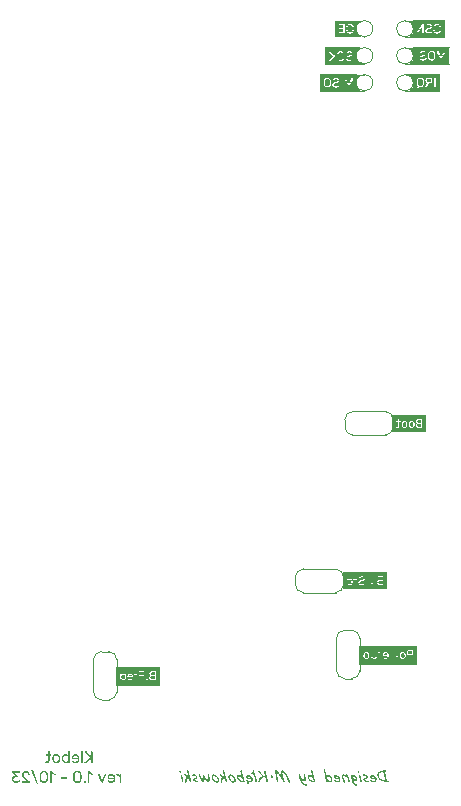
<source format=gbo>
G04 #@! TF.GenerationSoftware,KiCad,Pcbnew,7.0.1*
G04 #@! TF.CreationDate,2023-10-12T07:55:19+02:00*
G04 #@! TF.ProjectId,Drv_board,4472765f-626f-4617-9264-2e6b69636164,rev?*
G04 #@! TF.SameCoordinates,Original*
G04 #@! TF.FileFunction,Legend,Bot*
G04 #@! TF.FilePolarity,Positive*
%FSLAX46Y46*%
G04 Gerber Fmt 4.6, Leading zero omitted, Abs format (unit mm)*
G04 Created by KiCad (PCBNEW 7.0.1) date 2023-10-12 07:55:19*
%MOMM*%
%LPD*%
G01*
G04 APERTURE LIST*
G04 Aperture macros list*
%AMRoundRect*
0 Rectangle with rounded corners*
0 $1 Rounding radius*
0 $2 $3 $4 $5 $6 $7 $8 $9 X,Y pos of 4 corners*
0 Add a 4 corners polygon primitive as box body*
4,1,4,$2,$3,$4,$5,$6,$7,$8,$9,$2,$3,0*
0 Add four circle primitives for the rounded corners*
1,1,$1+$1,$2,$3*
1,1,$1+$1,$4,$5*
1,1,$1+$1,$6,$7*
1,1,$1+$1,$8,$9*
0 Add four rect primitives between the rounded corners*
20,1,$1+$1,$2,$3,$4,$5,0*
20,1,$1+$1,$4,$5,$6,$7,0*
20,1,$1+$1,$6,$7,$8,$9,0*
20,1,$1+$1,$8,$9,$2,$3,0*%
%AMFreePoly0*
4,1,19,0.550000,-0.750000,0.000000,-0.750000,0.000000,-0.744911,-0.071157,-0.744911,-0.207708,-0.704816,-0.327430,-0.627875,-0.420627,-0.520320,-0.479746,-0.390866,-0.500000,-0.250000,-0.500000,0.250000,-0.479746,0.390866,-0.420627,0.520320,-0.327430,0.627875,-0.207708,0.704816,-0.071157,0.744911,0.000000,0.744911,0.000000,0.750000,0.550000,0.750000,0.550000,-0.750000,0.550000,-0.750000,
$1*%
%AMFreePoly1*
4,1,19,0.000000,0.744911,0.071157,0.744911,0.207708,0.704816,0.327430,0.627875,0.420627,0.520320,0.479746,0.390866,0.500000,0.250000,0.500000,-0.250000,0.479746,-0.390866,0.420627,-0.520320,0.327430,-0.627875,0.207708,-0.704816,0.071157,-0.744911,0.000000,-0.744911,0.000000,-0.750000,-0.550000,-0.750000,-0.550000,0.750000,0.000000,0.750000,0.000000,0.744911,0.000000,0.744911,
$1*%
G04 Aperture macros list end*
%ADD10C,0.100000*%
%ADD11C,0.150000*%
%ADD12C,0.120000*%
%ADD13C,0.005000*%
%ADD14R,1.500000X1.500000*%
%ADD15C,1.500000*%
%ADD16R,1.350000X1.350000*%
%ADD17O,1.350000X1.350000*%
%ADD18O,1.350000X1.700000*%
%ADD19O,1.100000X1.500000*%
%ADD20RoundRect,0.250000X0.685000X-0.335000X0.685000X0.335000X-0.685000X0.335000X-0.685000X-0.335000X0*%
%ADD21O,1.870000X1.170000*%
%ADD22RoundRect,0.250000X0.600000X-0.600000X0.600000X0.600000X-0.600000X0.600000X-0.600000X-0.600000X0*%
%ADD23C,1.700000*%
%ADD24R,2.400000X2.400000*%
%ADD25C,2.400000*%
%ADD26R,1.700000X1.700000*%
%ADD27O,1.700000X1.700000*%
%ADD28RoundRect,0.250000X-0.685000X0.335000X-0.685000X-0.335000X0.685000X-0.335000X0.685000X0.335000X0*%
%ADD29FreePoly0,90.000000*%
%ADD30R,1.500000X1.000000*%
%ADD31FreePoly1,90.000000*%
%ADD32FreePoly0,0.000000*%
%ADD33R,1.000000X1.500000*%
%ADD34FreePoly1,0.000000*%
%ADD35C,1.000000*%
%ADD36FreePoly0,270.000000*%
%ADD37FreePoly1,270.000000*%
%ADD38FreePoly0,180.000000*%
%ADD39FreePoly1,180.000000*%
G04 APERTURE END LIST*
D10*
X140944322Y-87400846D02*
X141139655Y-87353822D01*
X137033000Y-87441000D02*
X133324600Y-87440399D01*
D11*
X136206350Y-84044429D02*
X136593800Y-83882053D01*
D10*
X141147800Y-81584800D02*
X140817600Y-81508600D01*
X141224000Y-84963000D02*
X140868400Y-85090000D01*
X136362282Y-87299483D02*
X136440054Y-87350125D01*
D11*
X136161656Y-83812346D02*
X136695056Y-83812346D01*
D10*
X136651664Y-87415236D02*
X136311640Y-87375446D01*
X140868400Y-85090000D02*
X141224000Y-84963000D01*
X141147800Y-84074000D02*
X141071600Y-83883500D01*
D11*
X135913301Y-82651922D02*
X136446701Y-82651922D01*
D10*
X141147800Y-86410800D02*
X140843000Y-86080600D01*
X141122400Y-86080600D02*
X141122400Y-86309200D01*
D11*
X136338180Y-84999391D02*
X136626600Y-85090000D01*
D10*
X141274800Y-82829400D02*
X140868400Y-82804000D01*
X140463224Y-87462340D02*
X143332200Y-87463642D01*
X140462000Y-85155000D02*
X144170400Y-85157147D01*
X140868400Y-82804000D02*
X141173200Y-82677000D01*
X136517825Y-87400767D02*
X136362282Y-87299483D01*
X141122400Y-86309200D02*
X140995400Y-86245700D01*
X136220200Y-86106000D02*
X136492504Y-86076843D01*
D11*
X136090771Y-81570647D02*
X136624171Y-81570647D01*
X136341318Y-85154835D02*
X136874718Y-85154835D01*
D10*
X141173200Y-82677000D02*
X141071600Y-82816700D01*
X141122400Y-83820000D02*
X141020800Y-83947000D01*
D11*
X127259591Y-145922193D02*
X127190621Y-146060134D01*
D10*
X140843000Y-86080600D02*
X141122400Y-86080600D01*
X141274800Y-86360000D02*
X140982700Y-86080600D01*
X140462000Y-83755000D02*
X144170400Y-83751834D01*
D11*
X135906063Y-84992960D02*
X136431425Y-84928653D01*
X135926973Y-81686518D02*
X136460373Y-81686518D01*
D10*
X136347200Y-86385400D02*
X136601200Y-86080600D01*
D11*
X127685800Y-145288000D02*
X127506476Y-145191441D01*
D10*
X141117951Y-87248920D02*
X140944322Y-87400846D01*
X140462000Y-81469000D02*
X143789400Y-81468136D01*
D11*
X136097751Y-82762846D02*
X136631151Y-82762846D01*
D10*
X141173200Y-82550000D02*
X140868400Y-82804000D01*
X136492504Y-86076843D02*
X136296400Y-86258400D01*
X141173200Y-87122000D02*
X140832186Y-87426167D01*
X140462000Y-82869000D02*
X143789400Y-82868023D01*
X136387603Y-87154792D02*
X136517825Y-87400767D01*
X140911766Y-86138416D02*
X141089013Y-86221613D01*
X140459606Y-86011811D02*
X143332200Y-86013227D01*
X136651664Y-87415236D02*
X136387603Y-87154792D01*
X140893800Y-83820000D02*
X141122400Y-83820000D01*
X141122400Y-86194900D02*
X140982700Y-86080600D01*
X137033000Y-86041000D02*
X133299200Y-86041047D01*
X141147800Y-84074000D02*
X140893800Y-83820000D01*
X140919200Y-81508600D02*
X141147800Y-81584800D01*
X141173200Y-81762600D02*
X140919200Y-81508600D01*
X140832186Y-87426167D02*
X141117951Y-87248920D01*
X141173200Y-82677000D02*
X140868400Y-82804000D01*
X136601200Y-86080600D02*
X136296400Y-86258400D01*
X141173200Y-84836000D02*
X140868400Y-85090000D01*
X141224000Y-85115400D02*
X140868400Y-85090000D01*
D11*
G36*
X138765817Y-144960445D02*
G01*
X138775942Y-144960941D01*
X138786586Y-144961743D01*
X138796325Y-144962694D01*
X138807377Y-144964114D01*
X138818062Y-144965930D01*
X138828381Y-144968144D01*
X138838334Y-144970754D01*
X138843124Y-144972216D01*
X138853202Y-144975923D01*
X138862315Y-144980210D01*
X138871307Y-144985653D01*
X138877184Y-144990568D01*
X138882851Y-144998972D01*
X138884740Y-145008612D01*
X138884086Y-145016045D01*
X138881321Y-145025465D01*
X138877847Y-145033196D01*
X138873261Y-145041829D01*
X138868940Y-145048694D01*
X138863247Y-145056972D01*
X138860683Y-145060223D01*
X138854454Y-145067963D01*
X138850211Y-145071077D01*
X138841361Y-145075356D01*
X138831984Y-145078221D01*
X138822496Y-145080191D01*
X138812004Y-145081973D01*
X138801454Y-145083350D01*
X138792893Y-145084078D01*
X138783059Y-145084705D01*
X138773121Y-145085060D01*
X138768044Y-145085155D01*
X138757734Y-145085304D01*
X138929437Y-145851250D01*
X138933972Y-145851593D01*
X138945183Y-145852519D01*
X138956216Y-145853539D01*
X138967070Y-145854656D01*
X138977744Y-145855867D01*
X138988240Y-145857175D01*
X138998558Y-145858577D01*
X139002644Y-145859178D01*
X139012818Y-145861132D01*
X139022932Y-145863729D01*
X139032987Y-145866970D01*
X139042982Y-145870856D01*
X139052918Y-145875385D01*
X139062793Y-145880559D01*
X139064984Y-145881846D01*
X139073897Y-145887756D01*
X139081988Y-145894549D01*
X139088683Y-145902296D01*
X139090515Y-145905151D01*
X139094782Y-145914218D01*
X139096499Y-145924278D01*
X139095864Y-145929339D01*
X139091126Y-145938200D01*
X139090010Y-145939380D01*
X139081958Y-145945311D01*
X139072807Y-145949680D01*
X139068648Y-145951229D01*
X139059183Y-145954005D01*
X139049360Y-145956137D01*
X139039590Y-145957740D01*
X139031470Y-145958736D01*
X139021150Y-145959637D01*
X139009919Y-145960258D01*
X138999566Y-145960567D01*
X138988544Y-145960671D01*
X138985109Y-145960661D01*
X138974622Y-145960518D01*
X138963860Y-145960203D01*
X138952823Y-145959716D01*
X138941512Y-145959058D01*
X138929925Y-145958228D01*
X138926017Y-145957916D01*
X138916236Y-145957078D01*
X138906444Y-145956156D01*
X138896639Y-145955150D01*
X138886823Y-145954062D01*
X138876995Y-145952889D01*
X138867155Y-145951634D01*
X138863190Y-145951077D01*
X138853310Y-145949628D01*
X138843479Y-145948096D01*
X138833695Y-145946480D01*
X138823958Y-145944780D01*
X138814270Y-145942997D01*
X138804629Y-145941131D01*
X138800768Y-145940329D01*
X138789379Y-145937819D01*
X138778282Y-145935154D01*
X138767477Y-145932335D01*
X138756964Y-145929361D01*
X138746743Y-145926232D01*
X138747476Y-145926232D01*
X138739984Y-145924293D01*
X138728699Y-145921322D01*
X138717358Y-145918279D01*
X138705961Y-145915163D01*
X138694509Y-145911974D01*
X138683000Y-145908711D01*
X138671436Y-145905376D01*
X138659816Y-145901968D01*
X138648141Y-145898487D01*
X138636409Y-145894933D01*
X138624622Y-145891306D01*
X138616723Y-145888806D01*
X138604907Y-145884956D01*
X138593130Y-145880986D01*
X138581391Y-145876896D01*
X138569691Y-145872686D01*
X138558030Y-145868355D01*
X138546407Y-145863905D01*
X138534823Y-145859334D01*
X138523277Y-145854642D01*
X138511770Y-145849831D01*
X138500302Y-145844899D01*
X138492656Y-145841536D01*
X138481252Y-145836359D01*
X138469924Y-145831023D01*
X138458675Y-145825529D01*
X138447502Y-145819875D01*
X138436406Y-145814063D01*
X138425388Y-145808091D01*
X138414447Y-145801961D01*
X138403584Y-145795672D01*
X138392798Y-145789224D01*
X138382089Y-145782617D01*
X138374982Y-145778080D01*
X138364461Y-145771087D01*
X138354108Y-145763872D01*
X138343922Y-145756433D01*
X138333903Y-145748771D01*
X138324052Y-145740885D01*
X138314369Y-145732777D01*
X138304852Y-145724445D01*
X138295504Y-145715890D01*
X138286322Y-145707111D01*
X138277308Y-145698109D01*
X138271371Y-145691949D01*
X138262641Y-145682504D01*
X138254121Y-145672815D01*
X138245811Y-145662881D01*
X138237712Y-145652702D01*
X138229823Y-145642279D01*
X138222144Y-145631611D01*
X138214676Y-145620698D01*
X138207418Y-145609540D01*
X138200370Y-145598138D01*
X138193533Y-145586490D01*
X138186897Y-145574556D01*
X138180544Y-145562290D01*
X138174475Y-145549694D01*
X138168689Y-145536768D01*
X138163186Y-145523511D01*
X138157967Y-145509923D01*
X138154645Y-145500681D01*
X138151449Y-145491292D01*
X138148379Y-145481756D01*
X138145435Y-145472073D01*
X138142616Y-145462243D01*
X138139924Y-145452267D01*
X138137357Y-145442143D01*
X138135931Y-145434787D01*
X138134304Y-145424435D01*
X138133053Y-145414391D01*
X138131984Y-145403553D01*
X138131022Y-145392455D01*
X138130517Y-145384502D01*
X138242626Y-145384502D01*
X138242889Y-145395867D01*
X138243679Y-145407125D01*
X138244996Y-145418276D01*
X138246839Y-145429320D01*
X138249209Y-145440258D01*
X138252106Y-145451088D01*
X138255529Y-145461812D01*
X138259479Y-145472429D01*
X138263867Y-145482874D01*
X138268607Y-145493205D01*
X138273698Y-145503421D01*
X138279140Y-145513523D01*
X138284933Y-145523510D01*
X138291078Y-145533383D01*
X138297573Y-145543141D01*
X138304419Y-145552785D01*
X138311583Y-145562238D01*
X138319028Y-145571546D01*
X138326756Y-145580709D01*
X138334767Y-145589727D01*
X138343059Y-145598600D01*
X138351635Y-145607327D01*
X138360492Y-145615910D01*
X138369632Y-145624348D01*
X138378967Y-145632637D01*
X138388408Y-145640773D01*
X138397957Y-145648757D01*
X138407612Y-145656588D01*
X138417374Y-145664267D01*
X138427243Y-145671792D01*
X138437219Y-145679165D01*
X138447302Y-145686386D01*
X138457453Y-145693377D01*
X138467635Y-145700186D01*
X138477847Y-145706811D01*
X138488090Y-145713252D01*
X138498364Y-145719511D01*
X138508668Y-145725587D01*
X138519002Y-145731479D01*
X138529367Y-145737188D01*
X138539679Y-145742646D01*
X138549853Y-145747904D01*
X138559890Y-145752965D01*
X138569789Y-145757827D01*
X138579551Y-145762490D01*
X138589176Y-145766955D01*
X138598663Y-145771222D01*
X138608013Y-145775290D01*
X138614944Y-145778272D01*
X138624092Y-145782121D01*
X138635376Y-145786728D01*
X138646493Y-145791108D01*
X138657444Y-145795262D01*
X138668227Y-145799189D01*
X138678844Y-145802890D01*
X138687144Y-145805641D01*
X138697166Y-145808920D01*
X138706793Y-145812019D01*
X138717827Y-145815502D01*
X138728294Y-145818728D01*
X138738195Y-145821696D01*
X138748912Y-145824822D01*
X138758624Y-145827573D01*
X138768493Y-145830260D01*
X138778983Y-145832931D01*
X138794859Y-145836839D01*
X138792775Y-145826928D01*
X138790676Y-145816979D01*
X138788562Y-145806992D01*
X138786433Y-145796967D01*
X138784288Y-145786903D01*
X138782128Y-145776801D01*
X138779953Y-145766662D01*
X138777762Y-145756483D01*
X138775514Y-145746260D01*
X138773289Y-145736104D01*
X138771087Y-145726018D01*
X138768908Y-145716000D01*
X138766752Y-145706051D01*
X138764619Y-145696171D01*
X138762508Y-145686359D01*
X138760421Y-145676616D01*
X138758327Y-145666851D01*
X138756227Y-145657095D01*
X138754121Y-145647348D01*
X138752010Y-145637610D01*
X138749893Y-145627881D01*
X138747770Y-145618161D01*
X138745641Y-145608450D01*
X138743507Y-145598748D01*
X138741367Y-145589056D01*
X138739221Y-145579372D01*
X138737070Y-145569698D01*
X138734913Y-145560032D01*
X138732750Y-145550376D01*
X138730581Y-145540728D01*
X138728407Y-145531090D01*
X138726227Y-145521461D01*
X138724041Y-145511841D01*
X138721850Y-145502230D01*
X138719652Y-145492628D01*
X138717449Y-145483035D01*
X138715241Y-145473451D01*
X138713026Y-145463876D01*
X138710806Y-145454310D01*
X138708580Y-145444753D01*
X138706349Y-145435206D01*
X138704111Y-145425667D01*
X138701868Y-145416138D01*
X138699620Y-145406617D01*
X138695105Y-145387603D01*
X138690567Y-145368626D01*
X138685959Y-145349684D01*
X138681233Y-145330776D01*
X138676388Y-145311902D01*
X138671425Y-145293063D01*
X138666343Y-145274258D01*
X138661144Y-145255488D01*
X138655826Y-145236752D01*
X138650389Y-145218050D01*
X138644835Y-145199383D01*
X138639162Y-145180750D01*
X138633371Y-145162151D01*
X138627461Y-145143587D01*
X138621433Y-145125057D01*
X138615287Y-145106561D01*
X138609023Y-145088100D01*
X138602640Y-145069673D01*
X138600361Y-145069683D01*
X138588838Y-145070033D01*
X138577101Y-145070885D01*
X138565149Y-145072237D01*
X138555432Y-145073680D01*
X138545579Y-145075443D01*
X138535588Y-145077527D01*
X138525459Y-145079931D01*
X138515220Y-145082644D01*
X138505019Y-145085655D01*
X138494856Y-145088964D01*
X138484732Y-145092570D01*
X138474645Y-145096474D01*
X138464597Y-145100676D01*
X138454587Y-145105176D01*
X138444615Y-145109973D01*
X138434712Y-145114987D01*
X138424907Y-145120261D01*
X138415203Y-145125795D01*
X138405597Y-145131588D01*
X138396091Y-145137641D01*
X138386683Y-145143953D01*
X138377376Y-145150525D01*
X138368167Y-145157356D01*
X138359088Y-145164378D01*
X138350291Y-145171644D01*
X138341777Y-145179154D01*
X138333545Y-145186909D01*
X138325596Y-145194908D01*
X138317929Y-145203151D01*
X138310545Y-145211639D01*
X138303442Y-145220370D01*
X138296661Y-145229262D01*
X138290238Y-145238353D01*
X138284174Y-145247642D01*
X138278469Y-145257129D01*
X138273122Y-145266815D01*
X138268134Y-145276699D01*
X138263505Y-145286782D01*
X138259235Y-145297063D01*
X138255342Y-145307458D01*
X138251968Y-145318007D01*
X138249114Y-145328707D01*
X138246778Y-145339561D01*
X138244962Y-145350567D01*
X138243664Y-145361726D01*
X138242886Y-145373037D01*
X138242626Y-145384502D01*
X138130517Y-145384502D01*
X138130335Y-145381632D01*
X138129923Y-145371084D01*
X138129786Y-145360810D01*
X138129818Y-145356093D01*
X138130183Y-145344434D01*
X138130954Y-145332966D01*
X138132129Y-145321689D01*
X138133711Y-145310603D01*
X138135698Y-145299707D01*
X138138090Y-145289003D01*
X138139148Y-145284746D01*
X138141969Y-145274253D01*
X138145040Y-145263975D01*
X138148361Y-145253912D01*
X138151933Y-145244064D01*
X138155755Y-145234430D01*
X138159828Y-145225011D01*
X138164057Y-145215813D01*
X138168500Y-145206841D01*
X138173158Y-145198095D01*
X138178031Y-145189577D01*
X138184162Y-145179653D01*
X138190602Y-145170056D01*
X138192806Y-145166901D01*
X138199487Y-145157676D01*
X138206270Y-145148812D01*
X138213157Y-145140308D01*
X138220146Y-145132165D01*
X138227239Y-145124383D01*
X138233701Y-145117721D01*
X138243469Y-145108046D01*
X138253327Y-145098753D01*
X138263275Y-145089842D01*
X138273314Y-145081313D01*
X138283442Y-145073167D01*
X138293661Y-145065402D01*
X138303970Y-145058020D01*
X138314369Y-145051020D01*
X138324859Y-145044401D01*
X138335438Y-145038165D01*
X138342551Y-145034193D01*
X138353331Y-145028448D01*
X138364244Y-145022961D01*
X138375290Y-145017732D01*
X138386469Y-145012760D01*
X138397781Y-145008046D01*
X138409226Y-145003590D01*
X138420805Y-144999391D01*
X138432516Y-144995449D01*
X138444361Y-144991766D01*
X138456338Y-144988340D01*
X138464406Y-144986190D01*
X138476651Y-144983148D01*
X138489067Y-144980326D01*
X138501655Y-144977722D01*
X138514415Y-144975337D01*
X138527346Y-144973171D01*
X138540450Y-144971224D01*
X138553725Y-144969496D01*
X138567171Y-144967986D01*
X138580790Y-144966696D01*
X138594580Y-144965625D01*
X138599203Y-144965295D01*
X138613223Y-144964366D01*
X138627470Y-144963531D01*
X138641945Y-144962792D01*
X138651721Y-144962351D01*
X138661599Y-144961952D01*
X138671577Y-144961595D01*
X138681657Y-144961280D01*
X138691838Y-144961007D01*
X138702120Y-144960777D01*
X138712503Y-144960588D01*
X138722988Y-144960441D01*
X138733573Y-144960336D01*
X138744260Y-144960273D01*
X138755047Y-144960252D01*
X138765817Y-144960445D01*
G37*
G36*
X137673456Y-145351277D02*
G01*
X137684928Y-145351987D01*
X137696232Y-145353170D01*
X137707368Y-145354826D01*
X137718336Y-145356956D01*
X137729136Y-145359558D01*
X137739768Y-145362634D01*
X137750232Y-145366183D01*
X137760529Y-145370049D01*
X137770657Y-145374198D01*
X137780618Y-145378628D01*
X137790410Y-145383341D01*
X137800035Y-145388337D01*
X137809492Y-145393615D01*
X137818781Y-145399175D01*
X137827902Y-145405018D01*
X137836786Y-145411082D01*
X137845487Y-145417306D01*
X137854005Y-145423691D01*
X137862340Y-145430236D01*
X137870491Y-145436941D01*
X137878460Y-145443807D01*
X137886245Y-145450833D01*
X137893847Y-145458019D01*
X137895703Y-145459835D01*
X137903004Y-145467096D01*
X137910106Y-145474348D01*
X137917010Y-145481594D01*
X137923715Y-145488831D01*
X137931817Y-145497868D01*
X137939610Y-145506892D01*
X137947092Y-145515904D01*
X137948535Y-145517702D01*
X137955536Y-145526566D01*
X137962178Y-145535228D01*
X137968463Y-145543687D01*
X137974391Y-145551943D01*
X137979960Y-145559997D01*
X137986171Y-145569393D01*
X137988123Y-145572407D01*
X137993590Y-145580980D01*
X137999230Y-145590091D01*
X138004702Y-145599330D01*
X138009618Y-145608228D01*
X138012845Y-145609266D01*
X138022044Y-145613113D01*
X138030522Y-145618059D01*
X138038279Y-145624104D01*
X138045314Y-145631248D01*
X138051628Y-145639491D01*
X138054422Y-145643930D01*
X138059184Y-145653335D01*
X138062848Y-145663444D01*
X138065413Y-145674258D01*
X138066878Y-145685775D01*
X138067260Y-145695911D01*
X138066886Y-145703006D01*
X138064504Y-145713372D01*
X138059444Y-145722045D01*
X138051727Y-145728854D01*
X138042591Y-145732548D01*
X138043132Y-145734846D01*
X138045579Y-145746129D01*
X138047597Y-145757066D01*
X138049186Y-145767658D01*
X138050345Y-145777903D01*
X138051075Y-145787803D01*
X138051384Y-145799226D01*
X138051110Y-145810489D01*
X138050287Y-145821227D01*
X138048915Y-145831440D01*
X138046995Y-145841129D01*
X138043967Y-145852063D01*
X138040149Y-145862241D01*
X138035612Y-145871666D01*
X138030612Y-145880524D01*
X138025148Y-145888816D01*
X138018187Y-145897774D01*
X138010595Y-145905960D01*
X138005939Y-145910311D01*
X137997424Y-145917410D01*
X137988442Y-145923855D01*
X137978992Y-145929645D01*
X137969074Y-145934781D01*
X137963205Y-145937387D01*
X137952896Y-145941563D01*
X137942541Y-145945248D01*
X137932139Y-145948442D01*
X137921691Y-145951145D01*
X137915676Y-145952492D01*
X137905298Y-145954574D01*
X137895107Y-145956306D01*
X137885102Y-145957686D01*
X137875285Y-145958717D01*
X137868412Y-145959279D01*
X137858035Y-145959982D01*
X137847274Y-145960480D01*
X137836450Y-145960671D01*
X137825834Y-145960583D01*
X137815296Y-145960319D01*
X137804837Y-145959881D01*
X137794456Y-145959266D01*
X137784153Y-145958476D01*
X137773928Y-145957511D01*
X137763781Y-145956370D01*
X137753713Y-145955053D01*
X137743723Y-145953561D01*
X137733811Y-145951893D01*
X137723977Y-145950050D01*
X137714222Y-145948031D01*
X137704545Y-145945837D01*
X137694946Y-145943467D01*
X137685425Y-145940921D01*
X137675983Y-145938200D01*
X137666595Y-145935273D01*
X137657237Y-145932109D01*
X137647910Y-145928709D01*
X137638613Y-145925072D01*
X137629347Y-145921199D01*
X137620112Y-145917088D01*
X137610907Y-145912742D01*
X137601733Y-145908158D01*
X137592589Y-145903338D01*
X137583476Y-145898282D01*
X137574393Y-145892989D01*
X137565341Y-145887459D01*
X137556319Y-145881692D01*
X137547328Y-145875689D01*
X137538367Y-145869450D01*
X137529437Y-145862973D01*
X137523681Y-145858239D01*
X137516621Y-145851446D01*
X137509517Y-145843147D01*
X137503303Y-145834153D01*
X137500264Y-145828886D01*
X137495636Y-145819407D01*
X137492090Y-145809927D01*
X137489625Y-145800447D01*
X137488648Y-145792631D01*
X137488160Y-145782617D01*
X137489095Y-145774897D01*
X137493045Y-145765520D01*
X137495231Y-145762781D01*
X137504605Y-145758413D01*
X137515027Y-145757460D01*
X137523911Y-145757934D01*
X137534709Y-145759597D01*
X137545020Y-145762082D01*
X137554594Y-145765032D01*
X137563015Y-145768000D01*
X137573056Y-145771788D01*
X137583331Y-145775928D01*
X137592324Y-145779754D01*
X137601489Y-145783839D01*
X137605143Y-145785489D01*
X137615245Y-145789913D01*
X137624509Y-145793808D01*
X137634172Y-145797726D01*
X137644231Y-145801668D01*
X137654534Y-145805552D01*
X137665141Y-145809295D01*
X137674475Y-145812392D01*
X137684032Y-145815386D01*
X137693812Y-145818277D01*
X137697122Y-145819213D01*
X137707200Y-145821895D01*
X137717501Y-145824388D01*
X137728025Y-145826692D01*
X137738773Y-145828807D01*
X137749744Y-145830733D01*
X137759051Y-145832141D01*
X137770408Y-145833514D01*
X137781972Y-145834545D01*
X137791765Y-145835141D01*
X137801702Y-145835499D01*
X137811782Y-145835618D01*
X137821969Y-145835479D01*
X137831740Y-145835060D01*
X137844120Y-145834068D01*
X137855760Y-145832579D01*
X137866659Y-145830595D01*
X137876818Y-145828114D01*
X137888476Y-145824316D01*
X137898976Y-145819742D01*
X137904607Y-145816654D01*
X137912761Y-145811011D01*
X137920515Y-145803420D01*
X137926053Y-145794936D01*
X137929376Y-145785560D01*
X137930484Y-145775290D01*
X137930209Y-145768772D01*
X137928766Y-145758823D01*
X137926087Y-145748668D01*
X137924601Y-145744513D01*
X137920403Y-145734826D01*
X137915341Y-145726197D01*
X137913575Y-145726027D01*
X137902561Y-145724905D01*
X137892832Y-145723839D01*
X137882602Y-145722653D01*
X137871871Y-145721349D01*
X137860639Y-145719925D01*
X137848907Y-145718382D01*
X137839213Y-145716973D01*
X137829428Y-145715435D01*
X137819552Y-145713768D01*
X137809583Y-145711970D01*
X137799524Y-145710043D01*
X137789372Y-145707986D01*
X137779129Y-145705799D01*
X137768795Y-145703483D01*
X137758357Y-145700968D01*
X137747927Y-145698308D01*
X137737505Y-145695503D01*
X137727090Y-145692553D01*
X137716683Y-145689458D01*
X137706284Y-145686218D01*
X137695892Y-145682833D01*
X137685508Y-145679303D01*
X137675223Y-145675586D01*
X137665129Y-145671640D01*
X137655226Y-145667465D01*
X137645513Y-145663061D01*
X137635992Y-145658428D01*
X137626661Y-145653566D01*
X137617521Y-145648475D01*
X137608572Y-145643155D01*
X137604182Y-145640410D01*
X137595626Y-145634754D01*
X137587367Y-145628877D01*
X137579406Y-145622779D01*
X137571743Y-145616459D01*
X137564378Y-145609918D01*
X137555590Y-145601430D01*
X137547267Y-145592597D01*
X137542510Y-145587063D01*
X137535222Y-145577469D01*
X137528733Y-145567409D01*
X137523044Y-145556885D01*
X137518153Y-145545895D01*
X137514061Y-145534440D01*
X137511363Y-145524941D01*
X137509932Y-145519537D01*
X137508118Y-145511019D01*
X137635927Y-145511019D01*
X137637392Y-145515904D01*
X137640934Y-145523842D01*
X137646962Y-145532480D01*
X137654136Y-145539899D01*
X137661817Y-145546190D01*
X137664213Y-145547921D01*
X137673323Y-145553828D01*
X137682024Y-145558705D01*
X137691549Y-145563411D01*
X137701899Y-145567945D01*
X137711154Y-145571592D01*
X137718954Y-145574343D01*
X137729177Y-145577622D01*
X137739925Y-145580721D01*
X137751197Y-145583642D01*
X137762994Y-145586384D01*
X137772810Y-145588448D01*
X137782961Y-145590398D01*
X137793406Y-145592169D01*
X137804103Y-145593818D01*
X137815052Y-145595344D01*
X137826253Y-145596749D01*
X137837706Y-145598031D01*
X137849410Y-145599191D01*
X137861367Y-145600229D01*
X137873575Y-145601145D01*
X137869144Y-145594404D01*
X137863194Y-145586172D01*
X137856402Y-145577541D01*
X137849910Y-145569828D01*
X137842800Y-145561822D01*
X137837706Y-145556372D01*
X137829734Y-145548369D01*
X137821368Y-145540573D01*
X137812607Y-145532982D01*
X137805004Y-145526814D01*
X137797127Y-145520789D01*
X137793878Y-145518403D01*
X137785648Y-145512663D01*
X137777263Y-145507245D01*
X137768723Y-145502149D01*
X137760028Y-145497375D01*
X137751178Y-145492923D01*
X137742172Y-145488793D01*
X137736668Y-145486524D01*
X137727457Y-145483237D01*
X137716340Y-145480111D01*
X137705154Y-145477879D01*
X137693900Y-145476539D01*
X137682577Y-145476093D01*
X137679009Y-145476159D01*
X137668896Y-145477157D01*
X137658701Y-145479671D01*
X137649604Y-145483664D01*
X137643620Y-145487801D01*
X137637850Y-145495781D01*
X137635927Y-145505890D01*
X137635927Y-145511019D01*
X137508118Y-145511019D01*
X137507887Y-145509934D01*
X137506426Y-145500143D01*
X137505549Y-145490165D01*
X137505257Y-145480001D01*
X137505600Y-145469788D01*
X137506631Y-145459851D01*
X137508348Y-145450188D01*
X137511220Y-145439262D01*
X137515027Y-145428710D01*
X137517561Y-145422832D01*
X137522730Y-145413062D01*
X137528834Y-145403946D01*
X137535873Y-145395484D01*
X137543847Y-145387677D01*
X137546270Y-145385540D01*
X137554029Y-145379495D01*
X137562527Y-145373999D01*
X137571763Y-145369053D01*
X137581738Y-145364657D01*
X137592452Y-145360810D01*
X137598083Y-145359064D01*
X137607869Y-145356536D01*
X137618157Y-145354485D01*
X137628945Y-145352910D01*
X137640234Y-145351813D01*
X137652024Y-145351193D01*
X137661817Y-145351040D01*
X137673456Y-145351277D01*
G37*
G36*
X137349430Y-145826581D02*
G01*
X137339660Y-145828047D01*
X137329981Y-145830871D01*
X137329646Y-145830978D01*
X137320123Y-145833500D01*
X137317190Y-145834153D01*
X137307019Y-145835412D01*
X137299360Y-145835618D01*
X137289112Y-145835469D01*
X137278518Y-145835022D01*
X137267579Y-145834276D01*
X137256293Y-145833233D01*
X137244662Y-145831891D01*
X137232685Y-145830251D01*
X137227797Y-145829512D01*
X137217978Y-145827928D01*
X137208303Y-145826230D01*
X137196414Y-145823946D01*
X137184752Y-145821484D01*
X137173316Y-145818842D01*
X137162107Y-145816021D01*
X137153303Y-145813636D01*
X137142556Y-145810441D01*
X137132299Y-145807115D01*
X137122530Y-145803658D01*
X137113251Y-145800069D01*
X137102761Y-145795590D01*
X137092975Y-145790922D01*
X137084305Y-145786133D01*
X137076122Y-145780482D01*
X137068658Y-145773112D01*
X137064399Y-145764788D01*
X137062599Y-145755138D01*
X137062445Y-145751843D01*
X137064642Y-145741818D01*
X137070023Y-145733598D01*
X137073924Y-145729617D01*
X137081518Y-145723019D01*
X137090258Y-145716660D01*
X137099102Y-145711141D01*
X137102256Y-145709345D01*
X137110988Y-145704567D01*
X137120086Y-145700002D01*
X137129550Y-145695652D01*
X137139381Y-145691515D01*
X137149120Y-145687454D01*
X137158554Y-145683577D01*
X137167683Y-145679883D01*
X137176506Y-145676372D01*
X137199709Y-145666846D01*
X137209700Y-145662650D01*
X137219613Y-145658028D01*
X137228360Y-145653563D01*
X137234880Y-145649994D01*
X137243276Y-145644803D01*
X137251366Y-145639247D01*
X137259152Y-145633324D01*
X137266632Y-145627035D01*
X137273760Y-145620181D01*
X137280492Y-145612808D01*
X137286827Y-145604916D01*
X137292766Y-145596504D01*
X137298032Y-145587391D01*
X137302596Y-145577637D01*
X137306458Y-145567241D01*
X137309262Y-145557619D01*
X137309618Y-145556204D01*
X137312061Y-145546679D01*
X137314015Y-145537153D01*
X137315297Y-145527078D01*
X137315723Y-145517079D01*
X137315724Y-145516393D01*
X137314778Y-145505958D01*
X137312347Y-145496001D01*
X137308992Y-145486763D01*
X137304493Y-145477034D01*
X137303756Y-145475604D01*
X137298977Y-145467003D01*
X137293613Y-145458419D01*
X137287665Y-145449853D01*
X137281133Y-145441303D01*
X137274018Y-145432771D01*
X137271516Y-145429931D01*
X137263725Y-145421490D01*
X137255557Y-145413204D01*
X137248461Y-145406417D01*
X137241102Y-145399737D01*
X137233482Y-145393165D01*
X137225599Y-145386700D01*
X137217455Y-145380449D01*
X137209203Y-145374521D01*
X137200844Y-145368915D01*
X137192378Y-145363630D01*
X137183804Y-145358668D01*
X137175124Y-145354028D01*
X137171621Y-145352262D01*
X137162620Y-145346097D01*
X137153783Y-145340214D01*
X137145109Y-145334610D01*
X137136599Y-145329287D01*
X137131810Y-145326372D01*
X137123356Y-145321406D01*
X137113667Y-145316132D01*
X137103947Y-145311286D01*
X137094196Y-145306866D01*
X137092975Y-145306344D01*
X137083159Y-145302421D01*
X137073252Y-145298956D01*
X137063254Y-145295948D01*
X137053163Y-145293399D01*
X137042875Y-145291262D01*
X137032281Y-145289735D01*
X137021381Y-145288819D01*
X137011594Y-145288519D01*
X137010177Y-145288514D01*
X136999705Y-145288667D01*
X136988805Y-145289125D01*
X136978918Y-145289776D01*
X136968703Y-145290661D01*
X136965724Y-145290957D01*
X136955356Y-145292234D01*
X136945408Y-145294142D01*
X136935881Y-145296682D01*
X136925509Y-145300357D01*
X136921761Y-145301948D01*
X136912159Y-145306756D01*
X136903381Y-145312633D01*
X136895428Y-145319579D01*
X136888299Y-145327593D01*
X136882422Y-145336737D01*
X136878657Y-145345915D01*
X136876178Y-145356191D01*
X136874984Y-145367567D01*
X136874866Y-145372778D01*
X136875416Y-145382731D01*
X136876671Y-145392886D01*
X136877064Y-145395493D01*
X136878942Y-145405911D01*
X136881644Y-145415917D01*
X136883903Y-145422359D01*
X136888036Y-145431916D01*
X136893299Y-145440945D01*
X136895382Y-145443853D01*
X136902954Y-145450447D01*
X136911991Y-145452645D01*
X136922242Y-145451924D01*
X136931910Y-145449491D01*
X136938125Y-145446539D01*
X136946727Y-145441009D01*
X136954581Y-145435106D01*
X136956687Y-145433350D01*
X136964458Y-145426749D01*
X136972659Y-145420685D01*
X136973784Y-145419917D01*
X136983115Y-145415359D01*
X136993373Y-145413622D01*
X136995766Y-145413567D01*
X137006190Y-145414067D01*
X137016427Y-145415375D01*
X137026208Y-145417218D01*
X137032647Y-145418696D01*
X137043104Y-145421489D01*
X137053713Y-145424741D01*
X137063121Y-145427961D01*
X137072646Y-145431533D01*
X137075389Y-145432617D01*
X137084960Y-145436498D01*
X137094437Y-145440658D01*
X137103820Y-145445100D01*
X137113110Y-145449821D01*
X137118376Y-145452645D01*
X137127367Y-145457596D01*
X137135961Y-145462616D01*
X137145295Y-145468440D01*
X137154111Y-145474355D01*
X137156234Y-145475848D01*
X137164248Y-145481710D01*
X137172279Y-145488305D01*
X137179978Y-145495632D01*
X137183345Y-145499296D01*
X137189596Y-145507779D01*
X137193242Y-145516896D01*
X137193603Y-145520545D01*
X137191939Y-145530623D01*
X137186497Y-145539363D01*
X137186031Y-145539840D01*
X137178021Y-145546455D01*
X137168898Y-145551758D01*
X137166736Y-145552785D01*
X137157871Y-145557456D01*
X137148309Y-145562127D01*
X137139226Y-145566279D01*
X137132054Y-145569393D01*
X137122269Y-145573439D01*
X137112453Y-145577515D01*
X137102607Y-145581621D01*
X137092731Y-145585758D01*
X137082793Y-145589910D01*
X137073008Y-145594062D01*
X137063376Y-145598214D01*
X137053896Y-145602366D01*
X137044706Y-145606320D01*
X137035171Y-145610585D01*
X137025573Y-145615098D01*
X137021168Y-145617265D01*
X137012131Y-145622119D01*
X137003582Y-145626913D01*
X136994549Y-145632232D01*
X136987950Y-145636316D01*
X136979092Y-145642284D01*
X136971140Y-145648585D01*
X136963439Y-145655903D01*
X136962793Y-145656588D01*
X136956318Y-145664462D01*
X136950997Y-145672971D01*
X136947162Y-145681257D01*
X136943964Y-145691237D01*
X136942208Y-145701312D01*
X136941566Y-145711196D01*
X136941544Y-145713497D01*
X136942008Y-145723663D01*
X136943010Y-145731571D01*
X136944721Y-145741671D01*
X136946918Y-145751843D01*
X136949402Y-145761640D01*
X136952425Y-145771005D01*
X136954245Y-145776023D01*
X136957858Y-145785397D01*
X136961644Y-145794714D01*
X136965236Y-145803134D01*
X136969324Y-145812052D01*
X136973915Y-145821056D01*
X136977448Y-145827314D01*
X136982689Y-145835604D01*
X136987462Y-145841236D01*
X136996090Y-145848873D01*
X137005184Y-145856367D01*
X137014743Y-145863718D01*
X137022724Y-145869496D01*
X137031004Y-145875183D01*
X137039581Y-145880777D01*
X137048456Y-145886280D01*
X137050721Y-145887642D01*
X137059869Y-145892931D01*
X137069115Y-145898053D01*
X137078462Y-145903006D01*
X137087907Y-145907792D01*
X137097451Y-145912410D01*
X137107095Y-145916859D01*
X137116838Y-145921141D01*
X137126680Y-145925255D01*
X137136572Y-145929186D01*
X137146464Y-145932918D01*
X137156356Y-145936452D01*
X137166248Y-145939788D01*
X137176140Y-145942925D01*
X137186031Y-145945863D01*
X137195923Y-145948603D01*
X137205815Y-145951145D01*
X137215547Y-145953378D01*
X137227432Y-145955750D01*
X137239007Y-145957657D01*
X137250273Y-145959098D01*
X137261228Y-145960075D01*
X137271873Y-145960587D01*
X137278111Y-145960671D01*
X137288696Y-145959979D01*
X137298835Y-145958173D01*
X137308334Y-145955628D01*
X137314503Y-145953587D01*
X137324212Y-145949771D01*
X137333554Y-145945405D01*
X137342530Y-145940490D01*
X137351140Y-145935025D01*
X137359230Y-145929072D01*
X137366649Y-145922691D01*
X137374192Y-145915001D01*
X137379472Y-145908647D01*
X137384903Y-145900266D01*
X137388853Y-145890954D01*
X137390663Y-145880711D01*
X137390707Y-145878849D01*
X137389085Y-145868717D01*
X137386555Y-145861996D01*
X137381914Y-145853082D01*
X137376297Y-145844899D01*
X137369533Y-145837353D01*
X137363108Y-145831955D01*
X137354330Y-145827337D01*
X137349430Y-145826581D01*
G37*
G36*
X136788893Y-145819742D02*
G01*
X136786263Y-145809217D01*
X136783504Y-145798280D01*
X136780615Y-145786930D01*
X136777596Y-145775168D01*
X136774448Y-145762994D01*
X136771170Y-145750408D01*
X136768626Y-145740698D01*
X136766009Y-145730756D01*
X136764224Y-145723999D01*
X136761507Y-145713687D01*
X136758760Y-145703268D01*
X136755983Y-145692742D01*
X136753176Y-145682108D01*
X136750339Y-145671367D01*
X136747471Y-145660518D01*
X136744574Y-145649562D01*
X136741647Y-145638499D01*
X136738689Y-145627328D01*
X136735702Y-145616051D01*
X136733694Y-145608472D01*
X136730669Y-145597000D01*
X136727640Y-145585480D01*
X136724607Y-145573913D01*
X136721569Y-145562299D01*
X136718527Y-145550638D01*
X136715481Y-145538929D01*
X136712431Y-145527173D01*
X136709376Y-145515370D01*
X136706317Y-145503520D01*
X136703254Y-145491622D01*
X136701209Y-145483664D01*
X136698115Y-145471700D01*
X136695058Y-145459805D01*
X136692041Y-145447978D01*
X136689062Y-145436220D01*
X136686122Y-145424531D01*
X136683220Y-145412910D01*
X136680357Y-145401358D01*
X136677533Y-145389875D01*
X136674747Y-145378460D01*
X136672000Y-145367115D01*
X136670191Y-145359589D01*
X136665562Y-145350472D01*
X136665306Y-145350063D01*
X136659170Y-145342028D01*
X136653582Y-145336630D01*
X136645625Y-145330648D01*
X136636649Y-145325839D01*
X136634531Y-145324906D01*
X136625154Y-145321781D01*
X136614610Y-145320098D01*
X136606932Y-145319777D01*
X136596814Y-145320245D01*
X136586976Y-145321647D01*
X136584217Y-145322220D01*
X136574450Y-145325100D01*
X136565214Y-145329473D01*
X136564678Y-145329791D01*
X136556560Y-145335946D01*
X136551000Y-145342980D01*
X136546998Y-145352233D01*
X136545871Y-145361543D01*
X136545871Y-145366183D01*
X136546604Y-145370824D01*
X136565655Y-145446051D01*
X136569689Y-145461808D01*
X136573734Y-145477573D01*
X136577788Y-145493346D01*
X136581851Y-145509127D01*
X136585924Y-145524915D01*
X136590006Y-145540710D01*
X136594098Y-145556513D01*
X136598200Y-145572324D01*
X136602311Y-145588143D01*
X136606432Y-145603969D01*
X136610562Y-145619803D01*
X136614702Y-145635644D01*
X136618851Y-145651493D01*
X136623010Y-145667350D01*
X136627178Y-145683214D01*
X136631356Y-145699086D01*
X136635502Y-145714964D01*
X136639637Y-145730846D01*
X136643761Y-145746731D01*
X136647873Y-145762620D01*
X136651973Y-145778513D01*
X136656063Y-145794410D01*
X136660140Y-145810310D01*
X136664207Y-145826215D01*
X136668261Y-145842123D01*
X136672305Y-145858035D01*
X136676337Y-145873951D01*
X136680357Y-145889871D01*
X136684366Y-145905794D01*
X136688364Y-145921721D01*
X136692350Y-145937653D01*
X136696325Y-145953587D01*
X136699824Y-145962777D01*
X136700477Y-145964334D01*
X136705210Y-145973066D01*
X136708048Y-145977035D01*
X136714918Y-145984114D01*
X136719772Y-145987537D01*
X136728840Y-145991208D01*
X136736136Y-145991934D01*
X136746898Y-145991194D01*
X136756897Y-145988976D01*
X136766132Y-145985279D01*
X136767888Y-145984362D01*
X136776829Y-145978834D01*
X136784847Y-145972325D01*
X136791335Y-145965555D01*
X136797335Y-145957571D01*
X136802239Y-145949068D01*
X136805745Y-145940887D01*
X136808573Y-145930984D01*
X136810164Y-145920643D01*
X136810386Y-145915241D01*
X136810386Y-145909135D01*
X136808920Y-145902541D01*
X136788893Y-145819742D01*
G37*
G36*
X136609618Y-145097761D02*
G01*
X136606956Y-145087852D01*
X136603663Y-145077916D01*
X136600023Y-145068272D01*
X136597406Y-145061857D01*
X136592798Y-145052866D01*
X136586881Y-145044272D01*
X136579655Y-145036076D01*
X136572419Y-145029367D01*
X136565655Y-145023999D01*
X136556759Y-145019408D01*
X136547458Y-145015501D01*
X136539032Y-145012520D01*
X136529185Y-145009461D01*
X136519200Y-145007335D01*
X136516318Y-145007146D01*
X136506578Y-145009455D01*
X136502151Y-145012031D01*
X136494139Y-145018090D01*
X136489451Y-145022534D01*
X136482734Y-145029922D01*
X136476262Y-145037921D01*
X136465922Y-145040083D01*
X136457348Y-145045615D01*
X136454036Y-145050622D01*
X136450715Y-145060435D01*
X136449152Y-145070711D01*
X136448907Y-145077244D01*
X136449390Y-145087348D01*
X136450969Y-145097179D01*
X136451105Y-145097761D01*
X136453261Y-145107721D01*
X136454280Y-145112415D01*
X136458029Y-145122230D01*
X136462990Y-145130703D01*
X136469430Y-145138745D01*
X136470156Y-145139526D01*
X136477817Y-145146825D01*
X136486146Y-145153456D01*
X136495143Y-145159418D01*
X136497022Y-145160531D01*
X136505656Y-145165168D01*
X136515521Y-145169595D01*
X136525673Y-145173258D01*
X136528774Y-145174209D01*
X136538596Y-145176785D01*
X136548464Y-145178516D01*
X136557350Y-145179093D01*
X136567399Y-145178430D01*
X136577042Y-145175933D01*
X136581775Y-145173476D01*
X136589486Y-145166815D01*
X136596460Y-145158839D01*
X136602692Y-145150672D01*
X136603512Y-145149540D01*
X136608875Y-145141239D01*
X136612061Y-145133176D01*
X136613034Y-145123444D01*
X136613038Y-145122918D01*
X136612533Y-145112917D01*
X136612061Y-145109484D01*
X136610151Y-145099884D01*
X136609618Y-145097761D01*
G37*
G36*
X136048020Y-145320037D02*
G01*
X136060469Y-145320815D01*
X136072750Y-145322113D01*
X136084863Y-145323929D01*
X136096808Y-145326265D01*
X136108585Y-145329120D01*
X136120194Y-145332493D01*
X136131635Y-145336386D01*
X136137313Y-145338512D01*
X136148662Y-145343252D01*
X136160004Y-145348641D01*
X136171339Y-145354678D01*
X136179835Y-145359632D01*
X136188326Y-145364951D01*
X136196813Y-145370634D01*
X136205296Y-145376683D01*
X136213775Y-145383097D01*
X136222249Y-145389875D01*
X136231305Y-145397347D01*
X136240277Y-145404987D01*
X136249165Y-145412796D01*
X136257970Y-145420772D01*
X136266690Y-145428916D01*
X136275326Y-145437228D01*
X136283879Y-145445707D01*
X136292347Y-145454355D01*
X136300689Y-145463087D01*
X136308864Y-145471941D01*
X136316870Y-145480916D01*
X136324709Y-145490015D01*
X136332380Y-145499235D01*
X136339883Y-145508577D01*
X136347218Y-145518041D01*
X136354385Y-145527628D01*
X136361300Y-145537283D01*
X136368001Y-145547076D01*
X136374489Y-145557006D01*
X136380763Y-145567073D01*
X136386823Y-145577278D01*
X136392670Y-145587620D01*
X136398302Y-145598100D01*
X136403722Y-145608717D01*
X136408874Y-145619387D01*
X136413705Y-145630149D01*
X136418216Y-145641002D01*
X136422406Y-145651948D01*
X136426276Y-145662984D01*
X136429825Y-145674113D01*
X136433054Y-145685332D01*
X136435962Y-145696644D01*
X136436828Y-145700495D01*
X136439094Y-145710689D01*
X136441256Y-145720557D01*
X136443533Y-145731082D01*
X136444506Y-145735860D01*
X136446222Y-145746276D01*
X136447280Y-145756228D01*
X136447685Y-145766742D01*
X136447204Y-145776456D01*
X136445428Y-145787572D01*
X136442342Y-145798455D01*
X136438656Y-145807597D01*
X136434008Y-145816567D01*
X136432245Y-145819507D01*
X136426680Y-145828062D01*
X136420704Y-145836222D01*
X136414316Y-145843987D01*
X136407515Y-145851358D01*
X136400302Y-145858333D01*
X136393990Y-145863738D01*
X136386273Y-145869783D01*
X136377075Y-145876227D01*
X136367667Y-145882018D01*
X136358048Y-145887153D01*
X136348523Y-145891436D01*
X136338124Y-145895042D01*
X136328243Y-145897275D01*
X136317748Y-145898144D01*
X136310230Y-145897969D01*
X136298924Y-145897047D01*
X136287584Y-145895336D01*
X136276210Y-145892834D01*
X136266705Y-145890146D01*
X136257176Y-145886909D01*
X136253334Y-145885449D01*
X136243770Y-145881583D01*
X136234267Y-145877407D01*
X136224823Y-145872920D01*
X136215438Y-145868123D01*
X136206113Y-145863017D01*
X136196848Y-145857600D01*
X136193159Y-145855352D01*
X136183988Y-145849566D01*
X136174889Y-145843541D01*
X136165861Y-145837277D01*
X136156905Y-145830775D01*
X136148020Y-145824035D01*
X136139207Y-145817056D01*
X136135703Y-145814216D01*
X136127012Y-145807118D01*
X136118415Y-145800020D01*
X136109915Y-145792921D01*
X136101509Y-145785823D01*
X136093199Y-145778725D01*
X136084985Y-145771627D01*
X136085589Y-145773810D01*
X136088141Y-145783284D01*
X136090660Y-145793130D01*
X136093045Y-145803134D01*
X136094586Y-145810034D01*
X136097185Y-145820155D01*
X136100128Y-145830001D01*
X136102711Y-145839503D01*
X136105333Y-145848960D01*
X136107993Y-145858371D01*
X136111372Y-145870070D01*
X136114810Y-145881698D01*
X136118308Y-145893254D01*
X136121865Y-145904739D01*
X136123292Y-145909312D01*
X136127050Y-145920686D01*
X136131082Y-145931976D01*
X136135388Y-145943183D01*
X136139969Y-145954306D01*
X136144824Y-145965346D01*
X136149953Y-145976302D01*
X136153180Y-145982829D01*
X136158853Y-145993613D01*
X136163658Y-146002154D01*
X136168699Y-146010618D01*
X136173977Y-146019006D01*
X136179491Y-146027318D01*
X136185243Y-146035554D01*
X136191230Y-146043713D01*
X136197447Y-146051807D01*
X136204007Y-146059848D01*
X136210911Y-146067836D01*
X136218158Y-146075770D01*
X136225749Y-146083651D01*
X136233683Y-146091478D01*
X136241960Y-146099252D01*
X136250581Y-146106972D01*
X136252073Y-146107879D01*
X136261195Y-146112563D01*
X136270841Y-146116369D01*
X136280623Y-146119428D01*
X136289813Y-146121917D01*
X136299308Y-146124252D01*
X136309108Y-146126435D01*
X136319214Y-146128465D01*
X136328990Y-146130591D01*
X136339936Y-146133109D01*
X136350022Y-146135594D01*
X136360704Y-146138449D01*
X136371482Y-146141654D01*
X136375120Y-146142915D01*
X136385186Y-146146978D01*
X136394874Y-146151992D01*
X136402989Y-146157530D01*
X136409791Y-146163889D01*
X136416062Y-146171821D01*
X136421063Y-146180733D01*
X136423699Y-146187221D01*
X136426986Y-146196731D01*
X136429810Y-146206287D01*
X136432542Y-146216881D01*
X136433794Y-146222336D01*
X136434740Y-146232269D01*
X136433946Y-146241064D01*
X136430588Y-146250587D01*
X136427234Y-146256071D01*
X136420574Y-146263532D01*
X136416815Y-146266451D01*
X136407874Y-146270859D01*
X136405352Y-146271689D01*
X136395417Y-146273301D01*
X136386710Y-146273217D01*
X136373852Y-146272777D01*
X136361239Y-146271958D01*
X136348870Y-146270762D01*
X136336747Y-146269187D01*
X136324868Y-146267235D01*
X136313233Y-146264905D01*
X136301844Y-146262198D01*
X136290699Y-146259112D01*
X136279799Y-146255649D01*
X136269144Y-146251808D01*
X136262137Y-146249062D01*
X136251799Y-146244722D01*
X136241666Y-146240115D01*
X136231740Y-146235242D01*
X136222020Y-146230103D01*
X136212506Y-146224697D01*
X136203198Y-146219026D01*
X136194096Y-146213088D01*
X136185201Y-146206884D01*
X136176511Y-146200414D01*
X136168027Y-146193678D01*
X136162484Y-146189082D01*
X136154334Y-146182013D01*
X136146381Y-146174734D01*
X136138626Y-146167244D01*
X136131068Y-146159544D01*
X136123708Y-146151634D01*
X136116545Y-146143513D01*
X136109580Y-146135182D01*
X136102813Y-146126640D01*
X136096242Y-146117888D01*
X136089870Y-146108926D01*
X136085690Y-146102856D01*
X136079545Y-146093658D01*
X136073551Y-146084349D01*
X136067707Y-146074928D01*
X136062013Y-146065395D01*
X136056470Y-146055751D01*
X136051077Y-146045995D01*
X136045834Y-146036128D01*
X136040741Y-146026149D01*
X136035799Y-146016058D01*
X136031007Y-146005855D01*
X136027893Y-145999037D01*
X136023336Y-145988769D01*
X136018917Y-145978454D01*
X136014635Y-145968092D01*
X136010491Y-145957683D01*
X136006484Y-145947227D01*
X136002614Y-145936723D01*
X135998881Y-145926172D01*
X135995286Y-145915574D01*
X135991829Y-145904929D01*
X135988509Y-145894236D01*
X135986333Y-145887075D01*
X135983156Y-145876383D01*
X135980082Y-145865752D01*
X135977111Y-145855180D01*
X135974243Y-145844669D01*
X135971479Y-145834217D01*
X135968817Y-145823826D01*
X135966258Y-145813495D01*
X135963802Y-145803224D01*
X135961449Y-145793013D01*
X135959200Y-145782862D01*
X135958342Y-145778985D01*
X135956173Y-145769036D01*
X135953967Y-145758716D01*
X135951727Y-145748027D01*
X135949450Y-145736968D01*
X135947138Y-145725539D01*
X135944789Y-145713741D01*
X135942896Y-145704074D01*
X135941004Y-145694369D01*
X135939111Y-145684626D01*
X135937218Y-145674845D01*
X135935325Y-145665026D01*
X135933432Y-145655168D01*
X135931539Y-145645273D01*
X135929646Y-145635339D01*
X135927761Y-145625340D01*
X135925891Y-145615372D01*
X135924036Y-145605435D01*
X135922197Y-145595527D01*
X135920373Y-145585651D01*
X135918564Y-145575805D01*
X135916770Y-145565989D01*
X135914992Y-145556204D01*
X135914084Y-145551319D01*
X135911891Y-145539363D01*
X135909805Y-145527777D01*
X135907827Y-145516560D01*
X135905956Y-145505714D01*
X135904192Y-145495237D01*
X135902535Y-145485130D01*
X135900689Y-145473583D01*
X135898998Y-145462759D01*
X135898797Y-145461438D01*
X136020505Y-145461438D01*
X136021924Y-145470063D01*
X136024580Y-145480532D01*
X136027881Y-145490519D01*
X136031495Y-145499784D01*
X136033789Y-145505219D01*
X136037968Y-145514729D01*
X136042358Y-145524239D01*
X136046957Y-145533749D01*
X136051768Y-145543259D01*
X136053876Y-145547264D01*
X136058813Y-145556407D01*
X136063774Y-145565269D01*
X136068758Y-145573851D01*
X136074482Y-145583315D01*
X136076550Y-145586727D01*
X136081687Y-145595153D01*
X136087335Y-145604313D01*
X136092556Y-145612624D01*
X136093559Y-145614215D01*
X136100039Y-145623866D01*
X136106043Y-145632053D01*
X136112595Y-145640372D01*
X136119696Y-145648821D01*
X136127345Y-145657402D01*
X136135543Y-145666114D01*
X136138945Y-145669579D01*
X136147568Y-145678108D01*
X136156357Y-145686447D01*
X136165313Y-145694595D01*
X136174437Y-145702552D01*
X136183727Y-145710318D01*
X136193184Y-145717893D01*
X136197001Y-145720853D01*
X136206541Y-145727968D01*
X136216082Y-145734677D01*
X136225623Y-145740981D01*
X136235164Y-145746880D01*
X136244704Y-145752373D01*
X136254245Y-145757460D01*
X136256145Y-145758422D01*
X136265419Y-145762773D01*
X136276044Y-145766986D01*
X136286119Y-145770100D01*
X136297178Y-145772344D01*
X136307490Y-145773092D01*
X136310955Y-145772928D01*
X136320319Y-145770128D01*
X136327518Y-145762590D01*
X136329612Y-145757701D01*
X136332136Y-145747630D01*
X136332891Y-145737188D01*
X136332609Y-145730599D01*
X136331181Y-145720824D01*
X136329752Y-145714117D01*
X136327518Y-145704460D01*
X136327040Y-145702635D01*
X136323995Y-145691976D01*
X136320640Y-145681815D01*
X136316977Y-145672152D01*
X136313004Y-145662987D01*
X136307978Y-145652925D01*
X136304108Y-145645985D01*
X136298510Y-145636289D01*
X136292702Y-145626617D01*
X136286683Y-145616968D01*
X136281356Y-145608717D01*
X136280134Y-145606774D01*
X136274615Y-145598622D01*
X136268090Y-145589860D01*
X136261553Y-145581692D01*
X136254245Y-145573057D01*
X136252032Y-145570518D01*
X136245223Y-145562845D01*
X136238156Y-145555085D01*
X136230832Y-145547240D01*
X136223250Y-145539309D01*
X136215410Y-145531292D01*
X136210056Y-145525869D01*
X136201867Y-145517777D01*
X136193490Y-145509737D01*
X136184923Y-145501749D01*
X136177640Y-145495131D01*
X136170225Y-145488549D01*
X136165696Y-145484649D01*
X136158166Y-145478321D01*
X136149161Y-145471011D01*
X136140191Y-145464010D01*
X136131255Y-145457318D01*
X136122354Y-145450936D01*
X136113555Y-145444931D01*
X136104929Y-145439372D01*
X136096474Y-145434260D01*
X136086827Y-145428861D01*
X136077413Y-145424069D01*
X136070892Y-145421043D01*
X136060954Y-145417269D01*
X136050504Y-145414592D01*
X136039800Y-145413567D01*
X136033449Y-145413567D01*
X136031663Y-145421764D01*
X136028958Y-145431490D01*
X136025389Y-145440677D01*
X136024798Y-145441875D01*
X136021578Y-145451281D01*
X136020505Y-145461438D01*
X135898797Y-145461438D01*
X135897461Y-145452655D01*
X135895863Y-145441779D01*
X135894475Y-145431885D01*
X135893561Y-145425562D01*
X135892196Y-145415277D01*
X135891300Y-145405018D01*
X135891342Y-145403520D01*
X135893010Y-145393783D01*
X135893568Y-145391770D01*
X135897406Y-145382548D01*
X135898187Y-145381273D01*
X135903802Y-145372793D01*
X135910534Y-145364046D01*
X135917602Y-145356307D01*
X135925006Y-145349575D01*
X135929797Y-145345761D01*
X135938723Y-145339677D01*
X135948036Y-145334598D01*
X135957734Y-145330524D01*
X135963207Y-145328576D01*
X135973328Y-145325642D01*
X135983798Y-145323442D01*
X135994615Y-145321975D01*
X136004491Y-145321014D01*
X136014582Y-145320327D01*
X136024886Y-145319915D01*
X136035403Y-145319777D01*
X136048020Y-145320037D01*
G37*
G36*
X135283868Y-145413567D02*
G01*
X135294515Y-145414092D01*
X135305513Y-145415670D01*
X135315219Y-145417860D01*
X135325182Y-145420822D01*
X135335403Y-145424557D01*
X135345739Y-145428945D01*
X135356229Y-145433865D01*
X135365089Y-145438372D01*
X135374056Y-145443249D01*
X135383130Y-145448495D01*
X135392312Y-145454111D01*
X135401571Y-145460037D01*
X135410878Y-145466213D01*
X135420233Y-145472640D01*
X135429635Y-145479317D01*
X135439085Y-145486245D01*
X135448583Y-145493423D01*
X135452396Y-145496365D01*
X135461913Y-145503740D01*
X135471382Y-145511210D01*
X135480803Y-145518776D01*
X135490177Y-145526437D01*
X135499503Y-145534194D01*
X135508781Y-145542046D01*
X135512479Y-145545213D01*
X135520901Y-145552164D01*
X135529129Y-145558729D01*
X135537164Y-145564907D01*
X135541544Y-145568172D01*
X135550093Y-145574107D01*
X135558641Y-145579087D01*
X135568045Y-145583463D01*
X135568900Y-145583804D01*
X135574354Y-145593095D01*
X135579365Y-145602651D01*
X135583875Y-145612014D01*
X135588501Y-145622312D01*
X135589172Y-145623860D01*
X135593110Y-145633374D01*
X135597049Y-145643231D01*
X135600987Y-145653432D01*
X135604925Y-145663977D01*
X135608864Y-145674864D01*
X135610177Y-145678570D01*
X135613358Y-145687841D01*
X135616493Y-145697184D01*
X135619579Y-145706598D01*
X135622618Y-145716084D01*
X135625609Y-145725642D01*
X135628552Y-145735271D01*
X135629716Y-145739142D01*
X135632539Y-145748658D01*
X135635722Y-145759809D01*
X135638681Y-145770668D01*
X135641417Y-145781236D01*
X135643931Y-145791511D01*
X135645103Y-145796539D01*
X135647496Y-145806912D01*
X135649545Y-145817147D01*
X135650721Y-145823895D01*
X135652289Y-145834027D01*
X135653908Y-145843737D01*
X135655362Y-145851982D01*
X135657353Y-145862514D01*
X135659414Y-145872589D01*
X135661713Y-145883141D01*
X135661956Y-145884222D01*
X135664171Y-145894286D01*
X135666696Y-145904968D01*
X135669199Y-145914982D01*
X135671237Y-145922813D01*
X135674701Y-145932286D01*
X135679963Y-145940594D01*
X135682228Y-145943085D01*
X135689983Y-145949802D01*
X135698104Y-145954809D01*
X135707503Y-145958416D01*
X135713736Y-145959694D01*
X135723479Y-145960624D01*
X135725459Y-145960671D01*
X135736437Y-145960086D01*
X135746503Y-145958333D01*
X135756891Y-145954898D01*
X135766088Y-145949937D01*
X135768202Y-145948458D01*
X135775361Y-145940780D01*
X135779948Y-145931682D01*
X135782632Y-145922117D01*
X135784166Y-145910920D01*
X135784566Y-145900343D01*
X135784383Y-145890390D01*
X135783833Y-145880070D01*
X135782678Y-145870246D01*
X135780684Y-145860370D01*
X135779681Y-145856379D01*
X135776853Y-145844267D01*
X135774045Y-145832388D01*
X135771260Y-145820740D01*
X135768496Y-145809324D01*
X135765753Y-145798140D01*
X135763032Y-145787187D01*
X135760332Y-145776467D01*
X135757653Y-145765978D01*
X135754997Y-145755722D01*
X135752361Y-145745697D01*
X135750616Y-145739142D01*
X135747958Y-145729409D01*
X135745295Y-145719808D01*
X135742628Y-145710340D01*
X135739066Y-145697924D01*
X135735496Y-145685744D01*
X135731918Y-145673801D01*
X135728333Y-145662095D01*
X135724740Y-145650625D01*
X135722040Y-145642178D01*
X135718433Y-145631088D01*
X135714819Y-145620165D01*
X135711198Y-145609411D01*
X135707568Y-145598825D01*
X135703931Y-145588406D01*
X135700287Y-145578156D01*
X135696635Y-145568073D01*
X135692975Y-145558158D01*
X135689243Y-145548259D01*
X135685495Y-145538344D01*
X135681732Y-145528414D01*
X135677954Y-145518469D01*
X135674161Y-145508508D01*
X135670352Y-145498533D01*
X135666528Y-145488541D01*
X135662689Y-145478535D01*
X135658819Y-145468422D01*
X135654904Y-145458232D01*
X135650942Y-145447967D01*
X135646935Y-145437624D01*
X135642882Y-145427206D01*
X135638784Y-145416711D01*
X135634639Y-145406140D01*
X135630449Y-145395493D01*
X135626197Y-145384601D01*
X135621870Y-145373419D01*
X135617466Y-145361947D01*
X135612985Y-145350186D01*
X135608429Y-145338134D01*
X135604961Y-145328904D01*
X135601451Y-145319512D01*
X135597897Y-145309957D01*
X135594301Y-145300238D01*
X135588750Y-145291515D01*
X135580654Y-145285080D01*
X135572807Y-145280943D01*
X135562722Y-145277046D01*
X135552251Y-145274425D01*
X135541393Y-145273079D01*
X135535194Y-145272883D01*
X135524216Y-145273467D01*
X135514150Y-145275220D01*
X135503762Y-145278655D01*
X135494565Y-145283616D01*
X135492452Y-145285095D01*
X135485078Y-145291766D01*
X135479302Y-145300913D01*
X135476405Y-145310503D01*
X135475599Y-145320022D01*
X135477064Y-145328082D01*
X135480016Y-145337694D01*
X135480972Y-145340049D01*
X135511258Y-145414299D01*
X135502192Y-145407277D01*
X135493007Y-145400255D01*
X135483702Y-145393233D01*
X135474278Y-145386211D01*
X135464735Y-145379189D01*
X135455073Y-145372167D01*
X135451174Y-145369359D01*
X135441363Y-145362450D01*
X135431468Y-145355768D01*
X135421490Y-145349312D01*
X135411428Y-145343083D01*
X135401282Y-145337081D01*
X135391054Y-145331305D01*
X135386939Y-145329058D01*
X135376629Y-145323577D01*
X135366307Y-145318430D01*
X135355973Y-145313617D01*
X135345627Y-145309137D01*
X135335270Y-145304992D01*
X135324900Y-145301180D01*
X135320749Y-145299749D01*
X135310322Y-145296513D01*
X135299955Y-145293825D01*
X135289647Y-145291685D01*
X135279399Y-145290094D01*
X135269211Y-145289052D01*
X135259082Y-145288558D01*
X135255047Y-145288514D01*
X135242936Y-145288830D01*
X135231331Y-145289776D01*
X135220233Y-145291354D01*
X135209641Y-145293563D01*
X135199556Y-145296403D01*
X135189978Y-145299874D01*
X135180906Y-145303977D01*
X135172341Y-145308710D01*
X135161709Y-145316003D01*
X135151977Y-145324418D01*
X135143276Y-145333947D01*
X135137511Y-145341901D01*
X135132399Y-145350545D01*
X135127940Y-145359881D01*
X135124133Y-145369908D01*
X135120979Y-145380626D01*
X135118478Y-145392036D01*
X135116629Y-145404137D01*
X135115432Y-145416929D01*
X135114888Y-145430412D01*
X135114852Y-145435060D01*
X135115085Y-145445994D01*
X135115783Y-145457301D01*
X135116947Y-145468983D01*
X135118577Y-145481039D01*
X135120672Y-145493468D01*
X135123233Y-145506272D01*
X135125459Y-145516120D01*
X135127947Y-145526179D01*
X135129751Y-145533001D01*
X135132567Y-145543332D01*
X135135521Y-145553810D01*
X135138612Y-145564433D01*
X135141841Y-145575202D01*
X135145207Y-145586117D01*
X135148710Y-145597178D01*
X135152351Y-145608385D01*
X135156129Y-145619738D01*
X135160045Y-145631237D01*
X135164098Y-145642882D01*
X135166876Y-145650726D01*
X135171075Y-145662552D01*
X135175339Y-145674488D01*
X135179668Y-145686537D01*
X135184061Y-145698697D01*
X135188518Y-145710969D01*
X135193039Y-145723352D01*
X135197625Y-145735847D01*
X135202276Y-145748454D01*
X135206991Y-145761172D01*
X135211770Y-145774002D01*
X135214992Y-145782617D01*
X135219768Y-145795599D01*
X135224480Y-145808624D01*
X135229127Y-145821691D01*
X135233711Y-145834801D01*
X135238229Y-145847955D01*
X135242684Y-145861151D01*
X135247074Y-145874390D01*
X135251399Y-145887672D01*
X135255660Y-145900997D01*
X135259857Y-145914365D01*
X135262619Y-145923301D01*
X135266092Y-145933672D01*
X135269643Y-145943076D01*
X135273679Y-145952393D01*
X135275320Y-145955786D01*
X135280609Y-145964956D01*
X135287114Y-145973263D01*
X135290951Y-145977035D01*
X135299253Y-145983199D01*
X135308769Y-145987587D01*
X135311712Y-145988514D01*
X135321409Y-145990598D01*
X135331565Y-145991663D01*
X135340777Y-145991934D01*
X135351736Y-145991454D01*
X135362315Y-145989733D01*
X135371735Y-145986301D01*
X135377902Y-145981920D01*
X135383742Y-145973760D01*
X135386948Y-145963838D01*
X135388120Y-145952868D01*
X135388160Y-145950168D01*
X135387809Y-145940108D01*
X135386755Y-145928980D01*
X135385258Y-145918366D01*
X135383546Y-145908617D01*
X135382542Y-145903518D01*
X135380172Y-145892979D01*
X135377459Y-145882062D01*
X135374402Y-145870768D01*
X135371592Y-145861068D01*
X135368544Y-145851105D01*
X135365934Y-145842945D01*
X135362498Y-145832458D01*
X135358907Y-145821755D01*
X135355161Y-145810838D01*
X135351260Y-145799707D01*
X135347204Y-145788361D01*
X135343848Y-145779129D01*
X135341265Y-145772115D01*
X135337689Y-145762693D01*
X135334045Y-145753232D01*
X135330332Y-145743733D01*
X135326550Y-145734196D01*
X135322699Y-145724621D01*
X135318780Y-145715008D01*
X135314792Y-145705357D01*
X135310735Y-145695667D01*
X135306625Y-145685827D01*
X135302539Y-145675999D01*
X135298477Y-145666183D01*
X135294439Y-145656378D01*
X135290425Y-145646586D01*
X135286435Y-145636805D01*
X135284845Y-145632897D01*
X135280942Y-145623104D01*
X135277170Y-145613419D01*
X135273529Y-145603841D01*
X135270019Y-145594371D01*
X135266640Y-145585008D01*
X135263393Y-145575752D01*
X135262131Y-145572080D01*
X135258513Y-145561101D01*
X135255170Y-145550327D01*
X135252101Y-145539760D01*
X135249308Y-145529399D01*
X135246789Y-145519244D01*
X135246011Y-145515904D01*
X135243935Y-145506067D01*
X135242057Y-145494959D01*
X135240763Y-145484248D01*
X135240054Y-145473935D01*
X135239904Y-145466811D01*
X135240485Y-145456523D01*
X135242225Y-145446906D01*
X135245569Y-145436889D01*
X135249186Y-145429687D01*
X135255681Y-145421894D01*
X135264728Y-145416652D01*
X135274909Y-145414133D01*
X135283868Y-145413567D01*
G37*
G36*
X134614559Y-145351277D02*
G01*
X134626031Y-145351987D01*
X134637334Y-145353170D01*
X134648470Y-145354826D01*
X134659438Y-145356956D01*
X134670239Y-145359558D01*
X134680871Y-145362634D01*
X134691335Y-145366183D01*
X134701631Y-145370049D01*
X134711760Y-145374198D01*
X134721720Y-145378628D01*
X134731513Y-145383341D01*
X134741138Y-145388337D01*
X134750594Y-145393615D01*
X134759883Y-145399175D01*
X134769004Y-145405018D01*
X134777889Y-145411082D01*
X134786590Y-145417306D01*
X134795108Y-145423691D01*
X134803442Y-145430236D01*
X134811594Y-145436941D01*
X134819562Y-145443807D01*
X134827348Y-145450833D01*
X134834950Y-145458019D01*
X134836806Y-145459835D01*
X134844107Y-145467096D01*
X134851209Y-145474348D01*
X134858112Y-145481594D01*
X134864818Y-145488831D01*
X134872920Y-145497868D01*
X134880712Y-145506892D01*
X134888195Y-145515904D01*
X134889638Y-145517702D01*
X134896638Y-145526566D01*
X134903281Y-145535228D01*
X134909566Y-145543687D01*
X134915493Y-145551943D01*
X134921063Y-145559997D01*
X134927274Y-145569393D01*
X134929226Y-145572407D01*
X134934692Y-145580980D01*
X134940332Y-145590091D01*
X134945805Y-145599330D01*
X134950721Y-145608228D01*
X134953948Y-145609266D01*
X134963147Y-145613113D01*
X134971625Y-145618059D01*
X134979381Y-145624104D01*
X134986417Y-145631248D01*
X134992731Y-145639491D01*
X134995524Y-145643930D01*
X135000287Y-145653335D01*
X135003951Y-145663444D01*
X135006515Y-145674258D01*
X135007981Y-145685775D01*
X135008362Y-145695911D01*
X135007988Y-145703006D01*
X135005607Y-145713372D01*
X135000546Y-145722045D01*
X134992829Y-145728854D01*
X134983694Y-145732548D01*
X134984235Y-145734846D01*
X134986682Y-145746129D01*
X134988700Y-145757066D01*
X134990288Y-145767658D01*
X134991447Y-145777903D01*
X134992177Y-145787803D01*
X134992486Y-145799226D01*
X134992212Y-145810489D01*
X134991389Y-145821227D01*
X134990018Y-145831440D01*
X134988098Y-145841129D01*
X134985069Y-145852063D01*
X134981251Y-145862241D01*
X134976715Y-145871666D01*
X134971714Y-145880524D01*
X134966250Y-145888816D01*
X134959290Y-145897774D01*
X134951698Y-145905960D01*
X134947042Y-145910311D01*
X134938527Y-145917410D01*
X134929544Y-145923855D01*
X134920094Y-145929645D01*
X134910177Y-145934781D01*
X134904307Y-145937387D01*
X134893999Y-145941563D01*
X134883644Y-145945248D01*
X134873242Y-145948442D01*
X134862793Y-145951145D01*
X134856779Y-145952492D01*
X134846401Y-145954574D01*
X134836209Y-145956306D01*
X134826205Y-145957686D01*
X134816387Y-145958717D01*
X134809514Y-145959279D01*
X134799138Y-145959982D01*
X134788377Y-145960480D01*
X134777553Y-145960671D01*
X134766937Y-145960583D01*
X134756399Y-145960319D01*
X134745939Y-145959881D01*
X134735558Y-145959266D01*
X134725255Y-145958476D01*
X134715030Y-145957511D01*
X134704884Y-145956370D01*
X134694815Y-145955053D01*
X134684825Y-145953561D01*
X134674913Y-145951893D01*
X134665080Y-145950050D01*
X134655324Y-145948031D01*
X134645647Y-145945837D01*
X134636048Y-145943467D01*
X134626528Y-145940921D01*
X134617085Y-145938200D01*
X134607697Y-145935273D01*
X134598340Y-145932109D01*
X134589013Y-145928709D01*
X134579716Y-145925072D01*
X134570450Y-145921199D01*
X134561215Y-145917088D01*
X134552010Y-145912742D01*
X134542835Y-145908158D01*
X134533692Y-145903338D01*
X134524578Y-145898282D01*
X134515495Y-145892989D01*
X134506443Y-145887459D01*
X134497421Y-145881692D01*
X134488430Y-145875689D01*
X134479470Y-145869450D01*
X134470539Y-145862973D01*
X134464784Y-145858239D01*
X134457723Y-145851446D01*
X134450620Y-145843147D01*
X134444405Y-145834153D01*
X134441367Y-145828886D01*
X134436739Y-145819407D01*
X134433192Y-145809927D01*
X134430728Y-145800447D01*
X134429751Y-145792631D01*
X134429262Y-145782617D01*
X134430197Y-145774897D01*
X134434147Y-145765520D01*
X134436334Y-145762781D01*
X134445708Y-145758413D01*
X134456129Y-145757460D01*
X134465013Y-145757934D01*
X134475811Y-145759597D01*
X134486123Y-145762082D01*
X134495696Y-145765032D01*
X134504117Y-145768000D01*
X134514158Y-145771788D01*
X134524433Y-145775928D01*
X134533426Y-145779754D01*
X134542591Y-145783839D01*
X134546245Y-145785489D01*
X134556347Y-145789913D01*
X134565612Y-145793808D01*
X134575274Y-145797726D01*
X134585334Y-145801668D01*
X134595637Y-145805552D01*
X134606244Y-145809295D01*
X134615578Y-145812392D01*
X134625135Y-145815386D01*
X134634915Y-145818277D01*
X134638225Y-145819213D01*
X134648302Y-145821895D01*
X134658604Y-145824388D01*
X134669128Y-145826692D01*
X134679876Y-145828807D01*
X134690847Y-145830733D01*
X134700153Y-145832141D01*
X134711511Y-145833514D01*
X134723074Y-145834545D01*
X134732868Y-145835141D01*
X134742804Y-145835499D01*
X134752884Y-145835618D01*
X134763072Y-145835479D01*
X134772842Y-145835060D01*
X134785223Y-145834068D01*
X134796862Y-145832579D01*
X134807762Y-145830595D01*
X134817921Y-145828114D01*
X134829578Y-145824316D01*
X134840079Y-145819742D01*
X134845710Y-145816654D01*
X134853863Y-145811011D01*
X134861617Y-145803420D01*
X134867156Y-145794936D01*
X134870479Y-145785560D01*
X134871586Y-145775290D01*
X134871311Y-145768772D01*
X134869869Y-145758823D01*
X134867190Y-145748668D01*
X134865704Y-145744513D01*
X134861505Y-145734826D01*
X134856443Y-145726197D01*
X134854678Y-145726027D01*
X134843664Y-145724905D01*
X134833935Y-145723839D01*
X134823705Y-145722653D01*
X134812974Y-145721349D01*
X134801742Y-145719925D01*
X134790009Y-145718382D01*
X134780316Y-145716973D01*
X134770531Y-145715435D01*
X134760654Y-145713768D01*
X134750686Y-145711970D01*
X134740626Y-145710043D01*
X134730475Y-145707986D01*
X134720232Y-145705799D01*
X134709897Y-145703483D01*
X134699460Y-145700968D01*
X134689030Y-145698308D01*
X134678608Y-145695503D01*
X134668193Y-145692553D01*
X134657786Y-145689458D01*
X134647387Y-145686218D01*
X134636995Y-145682833D01*
X134626611Y-145679303D01*
X134616326Y-145675586D01*
X134606232Y-145671640D01*
X134596328Y-145667465D01*
X134586616Y-145663061D01*
X134577094Y-145658428D01*
X134567763Y-145653566D01*
X134558623Y-145648475D01*
X134549674Y-145643155D01*
X134545284Y-145640410D01*
X134536728Y-145634754D01*
X134528470Y-145628877D01*
X134520509Y-145622779D01*
X134512846Y-145616459D01*
X134505481Y-145609918D01*
X134496692Y-145601430D01*
X134488369Y-145592597D01*
X134483613Y-145587063D01*
X134476325Y-145577469D01*
X134469836Y-145567409D01*
X134464146Y-145556885D01*
X134459255Y-145545895D01*
X134455164Y-145534440D01*
X134452465Y-145524941D01*
X134451034Y-145519537D01*
X134449220Y-145511019D01*
X134577029Y-145511019D01*
X134578495Y-145515904D01*
X134582036Y-145523842D01*
X134588064Y-145532480D01*
X134595239Y-145539899D01*
X134602919Y-145546190D01*
X134605316Y-145547921D01*
X134614425Y-145553828D01*
X134623126Y-145558705D01*
X134632652Y-145563411D01*
X134643002Y-145567945D01*
X134652256Y-145571592D01*
X134660057Y-145574343D01*
X134670280Y-145577622D01*
X134681027Y-145580721D01*
X134692300Y-145583642D01*
X134704097Y-145586384D01*
X134713912Y-145588448D01*
X134724064Y-145590398D01*
X134734509Y-145592169D01*
X134745206Y-145593818D01*
X134756155Y-145595344D01*
X134767356Y-145596749D01*
X134778808Y-145598031D01*
X134790513Y-145599191D01*
X134802469Y-145600229D01*
X134814678Y-145601145D01*
X134810247Y-145594404D01*
X134804296Y-145586172D01*
X134797504Y-145577541D01*
X134791013Y-145569828D01*
X134783903Y-145561822D01*
X134778808Y-145556372D01*
X134770837Y-145548369D01*
X134762471Y-145540573D01*
X134753709Y-145532982D01*
X134746107Y-145526814D01*
X134738230Y-145520789D01*
X134734981Y-145518403D01*
X134726751Y-145512663D01*
X134718366Y-145507245D01*
X134709826Y-145502149D01*
X134701130Y-145497375D01*
X134692280Y-145492923D01*
X134683275Y-145488793D01*
X134677771Y-145486524D01*
X134668559Y-145483237D01*
X134657442Y-145480111D01*
X134646257Y-145477879D01*
X134635003Y-145476539D01*
X134623680Y-145476093D01*
X134620111Y-145476159D01*
X134609998Y-145477157D01*
X134599804Y-145479671D01*
X134590707Y-145483664D01*
X134584723Y-145487801D01*
X134578953Y-145495781D01*
X134577029Y-145505890D01*
X134577029Y-145511019D01*
X134449220Y-145511019D01*
X134448989Y-145509934D01*
X134447528Y-145500143D01*
X134446652Y-145490165D01*
X134446359Y-145480001D01*
X134446703Y-145469788D01*
X134447733Y-145459851D01*
X134449451Y-145450188D01*
X134452322Y-145439262D01*
X134456129Y-145428710D01*
X134458663Y-145422832D01*
X134463832Y-145413062D01*
X134469936Y-145403946D01*
X134476976Y-145395484D01*
X134484950Y-145387677D01*
X134487372Y-145385540D01*
X134495132Y-145379495D01*
X134503630Y-145373999D01*
X134512866Y-145369053D01*
X134522841Y-145364657D01*
X134533554Y-145360810D01*
X134539186Y-145359064D01*
X134548972Y-145356536D01*
X134559259Y-145354485D01*
X134570047Y-145352910D01*
X134581337Y-145351813D01*
X134593126Y-145351193D01*
X134602919Y-145351040D01*
X134614559Y-145351277D01*
G37*
G36*
X133652845Y-144882386D02*
G01*
X133662761Y-144884385D01*
X133671787Y-144888277D01*
X133679925Y-144894062D01*
X133684051Y-144897951D01*
X133690725Y-144905703D01*
X133696433Y-144914420D01*
X133701174Y-144924104D01*
X133703864Y-144935413D01*
X133706527Y-144946567D01*
X133709164Y-144957563D01*
X133711776Y-144968403D01*
X133714362Y-144979087D01*
X133716922Y-144989614D01*
X133719457Y-144999985D01*
X133721966Y-145010199D01*
X133724449Y-145020257D01*
X133726906Y-145030159D01*
X133729337Y-145039904D01*
X133731743Y-145049492D01*
X133736477Y-145068200D01*
X133741108Y-145086281D01*
X133745636Y-145103737D01*
X133750061Y-145120567D01*
X133754383Y-145136771D01*
X133758602Y-145152349D01*
X133762718Y-145167301D01*
X133766731Y-145181627D01*
X133770641Y-145195328D01*
X133774447Y-145208403D01*
X133778082Y-145220858D01*
X133781538Y-145232701D01*
X133784814Y-145243931D01*
X133787911Y-145254549D01*
X133790829Y-145264555D01*
X133794869Y-145278414D01*
X133798505Y-145290896D01*
X133801738Y-145301999D01*
X133804567Y-145311724D01*
X133807712Y-145322547D01*
X133811084Y-145334188D01*
X133816087Y-145332128D01*
X133825302Y-145328811D01*
X133834788Y-145325997D01*
X133844545Y-145323685D01*
X133852389Y-145322162D01*
X133863230Y-145320754D01*
X133873579Y-145320022D01*
X133884601Y-145319777D01*
X133896184Y-145320086D01*
X133907854Y-145321014D01*
X133917644Y-145322259D01*
X133927493Y-145323933D01*
X133937402Y-145326037D01*
X133947371Y-145328570D01*
X133951370Y-145329663D01*
X133961358Y-145332614D01*
X133971334Y-145335874D01*
X133981298Y-145339445D01*
X133991250Y-145343326D01*
X134001190Y-145347516D01*
X134011119Y-145352017D01*
X134015053Y-145353869D01*
X134024856Y-145358674D01*
X134034612Y-145363730D01*
X134044319Y-145369035D01*
X134053979Y-145374592D01*
X134063592Y-145380398D01*
X134073156Y-145386456D01*
X134076960Y-145388939D01*
X134086361Y-145395239D01*
X134095608Y-145401671D01*
X134104699Y-145408234D01*
X134113635Y-145414928D01*
X134122416Y-145421753D01*
X134131042Y-145428710D01*
X134141018Y-145436762D01*
X134150673Y-145444921D01*
X134160008Y-145453187D01*
X134169022Y-145461560D01*
X134177715Y-145470040D01*
X134186088Y-145478627D01*
X134194141Y-145487320D01*
X134201872Y-145496121D01*
X134209314Y-145504944D01*
X134216496Y-145513828D01*
X134223419Y-145522774D01*
X134230082Y-145531780D01*
X134236486Y-145540848D01*
X134242630Y-145549976D01*
X134248515Y-145559166D01*
X134254140Y-145568416D01*
X134259525Y-145577652D01*
X134264689Y-145586918D01*
X134269631Y-145596214D01*
X134274351Y-145605541D01*
X134278851Y-145614899D01*
X134283129Y-145624287D01*
X134287186Y-145633706D01*
X134291021Y-145643155D01*
X134292830Y-145647856D01*
X134296310Y-145657260D01*
X134299608Y-145666663D01*
X134302722Y-145676067D01*
X134305653Y-145685470D01*
X134308400Y-145694873D01*
X134311577Y-145706627D01*
X134314468Y-145718382D01*
X134315640Y-145723209D01*
X134317913Y-145733653D01*
X134319684Y-145743517D01*
X134321063Y-145753797D01*
X134321270Y-145755753D01*
X134322105Y-145765589D01*
X134322606Y-145775521D01*
X134322773Y-145785548D01*
X134322759Y-145788316D01*
X134322439Y-145799165D01*
X134321691Y-145809664D01*
X134320515Y-145819812D01*
X134318912Y-145829608D01*
X134316308Y-145841360D01*
X134313035Y-145852563D01*
X134309095Y-145863218D01*
X134307349Y-145867325D01*
X134302667Y-145877201D01*
X134297532Y-145886516D01*
X134291943Y-145895271D01*
X134285901Y-145903465D01*
X134279407Y-145911099D01*
X134272459Y-145918172D01*
X134269535Y-145920816D01*
X134260491Y-145928232D01*
X134251034Y-145934875D01*
X134241165Y-145940746D01*
X134230884Y-145945843D01*
X134220191Y-145950168D01*
X134216521Y-145951440D01*
X134205444Y-145954763D01*
X134194265Y-145957347D01*
X134182982Y-145959194D01*
X134171596Y-145960301D01*
X134160107Y-145960671D01*
X134153707Y-145960583D01*
X134142562Y-145960007D01*
X134131487Y-145958893D01*
X134120483Y-145957242D01*
X134109549Y-145955053D01*
X134103294Y-145953603D01*
X134092513Y-145950844D01*
X134081942Y-145947806D01*
X134071582Y-145944487D01*
X134061433Y-145940887D01*
X134055743Y-145938670D01*
X134046024Y-145934698D01*
X134036609Y-145930609D01*
X134027497Y-145926403D01*
X134018690Y-145922080D01*
X134010127Y-145917651D01*
X134000826Y-145912731D01*
X133992045Y-145907965D01*
X133982786Y-145902785D01*
X133981153Y-145901800D01*
X133972483Y-145896488D01*
X133963736Y-145891061D01*
X133962081Y-145890049D01*
X133953638Y-145884845D01*
X133944908Y-145879402D01*
X133935892Y-145873720D01*
X133933103Y-145871938D01*
X133924786Y-145866645D01*
X133915637Y-145860853D01*
X133906583Y-145855158D01*
X133900570Y-145851368D01*
X133892303Y-145846073D01*
X133883868Y-145840503D01*
X133882174Y-145844759D01*
X133879445Y-145854275D01*
X133878006Y-145864195D01*
X133877719Y-145868069D01*
X133877139Y-145877976D01*
X133876785Y-145888375D01*
X133876722Y-145889805D01*
X133876128Y-145900227D01*
X133875320Y-145910112D01*
X133873438Y-145919071D01*
X133868969Y-145928186D01*
X133868246Y-145929151D01*
X133860949Y-145935974D01*
X133852361Y-145940643D01*
X133851665Y-145940913D01*
X133841939Y-145943489D01*
X133831893Y-145944691D01*
X133821342Y-145945039D01*
X133813160Y-145944856D01*
X133803106Y-145944006D01*
X133793010Y-145942108D01*
X133790892Y-145941476D01*
X133781916Y-145937563D01*
X133773959Y-145931606D01*
X133772567Y-145930197D01*
X133766446Y-145922126D01*
X133761991Y-145913043D01*
X133758997Y-145904545D01*
X133756061Y-145894835D01*
X133753442Y-145884955D01*
X133752348Y-145880220D01*
X133749921Y-145868357D01*
X133747936Y-145856459D01*
X133746391Y-145844525D01*
X133745288Y-145832555D01*
X133744626Y-145820549D01*
X133744405Y-145808507D01*
X133744340Y-145798522D01*
X133744143Y-145787952D01*
X133743815Y-145776797D01*
X133743356Y-145765059D01*
X133742894Y-145755247D01*
X133742348Y-145745061D01*
X133741719Y-145734502D01*
X133741013Y-145723679D01*
X133740238Y-145712825D01*
X133739395Y-145701941D01*
X133738483Y-145691026D01*
X133737502Y-145680081D01*
X133736452Y-145669106D01*
X133735334Y-145658099D01*
X133734147Y-145647063D01*
X133732918Y-145636083D01*
X133731674Y-145625249D01*
X133730415Y-145614559D01*
X133729140Y-145604015D01*
X133727850Y-145593615D01*
X133726545Y-145583361D01*
X133725225Y-145573252D01*
X133723889Y-145563287D01*
X133722477Y-145553590D01*
X133720691Y-145542188D01*
X133718880Y-145531584D01*
X133717046Y-145521780D01*
X133714813Y-145511070D01*
X133712165Y-145500028D01*
X133701147Y-145455821D01*
X133830379Y-145455821D01*
X133831020Y-145460636D01*
X133832516Y-145471572D01*
X133834012Y-145482088D01*
X133835508Y-145492182D01*
X133837218Y-145503204D01*
X133838973Y-145513889D01*
X133840820Y-145524453D01*
X133842759Y-145534894D01*
X133844789Y-145545213D01*
X133846926Y-145555426D01*
X133849186Y-145565791D01*
X133851567Y-145576309D01*
X133854071Y-145586979D01*
X133855715Y-145593803D01*
X133858158Y-145603717D01*
X133860764Y-145614052D01*
X133863534Y-145624808D01*
X133866038Y-145634362D01*
X133867096Y-145637999D01*
X133870511Y-145648589D01*
X133874286Y-145658699D01*
X133878422Y-145668327D01*
X133882919Y-145677475D01*
X133887776Y-145686142D01*
X133891203Y-145691637D01*
X133897531Y-145700960D01*
X133904280Y-145709909D01*
X133911449Y-145718485D01*
X133919039Y-145726686D01*
X133927062Y-145734476D01*
X133935528Y-145742033D01*
X133943139Y-145748324D01*
X133951076Y-145754444D01*
X133959339Y-145760391D01*
X133962133Y-145762319D01*
X133970696Y-145768146D01*
X133979535Y-145774042D01*
X133988648Y-145780007D01*
X133998036Y-145786041D01*
X134007699Y-145792143D01*
X134013366Y-145795575D01*
X134021884Y-145800573D01*
X134030658Y-145805576D01*
X134031500Y-145806034D01*
X134041008Y-145811003D01*
X134050053Y-145815420D01*
X134059479Y-145819742D01*
X134061404Y-145820589D01*
X134071088Y-145824562D01*
X134080867Y-145828107D01*
X134090742Y-145831222D01*
X134099498Y-145833347D01*
X134109728Y-145835000D01*
X134120295Y-145835618D01*
X134130655Y-145835268D01*
X134141436Y-145834008D01*
X134151088Y-145831833D01*
X134160595Y-145828291D01*
X134161551Y-145827813D01*
X134170453Y-145822537D01*
X134178161Y-145816355D01*
X134185264Y-145808507D01*
X134185838Y-145807725D01*
X134191400Y-145798581D01*
X134195255Y-145789417D01*
X134197964Y-145779442D01*
X134198950Y-145774198D01*
X134200302Y-145764489D01*
X134201113Y-145754432D01*
X134201384Y-145744027D01*
X134201186Y-145737198D01*
X134200150Y-145726761D01*
X134198224Y-145716092D01*
X134195766Y-145706414D01*
X134193202Y-145696892D01*
X134190271Y-145687500D01*
X134186974Y-145678238D01*
X134183310Y-145669106D01*
X134179280Y-145660103D01*
X134174883Y-145651230D01*
X134170121Y-145642487D01*
X134164992Y-145633874D01*
X134159565Y-145625352D01*
X134153909Y-145617006D01*
X134148024Y-145608835D01*
X134141911Y-145600840D01*
X134135568Y-145593020D01*
X134128996Y-145585376D01*
X134122196Y-145577908D01*
X134115166Y-145570615D01*
X134107950Y-145563440D01*
X134100588Y-145556449D01*
X134093081Y-145549640D01*
X134085430Y-145543015D01*
X134077633Y-145536573D01*
X134069691Y-145530315D01*
X134061604Y-145524239D01*
X134053373Y-145518347D01*
X134049185Y-145515444D01*
X134040782Y-145509812D01*
X134032340Y-145504408D01*
X134023860Y-145499233D01*
X134015342Y-145494287D01*
X134006786Y-145489570D01*
X133996037Y-145483996D01*
X133985229Y-145478779D01*
X133980900Y-145476763D01*
X133970137Y-145471982D01*
X133959457Y-145467571D01*
X133948861Y-145463529D01*
X133938349Y-145459857D01*
X133927919Y-145456555D01*
X133917574Y-145453622D01*
X133909418Y-145451562D01*
X133899471Y-145449372D01*
X133889798Y-145447612D01*
X133878552Y-145446066D01*
X133867701Y-145445139D01*
X133857246Y-145444830D01*
X133849277Y-145445345D01*
X133839660Y-145448493D01*
X133838233Y-145449356D01*
X133830379Y-145455821D01*
X133701147Y-145455821D01*
X133574168Y-144946330D01*
X133574192Y-144943856D01*
X133574890Y-144933455D01*
X133576798Y-144923304D01*
X133580274Y-144913846D01*
X133582719Y-144909363D01*
X133589075Y-144900948D01*
X133596883Y-144894306D01*
X133601511Y-144891334D01*
X133610850Y-144887055D01*
X133620330Y-144884537D01*
X133626848Y-144883468D01*
X133636797Y-144882438D01*
X133646953Y-144882094D01*
X133652845Y-144882386D01*
G37*
G36*
X132596217Y-144930062D02*
G01*
X132605745Y-144933874D01*
X132611612Y-144938125D01*
X132618446Y-144945353D01*
X132621617Y-144950322D01*
X132625529Y-144959519D01*
X132626884Y-144963662D01*
X132630170Y-144973197D01*
X132637741Y-145029128D01*
X132637993Y-145031009D01*
X132639473Y-145040955D01*
X132641322Y-145051808D01*
X132643542Y-145063567D01*
X132645584Y-145073626D01*
X132647862Y-145084266D01*
X132650377Y-145095486D01*
X132653128Y-145107286D01*
X132653835Y-145110320D01*
X132656753Y-145122691D01*
X132659036Y-145132214D01*
X132661401Y-145141948D01*
X132663847Y-145151892D01*
X132666376Y-145162046D01*
X132668985Y-145172411D01*
X132671676Y-145182986D01*
X132674449Y-145193772D01*
X132677303Y-145204768D01*
X132680239Y-145215974D01*
X132682235Y-145223515D01*
X132685272Y-145234941D01*
X132688360Y-145246504D01*
X132691500Y-145258205D01*
X132694692Y-145270043D01*
X132697935Y-145282019D01*
X132701229Y-145294132D01*
X132704575Y-145306382D01*
X132707972Y-145318770D01*
X132711421Y-145331295D01*
X132714922Y-145343957D01*
X132717275Y-145352419D01*
X132720811Y-145365129D01*
X132724356Y-145377861D01*
X132727909Y-145390615D01*
X132731471Y-145403389D01*
X132735042Y-145416186D01*
X132738621Y-145429003D01*
X132742209Y-145441843D01*
X132745805Y-145454703D01*
X132749410Y-145467585D01*
X132753024Y-145480489D01*
X132755430Y-145489058D01*
X132759018Y-145501871D01*
X132762580Y-145514637D01*
X132766116Y-145527356D01*
X132769627Y-145540028D01*
X132773111Y-145552653D01*
X132776570Y-145565230D01*
X132780004Y-145577760D01*
X132783411Y-145590243D01*
X132786793Y-145602678D01*
X132790149Y-145615067D01*
X132792361Y-145623272D01*
X132795619Y-145635436D01*
X132798804Y-145647429D01*
X132801916Y-145659250D01*
X132804955Y-145670899D01*
X132807921Y-145682377D01*
X132810814Y-145693683D01*
X132813634Y-145704817D01*
X132816381Y-145715779D01*
X132819055Y-145726569D01*
X132821656Y-145737188D01*
X132851209Y-145856135D01*
X132852432Y-145860548D01*
X132854667Y-145870229D01*
X132856338Y-145880070D01*
X132856739Y-145883059D01*
X132857721Y-145893457D01*
X132858048Y-145903762D01*
X132857984Y-145907862D01*
X132857265Y-145917652D01*
X132855347Y-145928534D01*
X132852279Y-145938471D01*
X132848060Y-145947464D01*
X132841684Y-145956763D01*
X132837181Y-145961342D01*
X132829109Y-145967067D01*
X132819458Y-145971417D01*
X132808226Y-145974394D01*
X132797660Y-145975825D01*
X132785997Y-145976302D01*
X132783685Y-145976274D01*
X132773520Y-145975406D01*
X132763770Y-145973127D01*
X132755026Y-145969667D01*
X132746673Y-145964578D01*
X132740683Y-145959503D01*
X132734217Y-145951878D01*
X132730174Y-145945807D01*
X132725424Y-145937223D01*
X132723977Y-145938666D01*
X132716368Y-145945192D01*
X132708139Y-145950573D01*
X132699290Y-145954809D01*
X132697376Y-145955519D01*
X132687460Y-145958146D01*
X132676862Y-145959703D01*
X132666212Y-145960464D01*
X132656059Y-145960671D01*
X132652453Y-145960634D01*
X132641588Y-145960090D01*
X132630654Y-145958894D01*
X132619652Y-145957045D01*
X132608581Y-145954543D01*
X132597441Y-145951389D01*
X132593706Y-145950198D01*
X132584276Y-145946943D01*
X132574715Y-145943295D01*
X132565023Y-145939253D01*
X132555199Y-145934818D01*
X132545245Y-145929989D01*
X132535159Y-145924767D01*
X132528996Y-145921350D01*
X132519765Y-145916122D01*
X132510552Y-145910769D01*
X132501355Y-145905291D01*
X132492176Y-145899689D01*
X132483014Y-145893962D01*
X132473869Y-145888111D01*
X132464742Y-145882136D01*
X132455631Y-145876036D01*
X132446538Y-145869811D01*
X132437462Y-145863462D01*
X132431444Y-145859147D01*
X132422516Y-145852520D01*
X132413709Y-145845708D01*
X132405023Y-145838712D01*
X132396456Y-145831532D01*
X132388010Y-145824167D01*
X132379683Y-145816617D01*
X132371477Y-145808882D01*
X132363392Y-145800963D01*
X132355426Y-145792860D01*
X132347581Y-145784571D01*
X132342396Y-145778938D01*
X132334756Y-145770312D01*
X132327278Y-145761475D01*
X132319964Y-145752428D01*
X132312812Y-145743171D01*
X132305824Y-145733704D01*
X132298999Y-145724026D01*
X132292337Y-145714138D01*
X132285839Y-145704039D01*
X132279503Y-145693730D01*
X132273331Y-145683211D01*
X132269298Y-145676067D01*
X132263467Y-145665127D01*
X132257898Y-145653917D01*
X132252590Y-145642436D01*
X132247545Y-145630684D01*
X132242762Y-145618662D01*
X132238240Y-145606370D01*
X132233980Y-145593807D01*
X132229982Y-145580973D01*
X132226247Y-145567869D01*
X132222773Y-145554495D01*
X132220802Y-145545264D01*
X132219021Y-145534945D01*
X132217643Y-145524453D01*
X132216742Y-145514778D01*
X132216736Y-145514683D01*
X132338055Y-145514683D01*
X132338676Y-145524836D01*
X132340253Y-145534711D01*
X132341178Y-145539576D01*
X132343268Y-145549480D01*
X132345627Y-145559624D01*
X132349166Y-145571927D01*
X132353068Y-145583987D01*
X132357333Y-145595802D01*
X132361960Y-145607373D01*
X132366950Y-145618700D01*
X132372303Y-145629783D01*
X132378017Y-145640621D01*
X132384095Y-145651215D01*
X132390535Y-145661565D01*
X132397337Y-145671670D01*
X132404503Y-145681531D01*
X132412030Y-145691149D01*
X132419920Y-145700521D01*
X132428173Y-145709650D01*
X132436788Y-145718534D01*
X132445766Y-145727174D01*
X132455030Y-145735555D01*
X132464565Y-145743722D01*
X132474371Y-145751675D01*
X132484448Y-145759414D01*
X132494796Y-145766940D01*
X132505415Y-145774252D01*
X132516305Y-145781350D01*
X132527465Y-145788235D01*
X132538897Y-145794906D01*
X132550600Y-145801363D01*
X132562573Y-145807607D01*
X132574818Y-145813636D01*
X132587334Y-145819452D01*
X132600120Y-145825055D01*
X132613178Y-145830443D01*
X132626506Y-145835618D01*
X132634811Y-145838840D01*
X132644385Y-145842201D01*
X132654105Y-145845144D01*
X132657968Y-145846206D01*
X132667732Y-145848913D01*
X132677797Y-145851738D01*
X132682045Y-145852963D01*
X132691483Y-145855853D01*
X132701244Y-145859065D01*
X132709761Y-145862272D01*
X132718855Y-145866517D01*
X132727623Y-145871278D01*
X132731775Y-145858821D01*
X132727623Y-145832443D01*
X132727006Y-145828761D01*
X132725088Y-145817865D01*
X132723068Y-145807192D01*
X132720944Y-145796742D01*
X132718717Y-145786515D01*
X132716387Y-145776511D01*
X132715558Y-145773220D01*
X132713014Y-145763414D01*
X132710383Y-145753711D01*
X132707667Y-145744111D01*
X132704865Y-145734614D01*
X132701977Y-145725220D01*
X132699458Y-145717383D01*
X132696436Y-145708040D01*
X132692909Y-145697228D01*
X132689383Y-145686509D01*
X132685857Y-145675883D01*
X132684819Y-145672823D01*
X132681705Y-145663549D01*
X132678591Y-145654138D01*
X132675477Y-145644590D01*
X132672363Y-145634904D01*
X132669248Y-145625081D01*
X132667516Y-145623793D01*
X132658615Y-145617198D01*
X132649321Y-145610341D01*
X132639634Y-145603221D01*
X132631601Y-145597336D01*
X132623316Y-145591284D01*
X132614778Y-145585063D01*
X132605990Y-145578675D01*
X132597033Y-145572195D01*
X132587992Y-145565821D01*
X132578867Y-145559555D01*
X132569658Y-145553396D01*
X132560366Y-145547343D01*
X132550989Y-145541397D01*
X132541529Y-145535558D01*
X132531984Y-145529826D01*
X132522344Y-145524205D01*
X132512719Y-145518820D01*
X132503110Y-145513672D01*
X132493516Y-145508760D01*
X132483937Y-145504085D01*
X132474373Y-145499647D01*
X132464825Y-145495445D01*
X132455292Y-145491480D01*
X132448197Y-145488730D01*
X132438891Y-145485484D01*
X132427505Y-145482103D01*
X132416394Y-145479474D01*
X132405557Y-145477595D01*
X132394994Y-145476468D01*
X132384706Y-145476093D01*
X132378752Y-145476245D01*
X132368128Y-145477467D01*
X132358219Y-145480300D01*
X132349046Y-145485862D01*
X132347715Y-145487091D01*
X132341930Y-145495214D01*
X132338925Y-145504602D01*
X132338055Y-145514683D01*
X132216736Y-145514683D01*
X132216136Y-145504357D01*
X132215934Y-145494167D01*
X132215967Y-145490396D01*
X132216468Y-145479268D01*
X132217570Y-145468414D01*
X132219273Y-145457836D01*
X132221577Y-145447532D01*
X132224482Y-145437502D01*
X132228023Y-145427877D01*
X132232233Y-145418783D01*
X132237113Y-145410222D01*
X132243653Y-145400908D01*
X132251105Y-145392317D01*
X132253371Y-145389968D01*
X132260615Y-145383296D01*
X132268529Y-145377191D01*
X132277113Y-145371652D01*
X132286366Y-145366680D01*
X132296290Y-145362276D01*
X132298010Y-145361584D01*
X132308760Y-145357898D01*
X132318283Y-145355429D01*
X132328319Y-145353509D01*
X132338867Y-145352138D01*
X132349928Y-145351315D01*
X132361502Y-145351040D01*
X132365961Y-145351081D01*
X132377115Y-145351543D01*
X132388281Y-145352517D01*
X132399460Y-145354004D01*
X132410650Y-145356004D01*
X132421852Y-145358517D01*
X132433066Y-145361543D01*
X132437516Y-145362854D01*
X132448585Y-145366381D01*
X132459570Y-145370267D01*
X132470471Y-145374510D01*
X132481289Y-145379111D01*
X132492024Y-145384070D01*
X132502675Y-145389386D01*
X132506907Y-145391607D01*
X132517388Y-145397349D01*
X132527725Y-145403366D01*
X132537919Y-145409656D01*
X132547970Y-145416222D01*
X132557878Y-145423061D01*
X132567643Y-145430175D01*
X132571475Y-145433085D01*
X132580920Y-145440443D01*
X132590175Y-145447921D01*
X132599239Y-145455518D01*
X132608111Y-145463234D01*
X132616793Y-145471069D01*
X132625285Y-145479024D01*
X132622332Y-145466755D01*
X132619335Y-145454496D01*
X132616295Y-145442247D01*
X132613210Y-145430007D01*
X132610082Y-145417777D01*
X132606909Y-145405556D01*
X132603693Y-145393345D01*
X132600433Y-145381143D01*
X132597129Y-145368951D01*
X132593781Y-145356769D01*
X132590390Y-145344596D01*
X132586954Y-145332432D01*
X132583474Y-145320278D01*
X132579951Y-145308134D01*
X132576384Y-145295999D01*
X132572773Y-145283874D01*
X132569135Y-145271729D01*
X132565548Y-145259598D01*
X132562013Y-145247480D01*
X132558530Y-145235376D01*
X132555098Y-145223285D01*
X132551718Y-145211208D01*
X132548389Y-145199143D01*
X132545112Y-145187092D01*
X132541886Y-145175055D01*
X132538712Y-145163031D01*
X132535589Y-145151020D01*
X132532518Y-145139022D01*
X132529499Y-145127038D01*
X132526531Y-145115067D01*
X132523614Y-145103110D01*
X132520749Y-145091166D01*
X132520114Y-145088386D01*
X132518091Y-145078654D01*
X132516212Y-145068207D01*
X132514643Y-145058193D01*
X132513869Y-145052404D01*
X132512806Y-145042045D01*
X132512169Y-145031762D01*
X132511956Y-145021557D01*
X132512009Y-145017061D01*
X132512520Y-145007114D01*
X132513572Y-144997398D01*
X132515375Y-144986874D01*
X132515594Y-144985825D01*
X132518332Y-144975779D01*
X132522072Y-144966543D01*
X132527343Y-144957321D01*
X132533913Y-144949056D01*
X132541868Y-144942061D01*
X132550302Y-144936804D01*
X132555955Y-144934148D01*
X132565368Y-144931195D01*
X132575902Y-144929477D01*
X132586206Y-144928989D01*
X132596217Y-144930062D01*
G37*
G36*
X132116771Y-146273301D02*
G01*
X132126724Y-146271836D01*
X132135578Y-146267440D01*
X132143088Y-146260662D01*
X132149131Y-146252644D01*
X132149500Y-146252052D01*
X132154161Y-146243343D01*
X132157888Y-146233887D01*
X132158781Y-146231047D01*
X132161118Y-146221310D01*
X132162170Y-146211085D01*
X132162200Y-146209065D01*
X132161719Y-146199139D01*
X132159943Y-146188861D01*
X132158781Y-146184885D01*
X132154934Y-146175238D01*
X132150232Y-146166811D01*
X132143883Y-146158940D01*
X132139241Y-146154844D01*
X132130998Y-146149485D01*
X132128495Y-146148249D01*
X132118846Y-146145974D01*
X132108308Y-146143544D01*
X132098194Y-146141254D01*
X132090149Y-146139456D01*
X132080356Y-146137216D01*
X132070213Y-146134554D01*
X132059720Y-146131472D01*
X132048875Y-146127969D01*
X132042521Y-146125779D01*
X132032701Y-146122201D01*
X132022658Y-146118245D01*
X132012391Y-146113912D01*
X132001901Y-146109201D01*
X131992988Y-146104986D01*
X131987567Y-146102331D01*
X131978366Y-146097602D01*
X131969082Y-146092419D01*
X131959714Y-146086782D01*
X131950262Y-146080693D01*
X131940728Y-146074150D01*
X131931109Y-146067155D01*
X131927239Y-146064229D01*
X131919438Y-146058246D01*
X131911546Y-146052017D01*
X131903562Y-146045545D01*
X131895487Y-146038828D01*
X131887320Y-146031867D01*
X131879062Y-146024662D01*
X131870712Y-146017213D01*
X131862270Y-146009519D01*
X131853821Y-146001539D01*
X131845448Y-145993231D01*
X131837151Y-145984595D01*
X131828931Y-145975630D01*
X131820787Y-145966338D01*
X131812719Y-145956717D01*
X131804728Y-145946768D01*
X131796813Y-145936490D01*
X131790898Y-145928508D01*
X131785061Y-145920316D01*
X131779301Y-145911913D01*
X131773618Y-145903300D01*
X131768012Y-145894477D01*
X131762484Y-145885443D01*
X131757032Y-145876198D01*
X131751659Y-145866744D01*
X131746362Y-145857079D01*
X131741143Y-145847203D01*
X131737706Y-145840503D01*
X131732617Y-145830199D01*
X131727700Y-145819620D01*
X131722954Y-145808767D01*
X131718381Y-145797638D01*
X131713978Y-145786235D01*
X131709748Y-145774557D01*
X131705689Y-145762605D01*
X131701803Y-145750377D01*
X131698087Y-145737875D01*
X131694544Y-145725098D01*
X131692277Y-145716428D01*
X131698994Y-145723755D01*
X131706199Y-145731571D01*
X131712904Y-145738810D01*
X131719983Y-145746424D01*
X131722075Y-145748668D01*
X131729565Y-145756515D01*
X131737288Y-145764456D01*
X131745246Y-145772490D01*
X131752253Y-145779451D01*
X131758223Y-145785304D01*
X131765510Y-145792222D01*
X131772900Y-145799054D01*
X131780393Y-145805800D01*
X131787990Y-145812461D01*
X131795689Y-145819035D01*
X131798278Y-145821208D01*
X131805972Y-145827591D01*
X131813666Y-145833733D01*
X131822642Y-145840595D01*
X131831618Y-145847130D01*
X131839311Y-145852471D01*
X131848252Y-145858198D01*
X131857123Y-145863410D01*
X131865923Y-145868109D01*
X131875895Y-145872849D01*
X131879611Y-145874453D01*
X131889228Y-145877979D01*
X131899683Y-145880742D01*
X131909751Y-145882229D01*
X131916248Y-145882513D01*
X131927517Y-145882188D01*
X131938367Y-145881215D01*
X131948797Y-145879593D01*
X131958807Y-145877323D01*
X131968397Y-145874403D01*
X131977568Y-145870835D01*
X131988441Y-145865462D01*
X131994650Y-145861752D01*
X132002633Y-145856081D01*
X132010464Y-145849571D01*
X132018143Y-145842220D01*
X132025669Y-145834031D01*
X132033042Y-145825001D01*
X132040262Y-145815132D01*
X132047330Y-145804424D01*
X132052531Y-145795841D01*
X132054245Y-145792876D01*
X132058643Y-145783540D01*
X132062031Y-145773792D01*
X132064588Y-145764057D01*
X132065969Y-145757460D01*
X132067587Y-145747808D01*
X132068807Y-145738086D01*
X132069630Y-145728294D01*
X132070056Y-145718431D01*
X132070121Y-145712764D01*
X132070037Y-145701287D01*
X132069787Y-145689904D01*
X132069369Y-145678618D01*
X132068785Y-145667426D01*
X132068034Y-145656331D01*
X132067115Y-145645330D01*
X132066701Y-145640957D01*
X132065549Y-145629976D01*
X132064230Y-145618865D01*
X132062744Y-145607622D01*
X132061091Y-145596249D01*
X132059272Y-145584744D01*
X132057285Y-145573108D01*
X132056443Y-145568416D01*
X132054246Y-145556573D01*
X132052403Y-145546969D01*
X132050484Y-145537251D01*
X132048488Y-145527418D01*
X132046415Y-145517471D01*
X132044267Y-145507409D01*
X132042042Y-145497233D01*
X132040323Y-145489526D01*
X132037965Y-145479012D01*
X132035530Y-145468231D01*
X132033019Y-145457183D01*
X132030431Y-145445868D01*
X132027768Y-145434285D01*
X132025027Y-145422436D01*
X132022211Y-145410319D01*
X132019318Y-145397935D01*
X132018642Y-145387619D01*
X132017805Y-145377706D01*
X132017364Y-145373266D01*
X132016152Y-145363352D01*
X132015655Y-145354948D01*
X132014742Y-145345151D01*
X132014433Y-145343957D01*
X132012336Y-145333980D01*
X132008182Y-145324563D01*
X132006618Y-145321975D01*
X132000380Y-145313561D01*
X131993207Y-145306268D01*
X131990986Y-145304390D01*
X131982631Y-145298419D01*
X131973809Y-145293758D01*
X131971202Y-145292666D01*
X131961846Y-145289828D01*
X131951925Y-145288551D01*
X131949953Y-145288514D01*
X131940046Y-145288803D01*
X131930139Y-145289669D01*
X131921133Y-145290957D01*
X131911184Y-145293578D01*
X131902343Y-145298202D01*
X131898418Y-145301459D01*
X131891687Y-145309831D01*
X131886649Y-145318630D01*
X131882577Y-145328627D01*
X131881077Y-145333455D01*
X131878512Y-145343087D01*
X131876503Y-145353303D01*
X131875358Y-145363884D01*
X131875215Y-145368870D01*
X131876869Y-145378873D01*
X131879703Y-145389093D01*
X131881077Y-145393539D01*
X131884221Y-145402789D01*
X131888038Y-145412223D01*
X131892526Y-145421840D01*
X131897685Y-145431640D01*
X131900744Y-145442972D01*
X131903690Y-145453977D01*
X131906525Y-145464656D01*
X131909249Y-145475009D01*
X131911860Y-145485035D01*
X131914361Y-145494735D01*
X131917521Y-145507161D01*
X131920482Y-145519007D01*
X131923245Y-145530273D01*
X131924552Y-145535688D01*
X131927048Y-145546091D01*
X131929406Y-145556052D01*
X131931627Y-145565570D01*
X131934211Y-145576844D01*
X131936579Y-145587427D01*
X131938733Y-145597319D01*
X131940672Y-145606518D01*
X131942750Y-145616731D01*
X131944870Y-145627603D01*
X131946664Y-145637354D01*
X131948312Y-145647124D01*
X131948976Y-145651459D01*
X131950367Y-145661983D01*
X131951266Y-145672113D01*
X131951419Y-145677105D01*
X131951121Y-145688196D01*
X131950226Y-145698571D01*
X131948735Y-145708231D01*
X131946159Y-145718879D01*
X131942725Y-145728496D01*
X131939207Y-145735723D01*
X131933500Y-145744193D01*
X131926348Y-145751326D01*
X131917500Y-145756102D01*
X131908920Y-145757460D01*
X131898484Y-145756602D01*
X131888484Y-145754468D01*
X131885229Y-145753553D01*
X131875791Y-145750063D01*
X131866861Y-145745789D01*
X131857597Y-145740465D01*
X131856653Y-145739875D01*
X131845986Y-145733270D01*
X131835604Y-145726554D01*
X131825504Y-145719726D01*
X131815688Y-145712787D01*
X131806156Y-145705736D01*
X131796907Y-145698573D01*
X131787941Y-145691299D01*
X131779258Y-145683913D01*
X131770859Y-145676415D01*
X131762743Y-145668806D01*
X131757490Y-145663671D01*
X131749764Y-145655811D01*
X131742249Y-145647800D01*
X131734943Y-145639639D01*
X131727849Y-145631328D01*
X131720964Y-145622867D01*
X131714290Y-145614255D01*
X131707827Y-145605493D01*
X131701574Y-145596581D01*
X131695531Y-145587518D01*
X131689698Y-145578305D01*
X131685927Y-145572080D01*
X131680413Y-145562563D01*
X131675045Y-145552877D01*
X131669822Y-145543025D01*
X131664746Y-145533005D01*
X131659816Y-145522818D01*
X131655032Y-145512463D01*
X131650394Y-145501941D01*
X131645901Y-145491251D01*
X131641555Y-145480394D01*
X131637355Y-145469369D01*
X131634636Y-145461927D01*
X131630594Y-145450556D01*
X131626622Y-145438974D01*
X131622717Y-145427183D01*
X131618882Y-145415181D01*
X131615115Y-145402968D01*
X131611417Y-145390546D01*
X131607788Y-145377913D01*
X131604228Y-145365069D01*
X131600736Y-145352015D01*
X131597312Y-145338751D01*
X131595068Y-145329791D01*
X131589699Y-145321430D01*
X131588474Y-145320266D01*
X131580498Y-145314462D01*
X131576262Y-145312206D01*
X131566721Y-145308409D01*
X131560630Y-145306588D01*
X131551027Y-145304549D01*
X131544754Y-145304146D01*
X131533793Y-145304623D01*
X131523655Y-145306054D01*
X131512575Y-145309031D01*
X131502681Y-145313381D01*
X131493971Y-145319106D01*
X131488823Y-145323685D01*
X131482099Y-145331393D01*
X131476767Y-145340046D01*
X131472826Y-145349643D01*
X131470276Y-145360184D01*
X131469116Y-145371670D01*
X131469039Y-145375709D01*
X131469789Y-145385894D01*
X131471520Y-145396889D01*
X131473560Y-145407097D01*
X131475389Y-145415276D01*
X131477756Y-145425563D01*
X131480278Y-145436090D01*
X131482954Y-145446858D01*
X131485785Y-145457866D01*
X131488770Y-145469115D01*
X131489800Y-145472918D01*
X131492922Y-145484180D01*
X131496062Y-145495254D01*
X131499219Y-145506139D01*
X131502394Y-145516835D01*
X131505585Y-145527343D01*
X131506653Y-145530803D01*
X131509729Y-145540638D01*
X131512994Y-145550809D01*
X131516295Y-145560716D01*
X131519777Y-145570524D01*
X131520086Y-145571347D01*
X131553059Y-145666114D01*
X131557279Y-145678024D01*
X131561422Y-145689758D01*
X131565488Y-145701317D01*
X131569476Y-145712699D01*
X131573388Y-145723905D01*
X131577222Y-145734936D01*
X131580978Y-145745790D01*
X131584658Y-145756468D01*
X131588260Y-145766970D01*
X131591785Y-145777297D01*
X131594091Y-145784083D01*
X131597504Y-145794096D01*
X131600964Y-145803984D01*
X131604471Y-145813748D01*
X131608025Y-145823387D01*
X131611626Y-145832902D01*
X131615275Y-145842292D01*
X131618971Y-145851558D01*
X131622714Y-145860699D01*
X131626504Y-145869716D01*
X131631631Y-145881544D01*
X131632926Y-145884467D01*
X131638135Y-145896049D01*
X131643505Y-145907471D01*
X131649035Y-145918733D01*
X131654725Y-145929835D01*
X131660575Y-145940776D01*
X131666586Y-145951557D01*
X131672757Y-145962178D01*
X131679088Y-145972638D01*
X131685667Y-145983042D01*
X131692582Y-145993369D01*
X131699833Y-146003619D01*
X131707420Y-146013793D01*
X131715343Y-146023891D01*
X131723601Y-146033913D01*
X131730015Y-146041379D01*
X131736619Y-146048802D01*
X131741126Y-146053727D01*
X131748072Y-146061148D01*
X131755262Y-146068573D01*
X131762697Y-146076003D01*
X131770378Y-146083437D01*
X131778302Y-146090875D01*
X131786472Y-146098318D01*
X131794886Y-146105764D01*
X131803545Y-146113215D01*
X131812449Y-146120671D01*
X131821597Y-146128130D01*
X131827832Y-146133106D01*
X131837390Y-146140642D01*
X131847286Y-146148230D01*
X131857522Y-146155869D01*
X131868098Y-146163560D01*
X131879012Y-146171302D01*
X131890265Y-146179096D01*
X131901858Y-146186941D01*
X131913790Y-146194838D01*
X131926061Y-146202787D01*
X131934430Y-146208114D01*
X131942950Y-146213465D01*
X131947267Y-146216149D01*
X131957868Y-146222293D01*
X131968424Y-146228147D01*
X131978934Y-146233711D01*
X131989399Y-146238985D01*
X131999817Y-146243969D01*
X132010190Y-146248663D01*
X132020517Y-146253067D01*
X132030798Y-146257181D01*
X132041063Y-146260959D01*
X132051467Y-146264234D01*
X132062007Y-146267004D01*
X132072685Y-146269271D01*
X132083501Y-146271034D01*
X132094453Y-146272294D01*
X132105544Y-146273049D01*
X132116771Y-146273301D01*
G37*
G36*
X130724343Y-145898877D02*
G01*
X130721782Y-145889113D01*
X130719045Y-145879148D01*
X130716132Y-145868980D01*
X130713043Y-145858611D01*
X130709778Y-145848040D01*
X130706336Y-145837268D01*
X130702719Y-145826293D01*
X130698926Y-145815117D01*
X130694957Y-145803739D01*
X130690812Y-145792159D01*
X130687950Y-145784327D01*
X130683492Y-145772421D01*
X130678909Y-145760425D01*
X130674201Y-145748338D01*
X130669369Y-145736162D01*
X130664412Y-145723895D01*
X130659331Y-145711538D01*
X130654125Y-145699091D01*
X130648795Y-145686554D01*
X130643341Y-145673926D01*
X130637761Y-145661209D01*
X130633973Y-145652680D01*
X130628195Y-145639795D01*
X130622309Y-145626874D01*
X130616316Y-145613920D01*
X130610216Y-145600931D01*
X130604009Y-145587908D01*
X130597694Y-145574851D01*
X130591272Y-145561759D01*
X130584743Y-145548633D01*
X130580330Y-145539863D01*
X130575870Y-145531078D01*
X130571362Y-145522277D01*
X130566806Y-145513462D01*
X130562186Y-145504653D01*
X130557548Y-145495873D01*
X130552890Y-145487121D01*
X130548213Y-145478398D01*
X130543517Y-145469703D01*
X130538802Y-145461037D01*
X130534068Y-145452400D01*
X130529315Y-145443792D01*
X130524542Y-145435212D01*
X130519751Y-145426660D01*
X130514941Y-145418137D01*
X130510111Y-145409643D01*
X130502831Y-145396956D01*
X130495508Y-145384333D01*
X130490602Y-145375953D01*
X130483166Y-145363472D01*
X130475696Y-145351123D01*
X130468191Y-145338908D01*
X130460652Y-145326826D01*
X130453079Y-145314877D01*
X130445471Y-145303061D01*
X130437829Y-145291378D01*
X130430152Y-145279828D01*
X130422441Y-145268412D01*
X130414696Y-145257128D01*
X130409514Y-145249680D01*
X130401693Y-145238661D01*
X130393895Y-145227861D01*
X130386117Y-145217280D01*
X130378361Y-145206918D01*
X130370627Y-145196775D01*
X130362914Y-145186851D01*
X130355222Y-145177146D01*
X130347552Y-145167660D01*
X130339904Y-145158393D01*
X130332277Y-145149344D01*
X130327204Y-145143434D01*
X130320165Y-145135788D01*
X130313162Y-145128147D01*
X130306458Y-145120811D01*
X130299217Y-145112867D01*
X130298139Y-145111682D01*
X130291407Y-145104495D01*
X130284400Y-145097222D01*
X130277119Y-145089864D01*
X130269562Y-145082419D01*
X130261731Y-145074889D01*
X130259060Y-145072359D01*
X130250840Y-145064683D01*
X130242482Y-145057041D01*
X130233987Y-145049433D01*
X130225355Y-145041859D01*
X130216585Y-145034320D01*
X130213631Y-145031815D01*
X130204738Y-145024450D01*
X130195828Y-145017378D01*
X130186901Y-145010597D01*
X130177956Y-145004109D01*
X130168995Y-144997912D01*
X130166004Y-144995911D01*
X130156988Y-144990173D01*
X130148075Y-144984863D01*
X130139265Y-144979983D01*
X130130558Y-144975532D01*
X130120530Y-144970882D01*
X130119109Y-144970266D01*
X130109335Y-144966364D01*
X130099888Y-144963420D01*
X130089493Y-144961230D01*
X130079524Y-144960291D01*
X130077099Y-144960252D01*
X130065971Y-144960673D01*
X130055240Y-144961935D01*
X130044907Y-144964039D01*
X130034971Y-144966984D01*
X130029472Y-144969045D01*
X130020265Y-144973254D01*
X130011667Y-144978187D01*
X130003676Y-144983846D01*
X129995288Y-144991200D01*
X129992347Y-144994202D01*
X129985081Y-145002674D01*
X129979424Y-145010763D01*
X129974422Y-145019484D01*
X129970074Y-145028835D01*
X129968411Y-145033036D01*
X129964985Y-145043089D01*
X129962400Y-145053586D01*
X129960657Y-145064527D01*
X129959756Y-145075912D01*
X129959618Y-145082617D01*
X129959946Y-145092662D01*
X129960927Y-145102706D01*
X129961328Y-145105576D01*
X129963058Y-145115761D01*
X129965083Y-145125469D01*
X129965969Y-145129268D01*
X130042172Y-145506623D01*
X130036524Y-145498227D01*
X130030731Y-145489729D01*
X130025132Y-145481589D01*
X130018950Y-145472659D01*
X130013352Y-145464613D01*
X130007438Y-145456151D01*
X130001297Y-145447402D01*
X129994930Y-145438367D01*
X129988336Y-145429045D01*
X129981516Y-145419438D01*
X129974468Y-145409544D01*
X129971586Y-145405507D01*
X129965694Y-145397282D01*
X129959740Y-145388974D01*
X129953726Y-145380582D01*
X129947650Y-145372106D01*
X129941514Y-145363546D01*
X129935316Y-145354902D01*
X129929057Y-145346175D01*
X129922738Y-145337363D01*
X129916403Y-145328547D01*
X129910098Y-145319808D01*
X129903824Y-145311145D01*
X129897581Y-145302558D01*
X129891368Y-145294048D01*
X129885185Y-145285614D01*
X129879033Y-145277256D01*
X129872912Y-145268975D01*
X129866867Y-145260823D01*
X129860944Y-145252855D01*
X129853712Y-145243152D01*
X129846671Y-145233735D01*
X129839821Y-145224605D01*
X129833162Y-145215760D01*
X129827971Y-145208891D01*
X129821675Y-145200599D01*
X129815759Y-145192820D01*
X129809165Y-145184161D01*
X129803120Y-145176242D01*
X129796762Y-145167935D01*
X129794266Y-145164683D01*
X129781810Y-145149296D01*
X129775352Y-145141159D01*
X129769126Y-145133514D01*
X129762363Y-145125378D01*
X129755061Y-145116751D01*
X129751768Y-145112904D01*
X129744870Y-145104967D01*
X129737731Y-145096909D01*
X129730353Y-145088732D01*
X129722733Y-145080435D01*
X129714874Y-145072017D01*
X129712200Y-145069184D01*
X129705354Y-145062027D01*
X129698400Y-145054906D01*
X129691338Y-145047821D01*
X129684170Y-145040772D01*
X129676894Y-145033758D01*
X129669510Y-145026780D01*
X129666527Y-145023999D01*
X129658959Y-145017173D01*
X129651367Y-145010585D01*
X129643751Y-145004236D01*
X129636111Y-144998125D01*
X129626912Y-144991107D01*
X129617678Y-144984432D01*
X129608453Y-144978069D01*
X129599280Y-144972170D01*
X129590158Y-144966735D01*
X129581088Y-144961763D01*
X129572069Y-144957255D01*
X129569074Y-144955855D01*
X129558600Y-144951478D01*
X129548337Y-144948175D01*
X129538284Y-144945948D01*
X129528442Y-144944796D01*
X129522912Y-144944620D01*
X129513080Y-144945360D01*
X129503533Y-144947881D01*
X129495313Y-144952192D01*
X129487653Y-144958409D01*
X129481162Y-144966068D01*
X129477483Y-144971975D01*
X129473272Y-144981059D01*
X129470042Y-144991181D01*
X129467957Y-145001285D01*
X129466412Y-145011961D01*
X129465510Y-145021814D01*
X129465072Y-145031899D01*
X129465027Y-145036456D01*
X129465198Y-145047106D01*
X129465713Y-145057808D01*
X129466572Y-145068561D01*
X129467774Y-145079366D01*
X129469320Y-145090222D01*
X129469911Y-145093853D01*
X129471786Y-145104480D01*
X129473747Y-145114747D01*
X129475793Y-145124653D01*
X129477926Y-145134199D01*
X129480522Y-145144879D01*
X129480902Y-145146365D01*
X129482765Y-145156791D01*
X129484645Y-145167592D01*
X129486442Y-145178096D01*
X129488411Y-145189751D01*
X129490184Y-145200343D01*
X129492069Y-145211519D01*
X129494062Y-145223221D01*
X129495733Y-145232960D01*
X129497474Y-145243035D01*
X129499283Y-145253446D01*
X129501160Y-145264193D01*
X129503106Y-145275275D01*
X129504105Y-145280943D01*
X129506078Y-145292418D01*
X129508090Y-145304130D01*
X129510139Y-145316079D01*
X129512226Y-145328265D01*
X129514352Y-145340687D01*
X129516516Y-145353345D01*
X129518164Y-145362995D01*
X129519833Y-145372777D01*
X129520958Y-145379373D01*
X129522611Y-145389325D01*
X129524273Y-145399308D01*
X129525943Y-145409321D01*
X129527621Y-145419363D01*
X129529309Y-145429436D01*
X129531005Y-145439539D01*
X129532709Y-145449672D01*
X129534422Y-145459835D01*
X129536144Y-145470028D01*
X129537874Y-145480251D01*
X129539032Y-145487084D01*
X129540772Y-145497285D01*
X129542513Y-145507465D01*
X129544253Y-145517624D01*
X129545993Y-145527762D01*
X129547733Y-145537877D01*
X129549474Y-145547972D01*
X129551214Y-145558045D01*
X129552954Y-145568096D01*
X129554694Y-145578126D01*
X129556434Y-145588134D01*
X129557595Y-145594795D01*
X129559322Y-145604718D01*
X129561024Y-145614521D01*
X129562699Y-145624204D01*
X129564894Y-145636928D01*
X129567042Y-145649437D01*
X129569145Y-145661733D01*
X129571202Y-145673816D01*
X129573213Y-145685685D01*
X129574692Y-145694446D01*
X129576626Y-145705834D01*
X129578523Y-145716916D01*
X129580382Y-145727693D01*
X129582202Y-145738165D01*
X129583984Y-145748332D01*
X129585728Y-145758193D01*
X129587855Y-145770090D01*
X129589102Y-145777000D01*
X129591103Y-145787979D01*
X129592985Y-145798171D01*
X129595086Y-145809362D01*
X129597015Y-145819420D01*
X129599049Y-145829722D01*
X129599849Y-145833664D01*
X129602073Y-145843261D01*
X129604797Y-145853497D01*
X129606443Y-145859310D01*
X129609596Y-145869337D01*
X129613561Y-145879269D01*
X129617822Y-145888126D01*
X129619388Y-145891061D01*
X129624641Y-145899408D01*
X129630783Y-145907136D01*
X129637813Y-145914245D01*
X129642103Y-145917928D01*
X129650475Y-145923477D01*
X129659929Y-145927210D01*
X129670464Y-145929127D01*
X129676785Y-145929407D01*
X129686874Y-145927851D01*
X129695904Y-145923590D01*
X129697790Y-145922324D01*
X129705446Y-145915965D01*
X129712537Y-145908396D01*
X129715620Y-145904495D01*
X129721001Y-145896194D01*
X129725420Y-145887413D01*
X129727832Y-145881292D01*
X129730799Y-145871574D01*
X129732721Y-145861363D01*
X129732961Y-145858821D01*
X129590079Y-145195213D01*
X129588113Y-145185390D01*
X129586904Y-145178605D01*
X129585581Y-145168656D01*
X129585438Y-145164439D01*
X129586322Y-145154438D01*
X129587148Y-145151005D01*
X129589685Y-145141223D01*
X129590079Y-145139526D01*
X129593614Y-145130265D01*
X129594231Y-145128779D01*
X129602054Y-145134653D01*
X129610015Y-145140915D01*
X129618113Y-145147567D01*
X129626349Y-145154608D01*
X129634722Y-145162038D01*
X129643232Y-145169858D01*
X129651880Y-145178067D01*
X129660665Y-145186665D01*
X129669473Y-145195587D01*
X129678312Y-145204769D01*
X129687181Y-145214211D01*
X129693853Y-145221462D01*
X129700542Y-145228860D01*
X129707248Y-145236403D01*
X129713971Y-145244093D01*
X129720712Y-145251928D01*
X129727469Y-145259909D01*
X129731984Y-145265311D01*
X129738718Y-145273464D01*
X129745456Y-145281712D01*
X129752199Y-145290054D01*
X129758946Y-145298490D01*
X129765697Y-145307021D01*
X129772453Y-145315646D01*
X129779213Y-145324366D01*
X129785977Y-145333180D01*
X129792745Y-145342089D01*
X129799518Y-145351092D01*
X129804036Y-145357146D01*
X129810779Y-145366220D01*
X129817454Y-145375307D01*
X129824060Y-145384407D01*
X129830597Y-145393520D01*
X129837066Y-145402645D01*
X129843466Y-145411783D01*
X129849797Y-145420935D01*
X129856059Y-145430099D01*
X129862253Y-145439276D01*
X129868378Y-145448466D01*
X129872424Y-145454599D01*
X129878835Y-145464190D01*
X129885368Y-145473910D01*
X129892024Y-145483760D01*
X129898802Y-145493739D01*
X129905702Y-145503849D01*
X129912724Y-145514088D01*
X129919868Y-145524457D01*
X129927134Y-145534955D01*
X129934408Y-145545526D01*
X129941697Y-145556113D01*
X129949001Y-145566714D01*
X129956321Y-145577331D01*
X129963656Y-145587964D01*
X129971006Y-145598611D01*
X129978372Y-145609274D01*
X129985752Y-145619952D01*
X129993114Y-145630576D01*
X130000422Y-145641201D01*
X130007677Y-145651825D01*
X130014878Y-145662450D01*
X130022026Y-145673075D01*
X130029121Y-145683699D01*
X130036162Y-145694324D01*
X130043149Y-145704948D01*
X130050030Y-145715516D01*
X130056751Y-145725968D01*
X130063311Y-145736307D01*
X130069711Y-145746531D01*
X130075950Y-145756640D01*
X130082030Y-145766635D01*
X130087949Y-145776515D01*
X130093708Y-145786281D01*
X130098551Y-145795023D01*
X130103465Y-145804794D01*
X130107733Y-145813987D01*
X130112052Y-145823936D01*
X130116422Y-145834641D01*
X130120145Y-145843841D01*
X130123988Y-145852969D01*
X130127950Y-145862025D01*
X130132031Y-145871010D01*
X130136231Y-145879924D01*
X130140551Y-145888766D01*
X130142312Y-145892283D01*
X130147610Y-145902541D01*
X130153062Y-145912249D01*
X130158670Y-145921408D01*
X130164431Y-145930018D01*
X130170347Y-145938078D01*
X130172354Y-145940643D01*
X130179617Y-145948446D01*
X130188432Y-145955018D01*
X130197798Y-145959086D01*
X130207712Y-145960651D01*
X130208990Y-145960671D01*
X130219299Y-145960122D01*
X130229162Y-145958273D01*
X130235613Y-145956030D01*
X130244546Y-145951035D01*
X130252065Y-145944288D01*
X130252465Y-145943818D01*
X130257717Y-145935391D01*
X130261258Y-145925744D01*
X130263187Y-145915751D01*
X130263921Y-145905747D01*
X130263945Y-145903518D01*
X130263599Y-145893107D01*
X130262560Y-145882696D01*
X130261014Y-145873232D01*
X130258802Y-145862826D01*
X130256533Y-145852767D01*
X130254419Y-145843922D01*
X130251707Y-145832984D01*
X130248973Y-145822058D01*
X130246217Y-145811145D01*
X130243440Y-145800245D01*
X130240641Y-145789358D01*
X130237821Y-145778483D01*
X130234980Y-145767622D01*
X130232117Y-145756774D01*
X130229233Y-145745938D01*
X130226327Y-145735115D01*
X130224378Y-145727907D01*
X130221392Y-145717032D01*
X130218390Y-145706114D01*
X130215370Y-145695153D01*
X130212333Y-145684149D01*
X130209279Y-145673103D01*
X130206208Y-145662013D01*
X130203120Y-145650880D01*
X130200014Y-145639705D01*
X130196892Y-145628486D01*
X130193752Y-145617225D01*
X130191649Y-145609694D01*
X130188481Y-145598302D01*
X130185295Y-145586842D01*
X130182092Y-145575313D01*
X130178872Y-145563715D01*
X130175635Y-145552048D01*
X130172381Y-145540313D01*
X130169109Y-145528509D01*
X130165820Y-145516637D01*
X130162514Y-145504696D01*
X130159191Y-145492686D01*
X130156967Y-145484641D01*
X130153576Y-145472432D01*
X130150180Y-145460078D01*
X130146781Y-145447577D01*
X130143377Y-145434930D01*
X130139969Y-145422137D01*
X130136556Y-145409199D01*
X130133139Y-145396114D01*
X130129718Y-145382884D01*
X130126293Y-145369507D01*
X130122863Y-145355984D01*
X130120574Y-145346888D01*
X130118056Y-145336309D01*
X130115726Y-145326527D01*
X130113280Y-145316254D01*
X130110718Y-145305490D01*
X130109583Y-145300726D01*
X130107236Y-145291092D01*
X130104958Y-145281424D01*
X130102748Y-145271721D01*
X130100608Y-145261983D01*
X130098535Y-145252212D01*
X130097860Y-145248947D01*
X130095830Y-145239207D01*
X130093956Y-145229587D01*
X130091964Y-145218515D01*
X130090182Y-145207608D01*
X130088823Y-145198389D01*
X130087490Y-145187853D01*
X130086485Y-145177832D01*
X130085737Y-145167009D01*
X130085417Y-145156858D01*
X130085403Y-145154425D01*
X130085690Y-145144278D01*
X130086789Y-145133928D01*
X130088334Y-145126825D01*
X130093247Y-145118260D01*
X130098592Y-145116567D01*
X130109834Y-145117444D01*
X130119674Y-145119590D01*
X130129704Y-145123025D01*
X130139922Y-145127748D01*
X130148581Y-145132667D01*
X130152082Y-145134885D01*
X130160877Y-145140902D01*
X130169708Y-145147503D01*
X130178575Y-145154688D01*
X130187478Y-145162458D01*
X130196416Y-145170812D01*
X130203593Y-145177916D01*
X130208990Y-145183490D01*
X130216188Y-145191138D01*
X130223370Y-145199060D01*
X130230537Y-145207258D01*
X130237689Y-145215730D01*
X130244825Y-145224477D01*
X130251946Y-145233498D01*
X130259052Y-145242795D01*
X130266143Y-145252366D01*
X130273123Y-145262056D01*
X130280019Y-145271829D01*
X130286831Y-145281687D01*
X130293559Y-145291628D01*
X130300204Y-145301654D01*
X130306764Y-145311763D01*
X130313240Y-145321956D01*
X130319632Y-145332234D01*
X130325929Y-145342477D01*
X130332119Y-145352689D01*
X130338202Y-145362871D01*
X130344179Y-145373022D01*
X130350048Y-145383143D01*
X130355811Y-145393233D01*
X130361466Y-145403293D01*
X130367015Y-145413322D01*
X130372415Y-145423210D01*
X130377625Y-145432846D01*
X130382643Y-145442231D01*
X130387471Y-145451363D01*
X130392108Y-145460244D01*
X130397635Y-145470990D01*
X130402865Y-145481343D01*
X130404873Y-145485374D01*
X130409724Y-145494613D01*
X130414478Y-145503208D01*
X130414887Y-145503936D01*
X130419772Y-145512983D01*
X130424542Y-145522102D01*
X130429366Y-145531505D01*
X130431984Y-145536665D01*
X130436824Y-145546416D01*
X130441364Y-145555666D01*
X130446264Y-145565741D01*
X130450623Y-145574767D01*
X130455232Y-145584365D01*
X130458118Y-145590398D01*
X130463064Y-145601049D01*
X130467218Y-145610180D01*
X130471547Y-145619852D01*
X130476052Y-145630067D01*
X130480733Y-145640823D01*
X130485589Y-145652121D01*
X130490621Y-145663961D01*
X130494510Y-145673197D01*
X130498463Y-145682756D01*
X130502536Y-145692660D01*
X130506729Y-145702907D01*
X130511042Y-145713497D01*
X130515476Y-145724430D01*
X130520030Y-145735708D01*
X130524704Y-145747328D01*
X130529498Y-145759292D01*
X130534412Y-145771600D01*
X130539447Y-145784251D01*
X130542870Y-145792876D01*
X130548062Y-145806094D01*
X130553377Y-145819738D01*
X130556991Y-145829069D01*
X130560659Y-145838590D01*
X130564383Y-145848300D01*
X130568162Y-145858198D01*
X130571996Y-145868286D01*
X130575886Y-145878562D01*
X130579831Y-145889027D01*
X130583831Y-145899681D01*
X130587887Y-145910524D01*
X130591998Y-145921556D01*
X130596165Y-145932777D01*
X130600387Y-145944187D01*
X130604664Y-145955786D01*
X130609410Y-145965264D01*
X130616017Y-145973550D01*
X130623554Y-145979988D01*
X130626401Y-145981920D01*
X130635153Y-145986760D01*
X130645104Y-145990281D01*
X130655294Y-145991846D01*
X130658397Y-145991934D01*
X130669082Y-145991468D01*
X130678848Y-145990073D01*
X130689355Y-145987171D01*
X130698540Y-145982929D01*
X130707584Y-145976287D01*
X130710909Y-145972883D01*
X130717476Y-145964127D01*
X130722430Y-145954530D01*
X130725771Y-145944092D01*
X130727499Y-145932812D01*
X130727762Y-145925988D01*
X130727198Y-145915622D01*
X130725675Y-145905267D01*
X130724343Y-145898877D01*
G37*
G36*
X129096953Y-145469987D02*
G01*
X129097521Y-145481516D01*
X129099227Y-145492655D01*
X129102070Y-145503406D01*
X129106051Y-145513767D01*
X129111168Y-145523739D01*
X129117423Y-145533322D01*
X129124815Y-145542515D01*
X129133345Y-145551319D01*
X129142603Y-145559334D01*
X129152182Y-145566279D01*
X129162081Y-145572156D01*
X129172302Y-145576965D01*
X129182842Y-145580705D01*
X129193703Y-145583376D01*
X129204885Y-145584979D01*
X129216387Y-145585513D01*
X129227345Y-145584911D01*
X129237778Y-145583104D01*
X129247686Y-145580093D01*
X129257069Y-145575877D01*
X129265928Y-145570457D01*
X129274261Y-145563832D01*
X129277448Y-145560845D01*
X129284625Y-145552803D01*
X129290586Y-145544249D01*
X129295330Y-145535182D01*
X129298857Y-145525601D01*
X129301169Y-145515509D01*
X129302264Y-145504903D01*
X129302361Y-145500517D01*
X129301765Y-145488969D01*
X129299979Y-145477772D01*
X129297003Y-145466926D01*
X129292835Y-145456431D01*
X129287477Y-145446287D01*
X129280929Y-145436495D01*
X129273189Y-145427053D01*
X129264259Y-145417963D01*
X129254608Y-145409605D01*
X129244704Y-145402362D01*
X129234549Y-145396233D01*
X129224142Y-145391218D01*
X129213483Y-145387318D01*
X129202572Y-145384532D01*
X129191410Y-145382861D01*
X129179995Y-145382303D01*
X129169144Y-145382918D01*
X129158877Y-145384760D01*
X129149194Y-145387831D01*
X129140096Y-145392130D01*
X129131582Y-145397658D01*
X129123652Y-145404414D01*
X129120644Y-145407460D01*
X129113819Y-145415620D01*
X129108151Y-145424376D01*
X129103639Y-145433728D01*
X129100284Y-145443677D01*
X129098086Y-145454222D01*
X129097045Y-145465363D01*
X129096953Y-145469987D01*
G37*
G36*
X128597720Y-144991515D02*
G01*
X128587221Y-144991897D01*
X128577159Y-144993198D01*
X128568655Y-144995423D01*
X128559639Y-144999517D01*
X128551854Y-145006371D01*
X128551070Y-145007391D01*
X128545975Y-145016249D01*
X128542949Y-145025663D01*
X128542277Y-145028884D01*
X128540789Y-145039428D01*
X128540073Y-145049212D01*
X128539835Y-145059903D01*
X128539954Y-145069787D01*
X128540361Y-145080219D01*
X128541056Y-145090189D01*
X128541901Y-145099986D01*
X128543092Y-145109898D01*
X128544475Y-145119010D01*
X128546270Y-145129090D01*
X128548295Y-145139517D01*
X128550337Y-145149296D01*
X128552546Y-145159480D01*
X128554656Y-145169095D01*
X128556882Y-145179135D01*
X128557909Y-145183734D01*
X128560383Y-145194125D01*
X128562952Y-145204508D01*
X128565615Y-145214882D01*
X128568373Y-145225248D01*
X128571225Y-145235605D01*
X128574172Y-145245953D01*
X128577213Y-145256293D01*
X128580348Y-145266624D01*
X128583578Y-145276947D01*
X128586903Y-145287261D01*
X128589172Y-145294132D01*
X128592558Y-145304464D01*
X128595941Y-145314851D01*
X128599319Y-145325295D01*
X128602693Y-145335794D01*
X128606062Y-145346349D01*
X128609428Y-145356960D01*
X128612789Y-145367627D01*
X128616145Y-145378350D01*
X128619498Y-145389128D01*
X128622846Y-145399962D01*
X128625075Y-145407216D01*
X128650477Y-145491724D01*
X128640776Y-145488969D01*
X128631212Y-145485954D01*
X128621786Y-145482680D01*
X128612497Y-145479146D01*
X128603345Y-145475352D01*
X128594331Y-145471299D01*
X128585455Y-145466987D01*
X128576715Y-145462415D01*
X128568071Y-145457618D01*
X128559481Y-145452630D01*
X128550944Y-145447451D01*
X128542460Y-145442082D01*
X128534030Y-145436522D01*
X128525653Y-145430770D01*
X128517330Y-145424828D01*
X128509060Y-145418696D01*
X128500840Y-145412315D01*
X128492665Y-145405751D01*
X128484537Y-145399004D01*
X128476454Y-145392073D01*
X128468417Y-145384960D01*
X128460425Y-145377663D01*
X128452480Y-145370183D01*
X128444580Y-145362520D01*
X128436623Y-145354715D01*
X128428628Y-145346812D01*
X128420595Y-145338809D01*
X128412523Y-145330707D01*
X128404413Y-145322506D01*
X128396266Y-145314205D01*
X128388080Y-145305806D01*
X128379856Y-145297307D01*
X128370199Y-145287243D01*
X128360556Y-145277111D01*
X128350925Y-145266910D01*
X128341307Y-145256640D01*
X128331702Y-145246302D01*
X128322110Y-145235895D01*
X128312531Y-145225419D01*
X128302965Y-145214875D01*
X128293412Y-145204262D01*
X128283871Y-145193580D01*
X128277518Y-145186421D01*
X128268022Y-145175594D01*
X128258587Y-145164728D01*
X128249212Y-145153824D01*
X128239897Y-145142881D01*
X128230642Y-145131899D01*
X128221447Y-145120879D01*
X128212312Y-145109820D01*
X128203237Y-145098722D01*
X128194223Y-145087586D01*
X128185268Y-145076411D01*
X128179332Y-145068940D01*
X128173551Y-145060445D01*
X128168575Y-145051581D01*
X128163975Y-145042218D01*
X128163456Y-145041096D01*
X128159121Y-145032059D01*
X128154419Y-145023022D01*
X128149351Y-145013985D01*
X128143917Y-145004948D01*
X128138055Y-144996110D01*
X128131705Y-144987912D01*
X128124866Y-144980356D01*
X128117539Y-144973441D01*
X128109586Y-144967671D01*
X128099726Y-144963150D01*
X128090151Y-144960883D01*
X128081147Y-144960252D01*
X128071301Y-144961454D01*
X128061564Y-144965469D01*
X128056722Y-144968800D01*
X128049212Y-144975830D01*
X128042800Y-144984096D01*
X128039137Y-144990294D01*
X128034839Y-144999343D01*
X128031350Y-145009027D01*
X128028879Y-145018382D01*
X128026932Y-145028672D01*
X128025793Y-145038385D01*
X128025459Y-145046714D01*
X128025889Y-145056495D01*
X128027413Y-145065765D01*
X128034696Y-145076076D01*
X128042073Y-145086310D01*
X128049545Y-145096466D01*
X128057112Y-145106546D01*
X128064772Y-145116548D01*
X128072527Y-145126472D01*
X128080377Y-145136320D01*
X128088321Y-145146090D01*
X128096360Y-145155783D01*
X128104493Y-145165399D01*
X128109967Y-145171766D01*
X128118245Y-145181262D01*
X128126591Y-145190697D01*
X128135006Y-145200072D01*
X128143490Y-145209387D01*
X128152042Y-145218642D01*
X128160663Y-145227837D01*
X128169353Y-145236972D01*
X128178111Y-145246046D01*
X128186938Y-145255061D01*
X128195834Y-145264015D01*
X128201803Y-145269952D01*
X128210758Y-145278771D01*
X128219766Y-145287552D01*
X128228825Y-145296293D01*
X128237935Y-145304997D01*
X128247097Y-145313661D01*
X128256311Y-145322287D01*
X128265576Y-145330875D01*
X128274892Y-145339424D01*
X128284260Y-145347934D01*
X128293680Y-145356405D01*
X128299988Y-145362031D01*
X128309433Y-145370443D01*
X128318899Y-145378824D01*
X128328386Y-145387175D01*
X128337895Y-145395496D01*
X128347426Y-145403788D01*
X128356978Y-145412049D01*
X128366551Y-145420280D01*
X128376146Y-145428481D01*
X128385762Y-145436652D01*
X128395400Y-145444792D01*
X128401837Y-145450203D01*
X128388664Y-145455005D01*
X128375705Y-145460069D01*
X128362961Y-145465395D01*
X128350432Y-145470983D01*
X128338117Y-145476832D01*
X128326017Y-145482944D01*
X128314132Y-145489317D01*
X128302461Y-145495953D01*
X128291005Y-145502850D01*
X128279764Y-145510009D01*
X128272389Y-145514927D01*
X128261518Y-145522540D01*
X128250888Y-145530449D01*
X128240498Y-145538654D01*
X128230348Y-145547156D01*
X128220439Y-145555954D01*
X128210771Y-145565048D01*
X128201343Y-145574438D01*
X128192155Y-145584124D01*
X128183208Y-145594107D01*
X128174501Y-145604386D01*
X128168830Y-145611403D01*
X128160484Y-145622143D01*
X128152392Y-145633205D01*
X128144553Y-145644589D01*
X128136968Y-145656294D01*
X128129635Y-145668322D01*
X128122556Y-145680672D01*
X128115731Y-145693344D01*
X128109158Y-145706337D01*
X128104917Y-145715179D01*
X128100789Y-145724163D01*
X128096773Y-145733291D01*
X128092870Y-145742562D01*
X128089058Y-145751949D01*
X128085375Y-145761487D01*
X128081822Y-145771175D01*
X128078399Y-145781015D01*
X128075105Y-145791005D01*
X128071942Y-145801146D01*
X128068908Y-145811437D01*
X128066004Y-145821880D01*
X128063229Y-145832473D01*
X128060584Y-145843216D01*
X128058069Y-145854111D01*
X128055684Y-145865156D01*
X128053429Y-145876352D01*
X128051303Y-145887699D01*
X128049307Y-145899197D01*
X128047441Y-145910845D01*
X128051036Y-145920382D01*
X128055593Y-145929575D01*
X128059165Y-145935513D01*
X128065221Y-145943894D01*
X128072033Y-145951450D01*
X128076994Y-145956030D01*
X128085100Y-145962178D01*
X128094030Y-145967433D01*
X128100442Y-145970440D01*
X128110460Y-145974012D01*
X128120186Y-145975838D01*
X128128530Y-145976302D01*
X128138499Y-145975799D01*
X128148662Y-145973994D01*
X128158526Y-145970394D01*
X128165899Y-145965800D01*
X128173698Y-145958711D01*
X128180305Y-145950573D01*
X128185720Y-145941385D01*
X128186659Y-145939421D01*
X128190335Y-145930083D01*
X128193391Y-145920204D01*
X128195830Y-145909785D01*
X128196918Y-145903762D01*
X128198566Y-145892945D01*
X128200215Y-145882476D01*
X128201864Y-145872354D01*
X128202780Y-145866881D01*
X128205466Y-145848807D01*
X128207558Y-145836755D01*
X128210046Y-145824902D01*
X128212931Y-145813247D01*
X128216213Y-145801791D01*
X128219892Y-145790532D01*
X128223968Y-145779473D01*
X128228440Y-145768612D01*
X128233310Y-145757949D01*
X128238485Y-145747469D01*
X128243873Y-145737280D01*
X128249476Y-145727380D01*
X128255292Y-145717771D01*
X128261321Y-145708452D01*
X128267565Y-145699422D01*
X128274022Y-145690683D01*
X128280693Y-145682234D01*
X128287547Y-145674025D01*
X128294554Y-145666129D01*
X128301713Y-145658546D01*
X128309025Y-145651276D01*
X128316490Y-145644319D01*
X128324107Y-145637675D01*
X128331877Y-145631343D01*
X128339800Y-145625325D01*
X128347726Y-145619578D01*
X128357602Y-145612887D01*
X128367442Y-145606745D01*
X128377246Y-145601152D01*
X128387015Y-145596108D01*
X128396748Y-145591611D01*
X128402570Y-145589177D01*
X128422354Y-145581361D01*
X128432108Y-145577411D01*
X128441774Y-145573610D01*
X128450198Y-145570370D01*
X128459910Y-145566802D01*
X128469813Y-145563425D01*
X128479907Y-145560238D01*
X128481949Y-145559624D01*
X128491929Y-145556609D01*
X128501717Y-145553976D01*
X128511315Y-145551724D01*
X128513212Y-145551319D01*
X128523080Y-145549373D01*
X128532989Y-145548171D01*
X128539835Y-145547900D01*
X128549971Y-145549793D01*
X128559655Y-145552898D01*
X128566701Y-145555472D01*
X128576853Y-145559364D01*
X128586161Y-145562946D01*
X128595866Y-145566691D01*
X128605969Y-145570599D01*
X128610421Y-145572324D01*
X128620739Y-145576255D01*
X128630964Y-145580138D01*
X128641095Y-145583975D01*
X128651133Y-145587765D01*
X128656827Y-145589910D01*
X128666204Y-145593369D01*
X128675546Y-145596636D01*
X128685163Y-145599689D01*
X128690532Y-145601145D01*
X128707629Y-145678570D01*
X128709888Y-145689190D01*
X128711932Y-145699679D01*
X128713762Y-145710037D01*
X128715377Y-145720263D01*
X128716777Y-145730358D01*
X128717962Y-145740322D01*
X128718376Y-145744271D01*
X128719424Y-145755883D01*
X128720368Y-145767272D01*
X128721210Y-145778438D01*
X128721948Y-145789380D01*
X128722584Y-145800099D01*
X128722773Y-145803622D01*
X128723105Y-145814068D01*
X128723460Y-145824887D01*
X128723839Y-145836080D01*
X128724183Y-145845972D01*
X128724482Y-145854425D01*
X128725038Y-145864554D01*
X128725971Y-145874426D01*
X128727537Y-145885618D01*
X128729617Y-145896458D01*
X128731810Y-145905472D01*
X128734902Y-145915368D01*
X128738835Y-145924539D01*
X128744361Y-145934133D01*
X128750986Y-145942781D01*
X128752814Y-145944795D01*
X128761027Y-145951740D01*
X128771011Y-145956702D01*
X128781199Y-145959415D01*
X128791010Y-145960531D01*
X128796290Y-145960671D01*
X128806742Y-145959669D01*
X128816641Y-145956253D01*
X128824866Y-145950412D01*
X128831509Y-145942754D01*
X128836998Y-145933883D01*
X128840986Y-145924767D01*
X128843963Y-145914830D01*
X128846176Y-145904560D01*
X128847626Y-145893955D01*
X128847825Y-145891794D01*
X128848469Y-145881113D01*
X128848874Y-145871052D01*
X128849045Y-145860702D01*
X128849046Y-145859798D01*
X128848853Y-145849303D01*
X128848357Y-145839423D01*
X128847555Y-145829023D01*
X128846604Y-145819498D01*
X128845477Y-145809716D01*
X128844233Y-145799817D01*
X128842872Y-145789800D01*
X128841394Y-145779667D01*
X128840498Y-145773825D01*
X128838753Y-145763590D01*
X128836938Y-145753402D01*
X128835053Y-145743260D01*
X128833098Y-145733166D01*
X128831949Y-145727419D01*
X128829812Y-145717549D01*
X128827370Y-145706700D01*
X128824927Y-145696308D01*
X128822485Y-145686374D01*
X128822179Y-145685165D01*
X128662200Y-145040852D01*
X128658468Y-145029289D01*
X128653499Y-145019267D01*
X128647294Y-145010787D01*
X128639852Y-145003849D01*
X128631174Y-144998453D01*
X128621259Y-144994598D01*
X128610108Y-144992286D01*
X128597720Y-144991515D01*
G37*
G36*
X127719423Y-145084327D02*
G01*
X127718498Y-145073977D01*
X127717433Y-145063230D01*
X127716227Y-145052085D01*
X127715082Y-145042216D01*
X127714050Y-145033769D01*
X127712621Y-145023657D01*
X127710901Y-145013836D01*
X127708525Y-145002748D01*
X127705752Y-144992058D01*
X127703059Y-144983211D01*
X127699501Y-144973338D01*
X127695452Y-144964237D01*
X127690224Y-144954780D01*
X127684354Y-144946331D01*
X127682786Y-144944376D01*
X127675063Y-144936938D01*
X127666180Y-144931934D01*
X127656138Y-144929364D01*
X127650058Y-144928989D01*
X127640020Y-144929783D01*
X127629946Y-144931945D01*
X127625878Y-144933141D01*
X127616009Y-144936667D01*
X127606552Y-144941018D01*
X127600477Y-144944376D01*
X127591901Y-144950169D01*
X127584494Y-144956924D01*
X127580205Y-144961961D01*
X127574828Y-144970619D01*
X127572103Y-144980663D01*
X127571900Y-144984432D01*
X127573351Y-144994453D01*
X127574098Y-144997132D01*
X127576439Y-145006756D01*
X127577274Y-145011054D01*
X127748976Y-145696888D01*
X127751545Y-145707089D01*
X127753999Y-145717176D01*
X127756338Y-145727148D01*
X127758563Y-145737005D01*
X127760673Y-145746748D01*
X127762669Y-145756377D01*
X127765003Y-145768251D01*
X127766318Y-145775290D01*
X127768371Y-145786640D01*
X127770258Y-145797334D01*
X127771978Y-145807372D01*
X127773821Y-145818552D01*
X127775424Y-145828787D01*
X127776576Y-145836595D01*
X127776576Y-145852959D01*
X127776744Y-145863462D01*
X127777247Y-145874453D01*
X127777964Y-145884471D01*
X127778937Y-145894862D01*
X127779262Y-145897900D01*
X127780672Y-145908327D01*
X127782548Y-145918450D01*
X127784892Y-145928269D01*
X127787704Y-145937784D01*
X127789521Y-145943085D01*
X127793673Y-145953038D01*
X127798558Y-145962136D01*
X127804175Y-145970379D01*
X127810526Y-145977767D01*
X127818700Y-145984615D01*
X127828111Y-145989222D01*
X127838758Y-145991588D01*
X127845208Y-145991934D01*
X127855263Y-145991315D01*
X127865529Y-145989178D01*
X127874841Y-145985515D01*
X127877448Y-145984118D01*
X127886303Y-145978196D01*
X127894061Y-145971178D01*
X127900163Y-145963846D01*
X127905659Y-145955248D01*
X127910059Y-145946246D01*
X127913108Y-145937712D01*
X127915471Y-145928175D01*
X127916931Y-145918231D01*
X127917260Y-145911089D01*
X127916886Y-145900537D01*
X127915970Y-145890004D01*
X127915306Y-145884222D01*
X127913860Y-145874028D01*
X127912272Y-145863595D01*
X127910540Y-145852924D01*
X127910177Y-145850761D01*
X127908371Y-145840889D01*
X127906527Y-145831055D01*
X127904645Y-145821260D01*
X127903582Y-145815834D01*
X127901445Y-145805297D01*
X127899308Y-145795665D01*
X127896957Y-145786118D01*
X127896743Y-145785304D01*
X127719423Y-145084327D01*
G37*
G36*
X127186645Y-145351277D02*
G01*
X127198117Y-145351987D01*
X127209421Y-145353170D01*
X127220557Y-145354826D01*
X127231525Y-145356956D01*
X127242325Y-145359558D01*
X127252957Y-145362634D01*
X127263422Y-145366183D01*
X127273718Y-145370049D01*
X127283846Y-145374198D01*
X127293807Y-145378628D01*
X127303599Y-145383341D01*
X127313224Y-145388337D01*
X127322681Y-145393615D01*
X127331970Y-145399175D01*
X127341091Y-145405018D01*
X127349975Y-145411082D01*
X127358676Y-145417306D01*
X127367194Y-145423691D01*
X127375529Y-145430236D01*
X127383681Y-145436941D01*
X127391649Y-145443807D01*
X127399434Y-145450833D01*
X127407036Y-145458019D01*
X127408892Y-145459835D01*
X127416193Y-145467096D01*
X127423295Y-145474348D01*
X127430199Y-145481594D01*
X127436904Y-145488831D01*
X127445007Y-145497868D01*
X127452799Y-145506892D01*
X127460281Y-145515904D01*
X127461724Y-145517702D01*
X127468725Y-145526566D01*
X127475368Y-145535228D01*
X127481653Y-145543687D01*
X127487580Y-145551943D01*
X127493149Y-145559997D01*
X127499360Y-145569393D01*
X127501312Y-145572407D01*
X127506779Y-145580980D01*
X127512419Y-145590091D01*
X127517892Y-145599330D01*
X127522807Y-145608228D01*
X127526034Y-145609266D01*
X127535233Y-145613113D01*
X127543711Y-145618059D01*
X127551468Y-145624104D01*
X127558503Y-145631248D01*
X127564817Y-145639491D01*
X127567611Y-145643930D01*
X127572373Y-145653335D01*
X127576037Y-145663444D01*
X127578602Y-145674258D01*
X127580067Y-145685775D01*
X127580449Y-145695911D01*
X127580075Y-145703006D01*
X127577693Y-145713372D01*
X127572633Y-145722045D01*
X127564916Y-145728854D01*
X127555780Y-145732548D01*
X127556321Y-145734846D01*
X127558768Y-145746129D01*
X127560786Y-145757066D01*
X127562375Y-145767658D01*
X127563534Y-145777903D01*
X127564264Y-145787803D01*
X127564573Y-145799226D01*
X127564299Y-145810489D01*
X127563476Y-145821227D01*
X127562104Y-145831440D01*
X127560184Y-145841129D01*
X127557156Y-145852063D01*
X127553338Y-145862241D01*
X127548801Y-145871666D01*
X127543801Y-145880524D01*
X127538337Y-145888816D01*
X127531376Y-145897774D01*
X127523784Y-145905960D01*
X127519129Y-145910311D01*
X127510613Y-145917410D01*
X127501631Y-145923855D01*
X127492181Y-145929645D01*
X127482263Y-145934781D01*
X127476394Y-145937387D01*
X127466085Y-145941563D01*
X127455730Y-145945248D01*
X127445329Y-145948442D01*
X127434880Y-145951145D01*
X127428866Y-145952492D01*
X127418487Y-145954574D01*
X127408296Y-145956306D01*
X127398291Y-145957686D01*
X127388474Y-145958717D01*
X127381601Y-145959279D01*
X127371224Y-145959982D01*
X127360463Y-145960480D01*
X127349639Y-145960671D01*
X127339023Y-145960583D01*
X127328486Y-145960319D01*
X127318026Y-145959881D01*
X127307645Y-145959266D01*
X127297342Y-145958476D01*
X127287117Y-145957511D01*
X127276970Y-145956370D01*
X127266902Y-145955053D01*
X127256912Y-145953561D01*
X127247000Y-145951893D01*
X127237166Y-145950050D01*
X127227411Y-145948031D01*
X127217734Y-145945837D01*
X127208135Y-145943467D01*
X127198614Y-145940921D01*
X127189172Y-145938200D01*
X127179784Y-145935273D01*
X127170426Y-145932109D01*
X127161099Y-145928709D01*
X127151803Y-145925072D01*
X127142537Y-145921199D01*
X127133301Y-145917088D01*
X127124096Y-145912742D01*
X127114922Y-145908158D01*
X127105778Y-145903338D01*
X127096665Y-145898282D01*
X127087582Y-145892989D01*
X127078530Y-145887459D01*
X127069508Y-145881692D01*
X127060517Y-145875689D01*
X127051556Y-145869450D01*
X127042626Y-145862973D01*
X127036870Y-145858239D01*
X127029810Y-145851446D01*
X127022707Y-145843147D01*
X127016492Y-145834153D01*
X127013453Y-145828886D01*
X127008825Y-145819407D01*
X127005279Y-145809927D01*
X127002814Y-145800447D01*
X127001837Y-145792631D01*
X127001349Y-145782617D01*
X127002284Y-145774897D01*
X127006234Y-145765520D01*
X127008421Y-145762781D01*
X127017794Y-145758413D01*
X127028216Y-145757460D01*
X127037100Y-145757934D01*
X127047898Y-145759597D01*
X127058209Y-145762082D01*
X127067783Y-145765032D01*
X127076204Y-145768000D01*
X127086245Y-145771788D01*
X127096520Y-145775928D01*
X127105513Y-145779754D01*
X127114678Y-145783839D01*
X127118332Y-145785489D01*
X127128434Y-145789913D01*
X127137698Y-145793808D01*
X127147361Y-145797726D01*
X127157420Y-145801668D01*
X127167723Y-145805552D01*
X127178331Y-145809295D01*
X127187664Y-145812392D01*
X127197221Y-145815386D01*
X127207001Y-145818277D01*
X127210311Y-145819213D01*
X127220389Y-145821895D01*
X127230690Y-145824388D01*
X127241215Y-145826692D01*
X127251962Y-145828807D01*
X127262933Y-145830733D01*
X127272240Y-145832141D01*
X127283597Y-145833514D01*
X127295161Y-145834545D01*
X127304954Y-145835141D01*
X127314891Y-145835499D01*
X127324971Y-145835618D01*
X127335158Y-145835479D01*
X127344929Y-145835060D01*
X127357309Y-145834068D01*
X127368949Y-145832579D01*
X127379848Y-145830595D01*
X127390007Y-145828114D01*
X127401665Y-145824316D01*
X127412165Y-145819742D01*
X127417796Y-145816654D01*
X127425950Y-145811011D01*
X127433704Y-145803420D01*
X127439242Y-145794936D01*
X127442565Y-145785560D01*
X127443673Y-145775290D01*
X127443398Y-145768772D01*
X127441955Y-145758823D01*
X127439276Y-145748668D01*
X127437790Y-145744513D01*
X127433592Y-145734826D01*
X127428530Y-145726197D01*
X127426764Y-145726027D01*
X127415750Y-145724905D01*
X127406021Y-145723839D01*
X127395791Y-145722653D01*
X127385060Y-145721349D01*
X127373828Y-145719925D01*
X127362096Y-145718382D01*
X127352402Y-145716973D01*
X127342617Y-145715435D01*
X127332741Y-145713768D01*
X127322773Y-145711970D01*
X127312713Y-145710043D01*
X127302561Y-145707986D01*
X127292319Y-145705799D01*
X127281984Y-145703483D01*
X127271546Y-145700968D01*
X127261116Y-145698308D01*
X127250694Y-145695503D01*
X127240280Y-145692553D01*
X127229872Y-145689458D01*
X127219473Y-145686218D01*
X127209081Y-145682833D01*
X127198697Y-145679303D01*
X127188412Y-145675586D01*
X127178318Y-145671640D01*
X127168415Y-145667465D01*
X127158702Y-145663061D01*
X127149181Y-145658428D01*
X127139850Y-145653566D01*
X127130710Y-145648475D01*
X127121761Y-145643155D01*
X127117371Y-145640410D01*
X127108815Y-145634754D01*
X127100556Y-145628877D01*
X127092596Y-145622779D01*
X127084932Y-145616459D01*
X127077567Y-145609918D01*
X127068779Y-145601430D01*
X127060456Y-145592597D01*
X127055699Y-145587063D01*
X127048411Y-145577469D01*
X127041923Y-145567409D01*
X127036233Y-145556885D01*
X127031342Y-145545895D01*
X127027250Y-145534440D01*
X127024552Y-145524941D01*
X127023121Y-145519537D01*
X127021307Y-145511019D01*
X127149116Y-145511019D01*
X127150581Y-145515904D01*
X127154123Y-145523842D01*
X127160151Y-145532480D01*
X127167325Y-145539899D01*
X127175006Y-145546190D01*
X127177402Y-145547921D01*
X127186512Y-145553828D01*
X127195213Y-145558705D01*
X127204738Y-145563411D01*
X127215088Y-145567945D01*
X127224343Y-145571592D01*
X127232143Y-145574343D01*
X127242366Y-145577622D01*
X127253114Y-145580721D01*
X127264386Y-145583642D01*
X127276183Y-145586384D01*
X127285999Y-145588448D01*
X127296150Y-145590398D01*
X127306595Y-145592169D01*
X127317292Y-145593818D01*
X127328241Y-145595344D01*
X127339442Y-145596749D01*
X127350895Y-145598031D01*
X127362599Y-145599191D01*
X127374556Y-145600229D01*
X127386764Y-145601145D01*
X127382333Y-145594404D01*
X127376383Y-145586172D01*
X127369591Y-145577541D01*
X127363099Y-145569828D01*
X127355990Y-145561822D01*
X127350895Y-145556372D01*
X127342924Y-145548369D01*
X127334557Y-145540573D01*
X127325796Y-145532982D01*
X127318193Y-145526814D01*
X127310316Y-145520789D01*
X127307068Y-145518403D01*
X127298837Y-145512663D01*
X127290452Y-145507245D01*
X127281912Y-145502149D01*
X127273217Y-145497375D01*
X127264367Y-145492923D01*
X127255362Y-145488793D01*
X127249857Y-145486524D01*
X127240646Y-145483237D01*
X127229529Y-145480111D01*
X127218343Y-145477879D01*
X127207089Y-145476539D01*
X127195766Y-145476093D01*
X127192198Y-145476159D01*
X127182085Y-145477157D01*
X127171891Y-145479671D01*
X127162793Y-145483664D01*
X127156810Y-145487801D01*
X127151039Y-145495781D01*
X127149116Y-145505890D01*
X127149116Y-145511019D01*
X127021307Y-145511019D01*
X127021076Y-145509934D01*
X127019615Y-145500143D01*
X127018738Y-145490165D01*
X127018446Y-145480001D01*
X127018789Y-145469788D01*
X127019820Y-145459851D01*
X127021537Y-145450188D01*
X127024409Y-145439262D01*
X127028216Y-145428710D01*
X127030750Y-145422832D01*
X127035919Y-145413062D01*
X127042023Y-145403946D01*
X127049062Y-145395484D01*
X127057036Y-145387677D01*
X127059459Y-145385540D01*
X127067218Y-145379495D01*
X127075716Y-145373999D01*
X127084953Y-145369053D01*
X127094927Y-145364657D01*
X127105641Y-145360810D01*
X127111272Y-145359064D01*
X127121058Y-145356536D01*
X127131346Y-145354485D01*
X127142134Y-145352910D01*
X127153423Y-145351813D01*
X127165213Y-145351193D01*
X127175006Y-145351040D01*
X127186645Y-145351277D01*
G37*
G36*
X126615198Y-144930062D02*
G01*
X126624726Y-144933874D01*
X126630593Y-144938125D01*
X126637427Y-144945353D01*
X126640598Y-144950322D01*
X126644510Y-144959519D01*
X126645865Y-144963662D01*
X126649151Y-144973197D01*
X126656722Y-145029128D01*
X126656974Y-145031009D01*
X126658454Y-145040955D01*
X126660304Y-145051808D01*
X126662523Y-145063567D01*
X126664565Y-145073626D01*
X126666843Y-145084266D01*
X126669358Y-145095486D01*
X126672110Y-145107286D01*
X126672816Y-145110320D01*
X126675734Y-145122691D01*
X126678017Y-145132214D01*
X126680382Y-145141948D01*
X126682829Y-145151892D01*
X126685357Y-145162046D01*
X126687966Y-145172411D01*
X126690658Y-145182986D01*
X126693430Y-145193772D01*
X126696285Y-145204768D01*
X126699221Y-145215974D01*
X126701216Y-145223515D01*
X126704253Y-145234941D01*
X126707342Y-145246504D01*
X126710481Y-145258205D01*
X126713673Y-145270043D01*
X126716916Y-145282019D01*
X126720210Y-145294132D01*
X126723556Y-145306382D01*
X126726954Y-145318770D01*
X126730403Y-145331295D01*
X126733903Y-145343957D01*
X126736256Y-145352419D01*
X126739792Y-145365129D01*
X126743337Y-145377861D01*
X126746890Y-145390615D01*
X126750452Y-145403389D01*
X126754023Y-145416186D01*
X126757602Y-145429003D01*
X126761190Y-145441843D01*
X126764786Y-145454703D01*
X126768391Y-145467585D01*
X126772005Y-145480489D01*
X126774411Y-145489058D01*
X126777999Y-145501871D01*
X126781561Y-145514637D01*
X126785097Y-145527356D01*
X126788608Y-145540028D01*
X126792092Y-145552653D01*
X126795551Y-145565230D01*
X126798985Y-145577760D01*
X126802392Y-145590243D01*
X126805774Y-145602678D01*
X126809130Y-145615067D01*
X126811342Y-145623272D01*
X126814600Y-145635436D01*
X126817785Y-145647429D01*
X126820897Y-145659250D01*
X126823936Y-145670899D01*
X126826902Y-145682377D01*
X126829795Y-145693683D01*
X126832615Y-145704817D01*
X126835362Y-145715779D01*
X126838036Y-145726569D01*
X126840637Y-145737188D01*
X126870191Y-145856135D01*
X126871413Y-145860548D01*
X126873648Y-145870229D01*
X126875320Y-145880070D01*
X126875720Y-145883059D01*
X126876702Y-145893457D01*
X126877029Y-145903762D01*
X126876965Y-145907862D01*
X126876246Y-145917652D01*
X126874329Y-145928534D01*
X126871260Y-145938471D01*
X126867041Y-145947464D01*
X126860665Y-145956763D01*
X126856162Y-145961342D01*
X126848090Y-145967067D01*
X126838439Y-145971417D01*
X126827208Y-145974394D01*
X126816641Y-145975825D01*
X126804978Y-145976302D01*
X126802666Y-145976274D01*
X126792501Y-145975406D01*
X126782752Y-145973127D01*
X126774008Y-145969667D01*
X126765655Y-145964578D01*
X126759664Y-145959503D01*
X126753198Y-145951878D01*
X126749155Y-145945807D01*
X126744405Y-145937223D01*
X126742958Y-145938666D01*
X126735349Y-145945192D01*
X126727121Y-145950573D01*
X126718271Y-145954809D01*
X126716357Y-145955519D01*
X126706441Y-145958146D01*
X126695843Y-145959703D01*
X126685193Y-145960464D01*
X126675041Y-145960671D01*
X126671434Y-145960634D01*
X126660569Y-145960090D01*
X126649635Y-145958894D01*
X126638633Y-145957045D01*
X126627562Y-145954543D01*
X126616422Y-145951389D01*
X126612687Y-145950198D01*
X126603257Y-145946943D01*
X126593696Y-145943295D01*
X126584004Y-145939253D01*
X126574181Y-145934818D01*
X126564226Y-145929989D01*
X126554140Y-145924767D01*
X126547977Y-145921350D01*
X126538746Y-145916122D01*
X126529533Y-145910769D01*
X126520337Y-145905291D01*
X126511157Y-145899689D01*
X126501995Y-145893962D01*
X126492851Y-145888111D01*
X126483723Y-145882136D01*
X126474613Y-145876036D01*
X126465519Y-145869811D01*
X126456443Y-145863462D01*
X126450425Y-145859147D01*
X126441498Y-145852520D01*
X126432691Y-145845708D01*
X126424004Y-145838712D01*
X126415437Y-145831532D01*
X126406991Y-145824167D01*
X126398664Y-145816617D01*
X126390458Y-145808882D01*
X126382373Y-145800963D01*
X126374407Y-145792860D01*
X126366562Y-145784571D01*
X126361377Y-145778938D01*
X126353737Y-145770312D01*
X126346259Y-145761475D01*
X126338945Y-145752428D01*
X126331793Y-145743171D01*
X126324805Y-145733704D01*
X126317980Y-145724026D01*
X126311319Y-145714138D01*
X126304820Y-145704039D01*
X126298484Y-145693730D01*
X126292312Y-145683211D01*
X126288279Y-145676067D01*
X126282448Y-145665127D01*
X126276879Y-145653917D01*
X126271572Y-145642436D01*
X126266526Y-145630684D01*
X126261743Y-145618662D01*
X126257221Y-145606370D01*
X126252961Y-145593807D01*
X126248964Y-145580973D01*
X126245228Y-145567869D01*
X126241754Y-145554495D01*
X126239784Y-145545264D01*
X126238002Y-145534945D01*
X126236625Y-145524453D01*
X126235723Y-145514778D01*
X126235717Y-145514683D01*
X126357036Y-145514683D01*
X126357657Y-145524836D01*
X126359235Y-145534711D01*
X126360159Y-145539576D01*
X126362249Y-145549480D01*
X126364608Y-145559624D01*
X126368147Y-145571927D01*
X126372050Y-145583987D01*
X126376314Y-145595802D01*
X126380942Y-145607373D01*
X126385931Y-145618700D01*
X126391284Y-145629783D01*
X126396999Y-145640621D01*
X126403076Y-145651215D01*
X126409516Y-145661565D01*
X126416319Y-145671670D01*
X126423484Y-145681531D01*
X126431011Y-145691149D01*
X126438902Y-145700521D01*
X126447154Y-145709650D01*
X126455770Y-145718534D01*
X126464747Y-145727174D01*
X126474011Y-145735555D01*
X126483546Y-145743722D01*
X126493352Y-145751675D01*
X126503429Y-145759414D01*
X126513777Y-145766940D01*
X126524396Y-145774252D01*
X126535286Y-145781350D01*
X126546447Y-145788235D01*
X126557878Y-145794906D01*
X126569581Y-145801363D01*
X126581555Y-145807607D01*
X126593799Y-145813636D01*
X126606315Y-145819452D01*
X126619101Y-145825055D01*
X126632159Y-145830443D01*
X126645487Y-145835618D01*
X126653793Y-145838840D01*
X126663366Y-145842201D01*
X126673087Y-145845144D01*
X126676949Y-145846206D01*
X126686714Y-145848913D01*
X126696778Y-145851738D01*
X126701026Y-145852963D01*
X126710464Y-145855853D01*
X126720225Y-145859065D01*
X126728742Y-145862272D01*
X126737836Y-145866517D01*
X126746604Y-145871278D01*
X126750756Y-145858821D01*
X126746604Y-145832443D01*
X126745987Y-145828761D01*
X126744070Y-145817865D01*
X126742049Y-145807192D01*
X126739925Y-145796742D01*
X126737698Y-145786515D01*
X126735368Y-145776511D01*
X126734539Y-145773220D01*
X126731995Y-145763414D01*
X126729365Y-145753711D01*
X126726648Y-145744111D01*
X126723846Y-145734614D01*
X126720958Y-145725220D01*
X126718439Y-145717383D01*
X126715417Y-145708040D01*
X126711891Y-145697228D01*
X126708364Y-145686509D01*
X126704838Y-145675883D01*
X126703800Y-145672823D01*
X126700686Y-145663549D01*
X126697572Y-145654138D01*
X126694458Y-145644590D01*
X126691344Y-145634904D01*
X126688230Y-145625081D01*
X126686497Y-145623793D01*
X126677596Y-145617198D01*
X126668303Y-145610341D01*
X126658615Y-145603221D01*
X126650582Y-145597336D01*
X126642297Y-145591284D01*
X126633760Y-145585063D01*
X126624971Y-145578675D01*
X126616014Y-145572195D01*
X126606973Y-145565821D01*
X126597848Y-145559555D01*
X126588640Y-145553396D01*
X126579347Y-145547343D01*
X126569970Y-145541397D01*
X126560510Y-145535558D01*
X126550965Y-145529826D01*
X126541325Y-145524205D01*
X126531700Y-145518820D01*
X126522091Y-145513672D01*
X126512497Y-145508760D01*
X126502918Y-145504085D01*
X126493354Y-145499647D01*
X126483806Y-145495445D01*
X126474273Y-145491480D01*
X126467178Y-145488730D01*
X126457872Y-145485484D01*
X126446486Y-145482103D01*
X126435375Y-145479474D01*
X126424538Y-145477595D01*
X126413975Y-145476468D01*
X126403687Y-145476093D01*
X126397733Y-145476245D01*
X126387109Y-145477467D01*
X126377200Y-145480300D01*
X126368027Y-145485862D01*
X126366696Y-145487091D01*
X126360911Y-145495214D01*
X126357906Y-145504602D01*
X126357036Y-145514683D01*
X126235717Y-145514683D01*
X126235117Y-145504357D01*
X126234915Y-145494167D01*
X126234948Y-145490396D01*
X126235449Y-145479268D01*
X126236551Y-145468414D01*
X126238254Y-145457836D01*
X126240558Y-145447532D01*
X126243463Y-145437502D01*
X126247004Y-145427877D01*
X126251214Y-145418783D01*
X126256094Y-145410222D01*
X126262634Y-145400908D01*
X126270086Y-145392317D01*
X126272352Y-145389968D01*
X126279596Y-145383296D01*
X126287510Y-145377191D01*
X126296094Y-145371652D01*
X126305347Y-145366680D01*
X126315271Y-145362276D01*
X126316991Y-145361584D01*
X126327741Y-145357898D01*
X126337264Y-145355429D01*
X126347300Y-145353509D01*
X126357848Y-145352138D01*
X126368910Y-145351315D01*
X126380484Y-145351040D01*
X126384942Y-145351081D01*
X126396096Y-145351543D01*
X126407263Y-145352517D01*
X126418441Y-145354004D01*
X126429631Y-145356004D01*
X126440833Y-145358517D01*
X126452047Y-145361543D01*
X126456498Y-145362854D01*
X126467566Y-145366381D01*
X126478551Y-145370267D01*
X126489452Y-145374510D01*
X126500270Y-145379111D01*
X126511005Y-145384070D01*
X126521656Y-145389386D01*
X126525888Y-145391607D01*
X126536369Y-145397349D01*
X126546706Y-145403366D01*
X126556900Y-145409656D01*
X126566952Y-145416222D01*
X126576860Y-145423061D01*
X126586625Y-145430175D01*
X126590456Y-145433085D01*
X126599901Y-145440443D01*
X126609156Y-145447921D01*
X126618220Y-145455518D01*
X126627093Y-145463234D01*
X126635775Y-145471069D01*
X126644266Y-145479024D01*
X126641313Y-145466755D01*
X126638316Y-145454496D01*
X126635276Y-145442247D01*
X126632191Y-145430007D01*
X126629063Y-145417777D01*
X126625890Y-145405556D01*
X126622674Y-145393345D01*
X126619414Y-145381143D01*
X126616110Y-145368951D01*
X126612762Y-145356769D01*
X126609371Y-145344596D01*
X126605935Y-145332432D01*
X126602456Y-145320278D01*
X126598932Y-145308134D01*
X126595365Y-145295999D01*
X126591754Y-145283874D01*
X126588116Y-145271729D01*
X126584529Y-145259598D01*
X126580995Y-145247480D01*
X126577511Y-145235376D01*
X126574079Y-145223285D01*
X126570699Y-145211208D01*
X126567370Y-145199143D01*
X126564093Y-145187092D01*
X126560867Y-145175055D01*
X126557693Y-145163031D01*
X126554571Y-145151020D01*
X126551499Y-145139022D01*
X126548480Y-145127038D01*
X126545512Y-145115067D01*
X126542595Y-145103110D01*
X126539730Y-145091166D01*
X126539095Y-145088386D01*
X126537073Y-145078654D01*
X126535193Y-145068207D01*
X126533624Y-145058193D01*
X126532850Y-145052404D01*
X126531787Y-145042045D01*
X126531150Y-145031762D01*
X126530937Y-145021557D01*
X126530991Y-145017061D01*
X126531502Y-145007114D01*
X126532553Y-144997398D01*
X126534357Y-144986874D01*
X126534575Y-144985825D01*
X126537314Y-144975779D01*
X126541054Y-144966543D01*
X126546325Y-144957321D01*
X126552894Y-144949056D01*
X126560849Y-144942061D01*
X126569283Y-144936804D01*
X126574936Y-144934148D01*
X126584349Y-144931195D01*
X126594883Y-144929477D01*
X126605187Y-144928989D01*
X126615198Y-144930062D01*
G37*
G36*
X125701805Y-145288965D02*
G01*
X125712281Y-145290315D01*
X125722169Y-145292567D01*
X125733703Y-145296648D01*
X125744318Y-145302136D01*
X125754015Y-145309032D01*
X125762793Y-145317335D01*
X125768453Y-145317736D01*
X125778265Y-145318896D01*
X125787961Y-145320641D01*
X125797540Y-145322970D01*
X125807001Y-145325883D01*
X125809615Y-145326766D01*
X125819209Y-145330239D01*
X125829270Y-145334451D01*
X125838509Y-145339317D01*
X125846509Y-145344287D01*
X125858283Y-145351837D01*
X125869787Y-145359497D01*
X125881021Y-145367270D01*
X125891984Y-145375154D01*
X125902676Y-145383149D01*
X125913098Y-145391256D01*
X125923250Y-145399475D01*
X125933131Y-145407806D01*
X125942742Y-145416248D01*
X125952082Y-145424802D01*
X125958164Y-145430550D01*
X125967083Y-145439205D01*
X125975758Y-145447898D01*
X125984188Y-145456630D01*
X125992373Y-145465400D01*
X126000314Y-145474210D01*
X126008009Y-145483057D01*
X126015461Y-145491944D01*
X126022667Y-145500869D01*
X126029629Y-145509833D01*
X126036345Y-145518835D01*
X126038516Y-145521826D01*
X126044871Y-145530788D01*
X126050995Y-145539732D01*
X126056887Y-145548660D01*
X126062547Y-145557570D01*
X126067975Y-145566463D01*
X126073171Y-145575338D01*
X126078136Y-145584197D01*
X126082868Y-145593038D01*
X126087369Y-145601862D01*
X126093010Y-145613601D01*
X126098208Y-145625245D01*
X126103054Y-145636728D01*
X126107550Y-145648051D01*
X126111694Y-145659214D01*
X126115488Y-145670216D01*
X126118930Y-145681058D01*
X126122021Y-145691740D01*
X126124761Y-145702262D01*
X126127681Y-145714497D01*
X126130211Y-145726533D01*
X126132352Y-145738371D01*
X126134104Y-145750011D01*
X126135466Y-145761452D01*
X126136439Y-145772695D01*
X126137023Y-145783739D01*
X126137218Y-145794585D01*
X126137106Y-145802893D01*
X126136610Y-145813743D01*
X126135717Y-145824333D01*
X126134427Y-145834664D01*
X126132740Y-145844735D01*
X126130657Y-145854547D01*
X126128176Y-145864099D01*
X126124517Y-145875674D01*
X126122879Y-145880153D01*
X126118341Y-145891010D01*
X126113171Y-145901377D01*
X126107369Y-145911255D01*
X126100935Y-145920644D01*
X126093869Y-145929545D01*
X126086171Y-145937956D01*
X126079496Y-145944241D01*
X126070584Y-145951572D01*
X126061040Y-145958319D01*
X126050863Y-145964481D01*
X126040055Y-145970059D01*
X126030953Y-145974100D01*
X126021447Y-145977767D01*
X126019006Y-145978639D01*
X126008971Y-145981849D01*
X125998501Y-145984615D01*
X125987596Y-145986939D01*
X125976256Y-145988821D01*
X125964481Y-145990260D01*
X125952270Y-145991256D01*
X125939625Y-145991809D01*
X125929856Y-145991934D01*
X125919509Y-145991803D01*
X125909351Y-145991410D01*
X125899382Y-145990755D01*
X125889601Y-145989838D01*
X125876855Y-145988209D01*
X125864444Y-145986114D01*
X125852370Y-145983553D01*
X125840631Y-145980527D01*
X125829228Y-145977035D01*
X125818114Y-145973184D01*
X125807246Y-145968959D01*
X125796621Y-145964361D01*
X125786241Y-145959388D01*
X125776105Y-145954042D01*
X125766213Y-145948321D01*
X125756565Y-145942226D01*
X125747162Y-145935758D01*
X125740332Y-145930835D01*
X125730233Y-145923307D01*
X125720310Y-145915608D01*
X125710564Y-145907737D01*
X125700993Y-145899694D01*
X125691599Y-145891479D01*
X125682380Y-145883093D01*
X125673338Y-145874535D01*
X125664471Y-145865805D01*
X125655781Y-145856904D01*
X125647267Y-145847830D01*
X125641672Y-145841677D01*
X125633480Y-145832387D01*
X125625529Y-145823024D01*
X125617818Y-145813588D01*
X125610348Y-145804079D01*
X125603118Y-145794497D01*
X125596128Y-145784842D01*
X125589379Y-145775114D01*
X125582870Y-145765313D01*
X125576602Y-145755439D01*
X125570574Y-145745493D01*
X125566692Y-145738796D01*
X125561080Y-145728712D01*
X125555721Y-145718580D01*
X125550616Y-145708401D01*
X125545764Y-145698175D01*
X125541165Y-145687902D01*
X125536819Y-145677582D01*
X125532727Y-145667214D01*
X125528888Y-145656799D01*
X125525302Y-145646337D01*
X125521970Y-145635828D01*
X125519870Y-145628813D01*
X125516974Y-145618320D01*
X125514383Y-145607862D01*
X125512097Y-145597437D01*
X125510116Y-145587048D01*
X125508439Y-145576692D01*
X125507067Y-145566371D01*
X125506001Y-145556084D01*
X125505238Y-145545832D01*
X125504781Y-145535614D01*
X125504669Y-145528116D01*
X125628948Y-145528116D01*
X125629170Y-145535962D01*
X125630109Y-145546496D01*
X125631559Y-145556281D01*
X125633589Y-145566463D01*
X125634428Y-145570379D01*
X125636814Y-145581053D01*
X125639076Y-145590668D01*
X125641502Y-145600541D01*
X125644091Y-145610671D01*
X125646694Y-145620185D01*
X125649740Y-145629920D01*
X125653228Y-145639877D01*
X125657158Y-145650055D01*
X125661532Y-145660454D01*
X125666348Y-145671075D01*
X125671607Y-145681917D01*
X125677308Y-145692980D01*
X125678800Y-145695753D01*
X125684992Y-145706740D01*
X125691543Y-145717560D01*
X125698452Y-145728211D01*
X125705721Y-145738694D01*
X125713347Y-145749010D01*
X125721333Y-145759157D01*
X125729677Y-145769137D01*
X125736171Y-145776511D01*
X125745063Y-145786018D01*
X125754276Y-145795120D01*
X125763809Y-145803817D01*
X125773662Y-145812110D01*
X125783837Y-145819998D01*
X125794331Y-145827482D01*
X125805147Y-145834561D01*
X125816283Y-145841236D01*
X125827632Y-145847246D01*
X125839211Y-145852456D01*
X125851019Y-145856863D01*
X125863055Y-145860470D01*
X125875321Y-145863275D01*
X125887815Y-145865278D01*
X125900539Y-145866481D01*
X125913491Y-145866881D01*
X125920380Y-145866763D01*
X125930211Y-145866142D01*
X125940922Y-145864744D01*
X125950815Y-145862622D01*
X125961119Y-145859310D01*
X125968223Y-145856173D01*
X125977000Y-145851349D01*
X125985926Y-145845046D01*
X125993847Y-145837816D01*
X125998453Y-145832415D01*
X126004427Y-145823638D01*
X126009280Y-145814048D01*
X126012654Y-145804844D01*
X126015218Y-145795120D01*
X126017050Y-145784999D01*
X126018149Y-145774481D01*
X126018516Y-145763567D01*
X126018409Y-145757155D01*
X126017848Y-145747309D01*
X126016806Y-145737188D01*
X126015499Y-145728344D01*
X126013510Y-145718285D01*
X126010944Y-145707879D01*
X126009612Y-145702807D01*
X126006285Y-145692274D01*
X126002646Y-145682632D01*
X125998330Y-145672593D01*
X125994091Y-145663671D01*
X125992579Y-145660645D01*
X125987848Y-145651520D01*
X125982825Y-145642327D01*
X125977510Y-145633065D01*
X125971903Y-145623734D01*
X125966004Y-145614334D01*
X125963972Y-145611194D01*
X125957684Y-145601832D01*
X125951104Y-145592556D01*
X125944232Y-145583365D01*
X125937067Y-145574260D01*
X125929611Y-145565241D01*
X125925793Y-145560738D01*
X125919353Y-145553365D01*
X125911499Y-145544738D01*
X125903508Y-145536352D01*
X125895379Y-145528206D01*
X125887113Y-145520301D01*
X125884301Y-145517697D01*
X125875832Y-145510149D01*
X125867311Y-145502997D01*
X125858739Y-145496239D01*
X125850115Y-145489876D01*
X125841440Y-145483908D01*
X125834130Y-145479297D01*
X125825406Y-145474282D01*
X125815293Y-145469148D01*
X125805250Y-145464785D01*
X125795278Y-145461194D01*
X125793138Y-145460979D01*
X125782827Y-145459869D01*
X125771304Y-145458458D01*
X125760708Y-145456961D01*
X125749518Y-145455106D01*
X125739590Y-145453134D01*
X125734416Y-145451958D01*
X125724890Y-145449516D01*
X125715488Y-145446622D01*
X125705885Y-145442876D01*
X125703605Y-145441766D01*
X125695016Y-145436709D01*
X125687322Y-145429931D01*
X125680973Y-145421785D01*
X125675599Y-145413567D01*
X125673187Y-145419581D01*
X125669226Y-145428717D01*
X125664852Y-145437991D01*
X125661692Y-145444158D01*
X125657010Y-145453180D01*
X125652396Y-145461927D01*
X125649215Y-145467714D01*
X125644548Y-145476602D01*
X125639917Y-145486054D01*
X125635543Y-145495876D01*
X125634744Y-145497748D01*
X125631524Y-145507394D01*
X125629592Y-145517517D01*
X125628948Y-145528116D01*
X125504669Y-145528116D01*
X125504629Y-145525430D01*
X125504757Y-145515512D01*
X125505219Y-145504750D01*
X125506017Y-145494599D01*
X125507315Y-145483908D01*
X125508018Y-145479306D01*
X125509821Y-145469230D01*
X125511933Y-145459540D01*
X125514643Y-145449226D01*
X125515201Y-145447218D01*
X125518249Y-145437376D01*
X125521727Y-145427869D01*
X125525634Y-145418696D01*
X125526432Y-145416891D01*
X125530568Y-145407785D01*
X125534943Y-145398535D01*
X125539556Y-145389142D01*
X125545799Y-145377842D01*
X125552439Y-145367145D01*
X125559477Y-145357051D01*
X125566911Y-145347560D01*
X125574742Y-145338672D01*
X125582970Y-145330387D01*
X125591595Y-145322704D01*
X125600616Y-145315625D01*
X125602922Y-145313957D01*
X125612477Y-145307815D01*
X125622557Y-145302520D01*
X125633165Y-145298072D01*
X125644299Y-145294471D01*
X125655959Y-145291718D01*
X125668147Y-145289811D01*
X125680861Y-145288752D01*
X125690742Y-145288514D01*
X125701805Y-145288965D01*
G37*
G36*
X125103582Y-145630454D02*
G01*
X125113528Y-145631233D01*
X125123222Y-145633294D01*
X125133535Y-145636643D01*
X125134601Y-145637049D01*
X125144237Y-145640833D01*
X125153912Y-145645043D01*
X125163626Y-145649678D01*
X125169039Y-145652436D01*
X125178560Y-145657459D01*
X125187887Y-145662637D01*
X125197021Y-145667969D01*
X125202012Y-145670998D01*
X125210496Y-145676047D01*
X125219197Y-145680932D01*
X125227886Y-145685424D01*
X125229367Y-145686142D01*
X125291893Y-145931361D01*
X125295485Y-145940460D01*
X125302234Y-145948543D01*
X125309235Y-145953343D01*
X125318378Y-145957515D01*
X125328514Y-145960213D01*
X125334392Y-145960671D01*
X125345415Y-145960313D01*
X125355281Y-145959239D01*
X125365594Y-145957007D01*
X125375519Y-145953100D01*
X125384087Y-145946918D01*
X125384950Y-145946016D01*
X125390827Y-145938002D01*
X125395025Y-145928858D01*
X125397544Y-145918584D01*
X125398370Y-145908668D01*
X125398383Y-145907181D01*
X125397956Y-145896862D01*
X125396779Y-145887077D01*
X125396673Y-145886421D01*
X125394856Y-145876131D01*
X125392772Y-145866140D01*
X125392277Y-145863950D01*
X125389346Y-145852471D01*
X125387179Y-145842594D01*
X125384931Y-145832976D01*
X125382357Y-145822445D01*
X125379889Y-145812694D01*
X125378111Y-145805821D01*
X125375337Y-145795185D01*
X125372512Y-145784342D01*
X125369636Y-145773294D01*
X125366708Y-145762040D01*
X125364229Y-145752504D01*
X125362724Y-145746714D01*
X125360123Y-145736932D01*
X125357510Y-145727127D01*
X125354885Y-145717297D01*
X125352248Y-145707444D01*
X125349599Y-145697567D01*
X125346939Y-145687666D01*
X125345871Y-145683699D01*
X125343223Y-145673826D01*
X125340624Y-145664203D01*
X125337567Y-145652986D01*
X125334579Y-145642129D01*
X125331659Y-145631633D01*
X125329751Y-145624837D01*
X125326663Y-145614235D01*
X125323709Y-145604036D01*
X125320409Y-145592597D01*
X125317520Y-145582552D01*
X125314409Y-145571714D01*
X125311078Y-145560082D01*
X125307525Y-145547656D01*
X125304703Y-145537886D01*
X125301826Y-145527901D01*
X125298893Y-145517701D01*
X125295904Y-145507287D01*
X125292860Y-145496658D01*
X125289759Y-145485815D01*
X125286603Y-145474757D01*
X125283391Y-145463484D01*
X125280123Y-145451996D01*
X125276799Y-145440294D01*
X125274552Y-145432373D01*
X125271107Y-145420371D01*
X125267640Y-145408270D01*
X125264151Y-145396071D01*
X125260642Y-145383773D01*
X125257110Y-145371376D01*
X125253558Y-145358880D01*
X125249983Y-145346285D01*
X125246388Y-145333592D01*
X125242771Y-145320800D01*
X125239132Y-145307910D01*
X125236694Y-145299261D01*
X125233006Y-145286267D01*
X125229361Y-145273389D01*
X125225759Y-145260627D01*
X125222200Y-145247981D01*
X125218684Y-145235451D01*
X125215211Y-145223037D01*
X125211780Y-145210739D01*
X125208393Y-145198556D01*
X125205048Y-145186490D01*
X125201747Y-145174540D01*
X125199569Y-145166637D01*
X125196307Y-145154903D01*
X125193112Y-145143422D01*
X125189987Y-145132194D01*
X125186930Y-145121219D01*
X125183942Y-145110498D01*
X125181022Y-145100030D01*
X125178172Y-145089816D01*
X125175389Y-145079854D01*
X125172676Y-145070147D01*
X125170031Y-145060692D01*
X125168306Y-145054530D01*
X125165013Y-145042661D01*
X125161971Y-145031601D01*
X125159182Y-145021351D01*
X125156644Y-145011909D01*
X125153826Y-145001245D01*
X125150963Y-144990117D01*
X125149011Y-144982234D01*
X125142359Y-144974386D01*
X125133839Y-144968355D01*
X125129960Y-144966358D01*
X125120344Y-144962881D01*
X125110651Y-144960973D01*
X125100051Y-144960258D01*
X125098941Y-144960252D01*
X125088740Y-144960776D01*
X125078377Y-144962348D01*
X125073540Y-144963427D01*
X125064026Y-144966140D01*
X125054572Y-144970243D01*
X125049849Y-144972952D01*
X125041762Y-144978875D01*
X125034965Y-144985926D01*
X125032263Y-144989561D01*
X125027588Y-144998884D01*
X125025591Y-145008546D01*
X125025424Y-145012520D01*
X125026462Y-145022412D01*
X125029074Y-145032469D01*
X125029576Y-145034013D01*
X125034704Y-145049007D01*
X125039827Y-145064070D01*
X125044947Y-145079202D01*
X125050062Y-145094402D01*
X125055174Y-145109671D01*
X125060282Y-145125009D01*
X125065387Y-145140415D01*
X125070487Y-145155890D01*
X125075584Y-145171434D01*
X125080677Y-145187047D01*
X125085766Y-145202728D01*
X125090851Y-145218478D01*
X125095932Y-145234296D01*
X125101010Y-145250183D01*
X125106084Y-145266139D01*
X125111154Y-145282164D01*
X125116192Y-145298205D01*
X125121171Y-145314270D01*
X125126091Y-145330361D01*
X125130952Y-145346476D01*
X125135754Y-145362616D01*
X125140497Y-145378781D01*
X125145181Y-145394971D01*
X125149805Y-145411185D01*
X125154370Y-145427424D01*
X125158876Y-145443689D01*
X125163323Y-145459977D01*
X125167711Y-145476291D01*
X125172040Y-145492630D01*
X125176309Y-145508993D01*
X125180519Y-145525381D01*
X125184671Y-145541794D01*
X125175798Y-145536115D01*
X125167555Y-145530498D01*
X125158814Y-145524380D01*
X125151698Y-145519324D01*
X125142542Y-145512723D01*
X125134636Y-145506935D01*
X125126480Y-145500883D01*
X125118073Y-145494570D01*
X125109416Y-145487994D01*
X125100509Y-145481155D01*
X125098697Y-145479756D01*
X125089532Y-145472687D01*
X125080355Y-145465522D01*
X125071166Y-145458261D01*
X125061965Y-145450905D01*
X125052753Y-145443454D01*
X125043528Y-145435907D01*
X125039835Y-145432862D01*
X125030832Y-145425342D01*
X125022294Y-145418050D01*
X125014221Y-145410984D01*
X125006614Y-145404144D01*
X124998099Y-145396236D01*
X124990253Y-145388654D01*
X124982540Y-145380883D01*
X124975652Y-145373846D01*
X124968733Y-145366686D01*
X124962654Y-145360322D01*
X124955662Y-145353086D01*
X124948854Y-145346033D01*
X124941414Y-145338318D01*
X124935787Y-145332478D01*
X124928894Y-145325272D01*
X124921825Y-145317763D01*
X124914764Y-145310110D01*
X124913561Y-145308786D01*
X124906818Y-145301379D01*
X124900031Y-145293955D01*
X124898174Y-145291934D01*
X124890699Y-145283959D01*
X124882838Y-145276795D01*
X124874591Y-145270443D01*
X124869842Y-145267265D01*
X124861049Y-145262424D01*
X124851279Y-145258904D01*
X124841509Y-145257339D01*
X124838579Y-145257251D01*
X124828485Y-145257828D01*
X124818198Y-145259775D01*
X124810979Y-145262136D01*
X124801463Y-145266350D01*
X124792567Y-145271880D01*
X124789730Y-145274104D01*
X124782224Y-145281227D01*
X124776650Y-145289317D01*
X124776052Y-145290468D01*
X124772241Y-145299794D01*
X124771168Y-145307565D01*
X124772241Y-145317504D01*
X124775179Y-145327362D01*
X124776052Y-145329547D01*
X124780145Y-145338793D01*
X124784883Y-145347879D01*
X124787288Y-145352017D01*
X124792807Y-145360507D01*
X124798649Y-145368513D01*
X124801454Y-145372045D01*
X124808069Y-145379605D01*
X124814399Y-145385967D01*
X124822753Y-145393278D01*
X124830287Y-145399787D01*
X124838164Y-145406519D01*
X124846384Y-145413474D01*
X124854948Y-145420653D01*
X124856408Y-145421871D01*
X124865270Y-145429132D01*
X124874269Y-145436445D01*
X124883405Y-145443810D01*
X124891123Y-145449986D01*
X124898937Y-145456198D01*
X124905257Y-145461194D01*
X124913219Y-145467459D01*
X124921228Y-145473735D01*
X124929285Y-145480024D01*
X124937390Y-145486324D01*
X124945543Y-145492637D01*
X124953743Y-145498961D01*
X124957036Y-145501494D01*
X124965244Y-145507711D01*
X124973380Y-145513844D01*
X124981444Y-145519894D01*
X124989437Y-145525861D01*
X124997358Y-145531744D01*
X125006769Y-145538694D01*
X125008327Y-145539840D01*
X124997707Y-145546198D01*
X124987582Y-145553060D01*
X124977953Y-145560425D01*
X124968821Y-145568294D01*
X124960185Y-145576667D01*
X124952045Y-145585544D01*
X124944401Y-145594924D01*
X124937253Y-145604809D01*
X124930471Y-145615090D01*
X124924048Y-145625661D01*
X124917984Y-145636522D01*
X124912279Y-145647673D01*
X124906932Y-145659115D01*
X124901944Y-145670846D01*
X124897315Y-145682867D01*
X124893045Y-145695179D01*
X124890023Y-145704522D01*
X124887186Y-145713960D01*
X124884533Y-145723493D01*
X124882065Y-145733120D01*
X124879782Y-145742842D01*
X124877683Y-145752658D01*
X124875769Y-145762568D01*
X124874040Y-145772573D01*
X124872495Y-145782672D01*
X124871134Y-145792866D01*
X124870330Y-145799714D01*
X124869195Y-145809949D01*
X124868172Y-145820136D01*
X124867260Y-145830277D01*
X124866460Y-145840369D01*
X124865772Y-145850415D01*
X124865195Y-145860414D01*
X124864730Y-145870365D01*
X124864377Y-145880269D01*
X124864135Y-145890126D01*
X124864005Y-145899935D01*
X124863980Y-145906449D01*
X124864464Y-145916259D01*
X124864713Y-145919393D01*
X124866013Y-145929286D01*
X124867399Y-145935758D01*
X124870419Y-145945556D01*
X124873923Y-145954709D01*
X124875703Y-145958717D01*
X124880805Y-145967690D01*
X124887410Y-145975375D01*
X124888404Y-145976302D01*
X124896536Y-145982474D01*
X124905579Y-145986975D01*
X124907699Y-145987781D01*
X124917674Y-145990470D01*
X124927437Y-145991674D01*
X124935299Y-145991934D01*
X124945636Y-145991270D01*
X124955597Y-145989032D01*
X124962165Y-145986316D01*
X124970491Y-145981147D01*
X124978104Y-145974228D01*
X124980484Y-145971417D01*
X124985980Y-145963136D01*
X124990074Y-145954106D01*
X124990986Y-145951389D01*
X124993324Y-145941558D01*
X124994352Y-145931728D01*
X124994405Y-145928919D01*
X124994459Y-145917874D01*
X124994620Y-145906722D01*
X124994888Y-145895463D01*
X124995264Y-145884097D01*
X124995747Y-145872623D01*
X124996337Y-145861041D01*
X124996604Y-145856379D01*
X124997322Y-145844690D01*
X124998254Y-145833133D01*
X124999401Y-145821707D01*
X125000763Y-145810412D01*
X125002340Y-145799248D01*
X125004131Y-145788215D01*
X125004908Y-145783839D01*
X125006929Y-145772943D01*
X125009177Y-145762238D01*
X125011652Y-145751725D01*
X125014353Y-145741401D01*
X125017281Y-145731269D01*
X125020435Y-145721328D01*
X125021761Y-145717405D01*
X125025204Y-145707862D01*
X125028969Y-145698772D01*
X125033912Y-145688462D01*
X125039318Y-145678805D01*
X125045189Y-145669800D01*
X125049360Y-145664160D01*
X125056232Y-145655790D01*
X125062833Y-145648541D01*
X125070533Y-145641202D01*
X125072563Y-145639491D01*
X125081093Y-145633984D01*
X125090927Y-145631019D01*
X125098209Y-145630454D01*
X125103582Y-145630454D01*
G37*
G36*
X124288128Y-145288965D02*
G01*
X124298603Y-145290315D01*
X124308491Y-145292567D01*
X124320025Y-145296648D01*
X124330640Y-145302136D01*
X124340337Y-145309032D01*
X124349116Y-145317335D01*
X124354775Y-145317736D01*
X124364588Y-145318896D01*
X124374283Y-145320641D01*
X124383862Y-145322970D01*
X124393324Y-145325883D01*
X124395937Y-145326766D01*
X124405531Y-145330239D01*
X124415592Y-145334451D01*
X124424831Y-145339317D01*
X124432831Y-145344287D01*
X124444606Y-145351837D01*
X124456110Y-145359497D01*
X124467343Y-145367270D01*
X124478306Y-145375154D01*
X124488999Y-145383149D01*
X124499421Y-145391256D01*
X124509572Y-145399475D01*
X124519453Y-145407806D01*
X124529064Y-145416248D01*
X124538404Y-145424802D01*
X124544486Y-145430550D01*
X124553406Y-145439205D01*
X124562080Y-145447898D01*
X124570510Y-145456630D01*
X124578696Y-145465400D01*
X124586636Y-145474210D01*
X124594332Y-145483057D01*
X124601783Y-145491944D01*
X124608989Y-145500869D01*
X124615951Y-145509833D01*
X124622668Y-145518835D01*
X124624838Y-145521826D01*
X124631193Y-145530788D01*
X124637317Y-145539732D01*
X124643209Y-145548660D01*
X124648869Y-145557570D01*
X124654297Y-145566463D01*
X124659494Y-145575338D01*
X124664458Y-145584197D01*
X124669191Y-145593038D01*
X124673692Y-145601862D01*
X124679332Y-145613601D01*
X124684530Y-145625245D01*
X124689377Y-145636728D01*
X124693872Y-145648051D01*
X124698017Y-145659214D01*
X124701810Y-145670216D01*
X124705252Y-145681058D01*
X124708344Y-145691740D01*
X124711084Y-145702262D01*
X124714003Y-145714497D01*
X124716533Y-145726533D01*
X124718674Y-145738371D01*
X124720426Y-145750011D01*
X124721788Y-145761452D01*
X124722762Y-145772695D01*
X124723346Y-145783739D01*
X124723540Y-145794585D01*
X124723429Y-145802893D01*
X124722932Y-145813743D01*
X124722039Y-145824333D01*
X124720749Y-145834664D01*
X124719063Y-145844735D01*
X124716979Y-145854547D01*
X124714498Y-145864099D01*
X124710840Y-145875674D01*
X124709201Y-145880153D01*
X124704664Y-145891010D01*
X124699494Y-145901377D01*
X124693692Y-145911255D01*
X124687258Y-145920644D01*
X124680192Y-145929545D01*
X124672493Y-145937956D01*
X124665819Y-145944241D01*
X124656906Y-145951572D01*
X124647362Y-145958319D01*
X124637186Y-145964481D01*
X124626377Y-145970059D01*
X124617275Y-145974100D01*
X124607769Y-145977767D01*
X124605328Y-145978639D01*
X124595293Y-145981849D01*
X124584823Y-145984615D01*
X124573918Y-145986939D01*
X124562578Y-145988821D01*
X124550803Y-145990260D01*
X124538593Y-145991256D01*
X124525947Y-145991809D01*
X124516178Y-145991934D01*
X124505831Y-145991803D01*
X124495673Y-145991410D01*
X124485704Y-145990755D01*
X124475924Y-145989838D01*
X124463177Y-145988209D01*
X124450767Y-145986114D01*
X124438692Y-145983553D01*
X124426953Y-145980527D01*
X124415550Y-145977035D01*
X124404437Y-145973184D01*
X124393568Y-145968959D01*
X124382944Y-145964361D01*
X124372563Y-145959388D01*
X124362427Y-145954042D01*
X124352535Y-145948321D01*
X124342888Y-145942226D01*
X124333484Y-145935758D01*
X124326654Y-145930835D01*
X124316555Y-145923307D01*
X124306633Y-145915608D01*
X124296886Y-145907737D01*
X124287316Y-145899694D01*
X124277921Y-145891479D01*
X124268703Y-145883093D01*
X124259660Y-145874535D01*
X124250794Y-145865805D01*
X124242103Y-145856904D01*
X124233589Y-145847830D01*
X124227994Y-145841677D01*
X124219803Y-145832387D01*
X124211851Y-145823024D01*
X124204141Y-145813588D01*
X124196670Y-145804079D01*
X124189440Y-145794497D01*
X124182451Y-145784842D01*
X124175702Y-145775114D01*
X124169193Y-145765313D01*
X124162925Y-145755439D01*
X124156897Y-145745493D01*
X124153015Y-145738796D01*
X124147403Y-145728712D01*
X124142044Y-145718580D01*
X124136938Y-145708401D01*
X124132086Y-145698175D01*
X124127487Y-145687902D01*
X124123142Y-145677582D01*
X124119049Y-145667214D01*
X124115210Y-145656799D01*
X124111625Y-145646337D01*
X124108292Y-145635828D01*
X124106193Y-145628813D01*
X124103297Y-145618320D01*
X124100706Y-145607862D01*
X124098419Y-145597437D01*
X124096438Y-145587048D01*
X124094762Y-145576692D01*
X124093390Y-145566371D01*
X124092323Y-145556084D01*
X124091561Y-145545832D01*
X124091104Y-145535614D01*
X124090991Y-145528116D01*
X124215271Y-145528116D01*
X124215493Y-145535962D01*
X124216431Y-145546496D01*
X124217881Y-145556281D01*
X124219911Y-145566463D01*
X124220751Y-145570379D01*
X124223136Y-145581053D01*
X124225398Y-145590668D01*
X124227824Y-145600541D01*
X124230414Y-145610671D01*
X124233017Y-145620185D01*
X124236062Y-145629920D01*
X124239550Y-145639877D01*
X124243481Y-145650055D01*
X124247854Y-145660454D01*
X124252670Y-145671075D01*
X124257929Y-145681917D01*
X124263631Y-145692980D01*
X124265123Y-145695753D01*
X124271315Y-145706740D01*
X124277865Y-145717560D01*
X124284775Y-145728211D01*
X124292043Y-145738694D01*
X124299670Y-145749010D01*
X124307655Y-145759157D01*
X124316000Y-145769137D01*
X124322493Y-145776511D01*
X124331385Y-145786018D01*
X124340598Y-145795120D01*
X124350131Y-145803817D01*
X124359985Y-145812110D01*
X124370159Y-145819998D01*
X124380654Y-145827482D01*
X124391469Y-145834561D01*
X124402605Y-145841236D01*
X124413955Y-145847246D01*
X124425533Y-145852456D01*
X124437341Y-145856863D01*
X124449378Y-145860470D01*
X124461643Y-145863275D01*
X124474138Y-145865278D01*
X124486861Y-145866481D01*
X124499814Y-145866881D01*
X124506702Y-145866763D01*
X124516534Y-145866142D01*
X124527245Y-145864744D01*
X124537137Y-145862622D01*
X124547441Y-145859310D01*
X124554545Y-145856173D01*
X124563323Y-145851349D01*
X124572248Y-145845046D01*
X124580170Y-145837816D01*
X124584775Y-145832415D01*
X124590749Y-145823638D01*
X124595603Y-145814048D01*
X124598976Y-145804844D01*
X124601541Y-145795120D01*
X124603373Y-145784999D01*
X124604472Y-145774481D01*
X124604838Y-145763567D01*
X124604731Y-145757155D01*
X124604170Y-145747309D01*
X124603128Y-145737188D01*
X124601821Y-145728344D01*
X124599833Y-145718285D01*
X124597267Y-145707879D01*
X124595935Y-145702807D01*
X124592607Y-145692274D01*
X124588969Y-145682632D01*
X124584653Y-145672593D01*
X124580414Y-145663671D01*
X124578902Y-145660645D01*
X124574170Y-145651520D01*
X124569147Y-145642327D01*
X124563832Y-145633065D01*
X124558225Y-145623734D01*
X124552326Y-145614334D01*
X124550295Y-145611194D01*
X124544006Y-145601832D01*
X124537426Y-145592556D01*
X124530554Y-145583365D01*
X124523390Y-145574260D01*
X124515934Y-145565241D01*
X124512116Y-145560738D01*
X124505676Y-145553365D01*
X124497822Y-145544738D01*
X124489830Y-145536352D01*
X124481702Y-145528206D01*
X124473435Y-145520301D01*
X124470624Y-145517697D01*
X124462155Y-145510149D01*
X124453634Y-145502997D01*
X124445061Y-145496239D01*
X124436437Y-145489876D01*
X124427762Y-145483908D01*
X124420453Y-145479297D01*
X124411729Y-145474282D01*
X124401616Y-145469148D01*
X124391573Y-145464785D01*
X124381600Y-145461194D01*
X124379461Y-145460979D01*
X124369150Y-145459869D01*
X124357626Y-145458458D01*
X124347030Y-145456961D01*
X124335840Y-145455106D01*
X124325913Y-145453134D01*
X124320738Y-145451958D01*
X124311212Y-145449516D01*
X124301810Y-145446622D01*
X124292207Y-145442876D01*
X124289928Y-145441766D01*
X124281338Y-145436709D01*
X124273645Y-145429931D01*
X124267295Y-145421785D01*
X124261921Y-145413567D01*
X124259509Y-145419581D01*
X124255548Y-145428717D01*
X124251174Y-145437991D01*
X124248015Y-145444158D01*
X124243332Y-145453180D01*
X124238718Y-145461927D01*
X124235537Y-145467714D01*
X124230870Y-145476602D01*
X124226240Y-145486054D01*
X124221865Y-145495876D01*
X124221067Y-145497748D01*
X124217847Y-145507394D01*
X124215915Y-145517517D01*
X124215271Y-145528116D01*
X124090991Y-145528116D01*
X124090951Y-145525430D01*
X124091080Y-145515512D01*
X124091542Y-145504750D01*
X124092339Y-145494599D01*
X124093638Y-145483908D01*
X124094340Y-145479306D01*
X124096143Y-145469230D01*
X124098256Y-145459540D01*
X124100965Y-145449226D01*
X124101523Y-145447218D01*
X124104572Y-145437376D01*
X124108049Y-145427869D01*
X124111956Y-145418696D01*
X124112755Y-145416891D01*
X124116891Y-145407785D01*
X124121265Y-145398535D01*
X124125878Y-145389142D01*
X124132121Y-145377842D01*
X124138762Y-145367145D01*
X124145799Y-145357051D01*
X124153233Y-145347560D01*
X124161064Y-145338672D01*
X124169292Y-145330387D01*
X124177917Y-145322704D01*
X124186939Y-145315625D01*
X124189245Y-145313957D01*
X124198799Y-145307815D01*
X124208880Y-145302520D01*
X124219487Y-145298072D01*
X124230621Y-145294471D01*
X124242282Y-145291718D01*
X124254469Y-145289811D01*
X124267183Y-145288752D01*
X124277064Y-145288514D01*
X124288128Y-145288965D01*
G37*
G36*
X123890672Y-145349819D02*
G01*
X123885889Y-145340279D01*
X123880027Y-145330734D01*
X123873861Y-145322895D01*
X123866442Y-145316026D01*
X123862584Y-145313427D01*
X123853268Y-145308940D01*
X123843178Y-145305922D01*
X123832316Y-145304372D01*
X123825948Y-145304146D01*
X123815302Y-145304648D01*
X123805623Y-145306155D01*
X123796001Y-145309008D01*
X123792486Y-145310496D01*
X123783608Y-145315213D01*
X123775502Y-145321545D01*
X123770505Y-145327105D01*
X123764963Y-145335313D01*
X123760796Y-145344553D01*
X123758781Y-145351285D01*
X123756834Y-145360977D01*
X123755695Y-145371246D01*
X123755362Y-145381082D01*
X123755362Y-145390363D01*
X123755850Y-145399645D01*
X123757370Y-145409957D01*
X123759156Y-145420353D01*
X123759514Y-145422359D01*
X123761312Y-145433031D01*
X123763135Y-145443654D01*
X123764917Y-145453909D01*
X123766108Y-145460705D01*
X123767746Y-145470451D01*
X123769454Y-145480454D01*
X123771232Y-145490714D01*
X123773081Y-145501231D01*
X123774168Y-145507356D01*
X123776068Y-145517936D01*
X123777922Y-145528306D01*
X123779728Y-145538466D01*
X123781488Y-145548415D01*
X123782472Y-145554006D01*
X123784274Y-145564768D01*
X123786014Y-145574828D01*
X123787899Y-145585306D01*
X123789311Y-145592841D01*
X123791263Y-145603018D01*
X123793181Y-145612896D01*
X123793708Y-145615555D01*
X123795588Y-145625456D01*
X123797371Y-145635828D01*
X123798871Y-145646120D01*
X123800306Y-145656581D01*
X123801523Y-145665869D01*
X123802697Y-145676665D01*
X123803672Y-145686829D01*
X123804569Y-145697419D01*
X123804943Y-145702262D01*
X123805533Y-145713115D01*
X123805930Y-145723969D01*
X123806134Y-145734822D01*
X123806164Y-145740852D01*
X123806067Y-145751295D01*
X123805778Y-145761469D01*
X123805295Y-145771371D01*
X123804943Y-145776756D01*
X123803812Y-145786907D01*
X123802073Y-145797192D01*
X123799814Y-145806553D01*
X123796316Y-145816026D01*
X123791479Y-145824852D01*
X123790044Y-145826825D01*
X123781964Y-145833147D01*
X123775145Y-145834397D01*
X123765828Y-145830867D01*
X123757813Y-145824999D01*
X123757071Y-145824383D01*
X123749448Y-145817614D01*
X123741539Y-145810129D01*
X123734176Y-145802781D01*
X123731670Y-145800203D01*
X123724152Y-145792237D01*
X123717535Y-145784928D01*
X123710978Y-145777407D01*
X123705292Y-145770650D01*
X123699002Y-145763154D01*
X123692657Y-145755489D01*
X123685951Y-145747221D01*
X123683798Y-145744516D01*
X123675526Y-145734059D01*
X123667378Y-145723573D01*
X123659354Y-145713056D01*
X123651455Y-145702510D01*
X123643681Y-145691933D01*
X123636031Y-145681326D01*
X123628505Y-145670690D01*
X123621104Y-145660023D01*
X123613828Y-145649326D01*
X123606676Y-145638599D01*
X123601977Y-145631431D01*
X123594972Y-145620617D01*
X123588061Y-145609790D01*
X123581245Y-145598950D01*
X123574523Y-145588097D01*
X123567895Y-145577231D01*
X123561362Y-145566353D01*
X123554924Y-145555461D01*
X123548579Y-145544557D01*
X123542330Y-145533640D01*
X123536175Y-145522710D01*
X123532124Y-145515416D01*
X123526966Y-145505336D01*
X123522393Y-145495187D01*
X123518404Y-145484967D01*
X123515000Y-145474677D01*
X123513317Y-145468765D01*
X123510327Y-145458622D01*
X123507126Y-145448924D01*
X123503715Y-145439669D01*
X123499559Y-145429636D01*
X123497930Y-145426023D01*
X123492968Y-145416818D01*
X123487122Y-145408498D01*
X123480390Y-145401064D01*
X123472773Y-145394516D01*
X123463598Y-145389173D01*
X123453943Y-145385750D01*
X123442768Y-145383496D01*
X123431980Y-145382494D01*
X123424168Y-145382303D01*
X123413411Y-145383472D01*
X123403607Y-145386523D01*
X123394795Y-145390824D01*
X123389241Y-145394271D01*
X123380907Y-145400790D01*
X123373976Y-145408621D01*
X123368450Y-145417764D01*
X123364767Y-145426842D01*
X123364329Y-145428221D01*
X123365222Y-145437973D01*
X123366252Y-145447810D01*
X123367420Y-145457733D01*
X123368725Y-145467743D01*
X123370168Y-145477838D01*
X123370679Y-145481222D01*
X123372210Y-145491431D01*
X123373690Y-145501727D01*
X123375118Y-145512108D01*
X123376495Y-145522575D01*
X123377820Y-145533128D01*
X123378251Y-145536665D01*
X123379507Y-145547189D01*
X123380712Y-145557697D01*
X123381866Y-145568187D01*
X123382967Y-145578659D01*
X123384018Y-145589115D01*
X123384357Y-145592597D01*
X123385270Y-145602995D01*
X123385994Y-145613308D01*
X123386529Y-145623534D01*
X123386875Y-145633675D01*
X123387033Y-145643730D01*
X123387043Y-145647063D01*
X123386917Y-145657229D01*
X123386540Y-145667213D01*
X123385910Y-145677013D01*
X123384769Y-145689006D01*
X123383234Y-145700712D01*
X123381305Y-145712132D01*
X123378983Y-145723266D01*
X123376048Y-145733995D01*
X123372434Y-145744199D01*
X123368139Y-145753878D01*
X123363165Y-145763032D01*
X123357511Y-145771662D01*
X123351177Y-145779767D01*
X123348453Y-145782862D01*
X123341801Y-145774298D01*
X123335157Y-145765459D01*
X123328520Y-145756346D01*
X123321892Y-145746958D01*
X123315270Y-145737295D01*
X123308657Y-145727358D01*
X123302051Y-145717145D01*
X123295452Y-145706658D01*
X123288816Y-145695923D01*
X123282217Y-145685088D01*
X123275657Y-145674155D01*
X123269135Y-145663122D01*
X123262651Y-145651990D01*
X123256205Y-145640758D01*
X123249798Y-145629428D01*
X123245017Y-145620865D01*
X123243429Y-145617998D01*
X123238687Y-145609334D01*
X123233989Y-145600653D01*
X123229334Y-145591954D01*
X123224721Y-145583239D01*
X123220151Y-145574506D01*
X123215625Y-145565757D01*
X123211141Y-145556990D01*
X123206700Y-145548205D01*
X123202303Y-145539404D01*
X123197948Y-145530586D01*
X123195068Y-145524697D01*
X123190789Y-145515899D01*
X123185164Y-145504296D01*
X123179631Y-145492837D01*
X123174189Y-145481524D01*
X123168838Y-145470356D01*
X123163579Y-145459332D01*
X123158412Y-145448454D01*
X123153336Y-145437721D01*
X123152082Y-145435060D01*
X123150372Y-145428465D01*
X123150128Y-145421871D01*
X123150128Y-145415765D01*
X123149380Y-145405049D01*
X123147136Y-145394149D01*
X123143945Y-145384462D01*
X123139609Y-145374635D01*
X123138160Y-145371801D01*
X123132618Y-145362062D01*
X123126679Y-145352720D01*
X123120343Y-145343776D01*
X123113610Y-145335229D01*
X123109583Y-145330524D01*
X123102282Y-145322730D01*
X123094911Y-145315591D01*
X123087469Y-145309106D01*
X123078879Y-145302496D01*
X123075634Y-145300238D01*
X123067207Y-145295109D01*
X123057705Y-145290758D01*
X123047813Y-145288560D01*
X123046325Y-145288514D01*
X123035955Y-145289072D01*
X123024964Y-145291134D01*
X123015164Y-145294716D01*
X123006558Y-145299816D01*
X123001140Y-145304390D01*
X122994668Y-145311826D01*
X122989218Y-145321528D01*
X122986153Y-145331068D01*
X122984677Y-145341590D01*
X122984531Y-145346400D01*
X122985427Y-145356395D01*
X122987511Y-145366386D01*
X122987706Y-145367160D01*
X122990733Y-145377281D01*
X122994671Y-145386623D01*
X122997476Y-145392073D01*
X123229018Y-145801668D01*
X123246115Y-145835374D01*
X123250912Y-145844707D01*
X123255685Y-145853900D01*
X123260436Y-145862953D01*
X123265162Y-145871865D01*
X123267853Y-145876895D01*
X123273348Y-145886512D01*
X123279088Y-145895580D01*
X123285072Y-145904098D01*
X123291300Y-145912066D01*
X123298657Y-145920101D01*
X123306438Y-145927170D01*
X123314645Y-145933273D01*
X123319388Y-145936246D01*
X123328410Y-145940497D01*
X123338167Y-145943356D01*
X123348658Y-145944824D01*
X123354803Y-145945039D01*
X123364589Y-145944498D01*
X123375507Y-145942499D01*
X123385887Y-145939028D01*
X123395729Y-145934085D01*
X123402431Y-145929652D01*
X123411340Y-145922592D01*
X123419688Y-145914879D01*
X123426397Y-145907746D01*
X123432694Y-145900133D01*
X123438579Y-145892038D01*
X123444077Y-145883566D01*
X123449215Y-145874819D01*
X123453992Y-145865797D01*
X123458408Y-145856501D01*
X123462464Y-145846930D01*
X123463736Y-145843678D01*
X123467227Y-145834058D01*
X123470376Y-145824799D01*
X123473615Y-145814452D01*
X123476387Y-145804596D01*
X123478390Y-145796539D01*
X123503791Y-145685165D01*
X123511442Y-145692091D01*
X123518202Y-145699819D01*
X123524812Y-145707559D01*
X123531221Y-145715207D01*
X123538215Y-145723674D01*
X123544675Y-145731582D01*
X123549221Y-145737188D01*
X123556302Y-145745952D01*
X123563623Y-145755026D01*
X123569908Y-145762823D01*
X123576360Y-145770835D01*
X123582979Y-145779061D01*
X123589765Y-145787502D01*
X123596610Y-145796003D01*
X123603408Y-145804409D01*
X123610158Y-145812718D01*
X123616861Y-145820933D01*
X123623515Y-145829052D01*
X123630122Y-145837076D01*
X123632752Y-145840259D01*
X123639162Y-145848077D01*
X123645417Y-145855658D01*
X123652718Y-145864439D01*
X123659797Y-145872877D01*
X123666652Y-145880971D01*
X123671098Y-145886176D01*
X123678406Y-145894473D01*
X123685813Y-145902552D01*
X123692942Y-145909853D01*
X123698209Y-145914753D01*
X123706150Y-145921658D01*
X123713838Y-145927961D01*
X123718481Y-145931606D01*
X123726358Y-145937559D01*
X123734891Y-145943388D01*
X123739486Y-145946260D01*
X123748275Y-145951229D01*
X123757276Y-145955723D01*
X123759025Y-145956518D01*
X123768462Y-145959876D01*
X123774412Y-145960671D01*
X123785526Y-145960335D01*
X123796150Y-145959327D01*
X123806286Y-145957648D01*
X123815934Y-145955297D01*
X123827306Y-145951414D01*
X123837916Y-145946482D01*
X123847762Y-145940499D01*
X123849639Y-145939177D01*
X123858653Y-145932144D01*
X123867070Y-145924480D01*
X123874891Y-145916183D01*
X123882116Y-145907254D01*
X123888744Y-145897693D01*
X123894776Y-145887500D01*
X123897022Y-145883246D01*
X123902255Y-145872216D01*
X123906064Y-145863118D01*
X123909537Y-145853776D01*
X123912674Y-145844190D01*
X123915475Y-145834359D01*
X123917940Y-145824284D01*
X123920070Y-145813965D01*
X123921447Y-145806065D01*
X123923049Y-145795433D01*
X123924439Y-145784785D01*
X123925614Y-145774122D01*
X123926576Y-145763444D01*
X123927324Y-145752751D01*
X123927858Y-145742043D01*
X123928179Y-145731319D01*
X123928285Y-145720580D01*
X123928196Y-145708661D01*
X123927928Y-145696718D01*
X123927480Y-145684752D01*
X123926854Y-145672762D01*
X123926049Y-145660747D01*
X123925065Y-145648709D01*
X123924622Y-145643888D01*
X123923371Y-145631782D01*
X123922060Y-145619735D01*
X123920690Y-145607748D01*
X123919260Y-145595821D01*
X123917770Y-145583954D01*
X123916221Y-145572146D01*
X123915585Y-145567440D01*
X123913964Y-145555675D01*
X123912308Y-145544041D01*
X123910615Y-145532538D01*
X123908887Y-145521167D01*
X123907123Y-145509927D01*
X123905324Y-145498818D01*
X123904594Y-145494411D01*
X123902804Y-145483469D01*
X123901097Y-145472777D01*
X123899474Y-145462336D01*
X123897934Y-145452145D01*
X123896478Y-145442205D01*
X123895106Y-145432515D01*
X123894580Y-145428710D01*
X123893947Y-145418614D01*
X123893847Y-145416009D01*
X123893406Y-145405818D01*
X123893359Y-145401110D01*
X123893359Y-145383036D01*
X123893305Y-145373108D01*
X123893114Y-145362764D01*
X123891842Y-145352891D01*
X123890672Y-145349819D01*
G37*
G36*
X122935194Y-145826581D02*
G01*
X122925424Y-145828047D01*
X122915745Y-145830871D01*
X122915410Y-145830978D01*
X122905888Y-145833500D01*
X122902954Y-145834153D01*
X122892784Y-145835412D01*
X122885124Y-145835618D01*
X122874876Y-145835469D01*
X122864283Y-145835022D01*
X122853343Y-145834276D01*
X122842057Y-145833233D01*
X122830426Y-145831891D01*
X122818449Y-145830251D01*
X122813561Y-145829512D01*
X122803742Y-145827928D01*
X122794067Y-145826230D01*
X122782179Y-145823946D01*
X122770516Y-145821484D01*
X122759080Y-145818842D01*
X122747871Y-145816021D01*
X122739067Y-145813636D01*
X122728321Y-145810441D01*
X122718063Y-145807115D01*
X122708295Y-145803658D01*
X122699015Y-145800069D01*
X122688525Y-145795590D01*
X122678739Y-145790922D01*
X122670069Y-145786133D01*
X122661887Y-145780482D01*
X122654423Y-145773112D01*
X122650163Y-145764788D01*
X122648363Y-145755138D01*
X122648209Y-145751843D01*
X122650406Y-145741818D01*
X122655787Y-145733598D01*
X122659688Y-145729617D01*
X122667283Y-145723019D01*
X122676022Y-145716660D01*
X122684866Y-145711141D01*
X122688020Y-145709345D01*
X122696752Y-145704567D01*
X122705850Y-145700002D01*
X122715314Y-145695652D01*
X122725145Y-145691515D01*
X122734884Y-145687454D01*
X122744318Y-145683577D01*
X122753447Y-145679883D01*
X122762270Y-145676372D01*
X122785473Y-145666846D01*
X122795464Y-145662650D01*
X122805377Y-145658028D01*
X122814124Y-145653563D01*
X122820644Y-145649994D01*
X122829040Y-145644803D01*
X122837131Y-145639247D01*
X122844916Y-145633324D01*
X122852396Y-145627035D01*
X122859525Y-145620181D01*
X122866256Y-145612808D01*
X122872592Y-145604916D01*
X122878530Y-145596504D01*
X122883796Y-145587391D01*
X122888360Y-145577637D01*
X122892223Y-145567241D01*
X122895026Y-145557619D01*
X122895382Y-145556204D01*
X122897825Y-145546679D01*
X122899779Y-145537153D01*
X122901061Y-145527078D01*
X122901487Y-145517079D01*
X122901489Y-145516393D01*
X122900542Y-145505958D01*
X122898111Y-145496001D01*
X122894757Y-145486763D01*
X122890257Y-145477034D01*
X122889521Y-145475604D01*
X122884741Y-145467003D01*
X122879377Y-145458419D01*
X122873429Y-145449853D01*
X122866898Y-145441303D01*
X122859782Y-145432771D01*
X122857281Y-145429931D01*
X122849490Y-145421490D01*
X122841321Y-145413204D01*
X122834225Y-145406417D01*
X122826867Y-145399737D01*
X122819246Y-145393165D01*
X122811363Y-145386700D01*
X122803219Y-145380449D01*
X122794967Y-145374521D01*
X122786608Y-145368915D01*
X122778142Y-145363630D01*
X122769569Y-145358668D01*
X122760888Y-145354028D01*
X122757385Y-145352262D01*
X122748384Y-145346097D01*
X122739547Y-145340214D01*
X122730873Y-145334610D01*
X122722363Y-145329287D01*
X122717574Y-145326372D01*
X122709120Y-145321406D01*
X122699431Y-145316132D01*
X122689711Y-145311286D01*
X122679960Y-145306866D01*
X122678739Y-145306344D01*
X122668924Y-145302421D01*
X122659016Y-145298956D01*
X122649018Y-145295948D01*
X122638927Y-145293399D01*
X122628639Y-145291262D01*
X122618045Y-145289735D01*
X122607145Y-145288819D01*
X122597358Y-145288519D01*
X122595941Y-145288514D01*
X122585469Y-145288667D01*
X122574569Y-145289125D01*
X122564682Y-145289776D01*
X122554467Y-145290661D01*
X122551489Y-145290957D01*
X122541120Y-145292234D01*
X122531172Y-145294142D01*
X122521646Y-145296682D01*
X122511273Y-145300357D01*
X122507525Y-145301948D01*
X122497923Y-145306756D01*
X122489146Y-145312633D01*
X122481192Y-145319579D01*
X122474064Y-145327593D01*
X122468186Y-145336737D01*
X122464421Y-145345915D01*
X122461942Y-145356191D01*
X122460748Y-145367567D01*
X122460630Y-145372778D01*
X122461180Y-145382731D01*
X122462436Y-145392886D01*
X122462828Y-145395493D01*
X122464706Y-145405911D01*
X122467408Y-145415917D01*
X122469667Y-145422359D01*
X122473800Y-145431916D01*
X122479063Y-145440945D01*
X122481147Y-145443853D01*
X122488718Y-145450447D01*
X122497755Y-145452645D01*
X122508006Y-145451924D01*
X122517674Y-145449491D01*
X122523889Y-145446539D01*
X122532491Y-145441009D01*
X122540345Y-145435106D01*
X122542452Y-145433350D01*
X122550222Y-145426749D01*
X122558423Y-145420685D01*
X122559549Y-145419917D01*
X122568879Y-145415359D01*
X122579138Y-145413622D01*
X122581530Y-145413567D01*
X122591954Y-145414067D01*
X122602191Y-145415375D01*
X122611972Y-145417218D01*
X122618411Y-145418696D01*
X122628868Y-145421489D01*
X122639477Y-145424741D01*
X122648885Y-145427961D01*
X122658411Y-145431533D01*
X122661154Y-145432617D01*
X122670724Y-145436498D01*
X122680201Y-145440658D01*
X122689584Y-145445100D01*
X122698874Y-145449821D01*
X122704140Y-145452645D01*
X122713131Y-145457596D01*
X122721725Y-145462616D01*
X122731059Y-145468440D01*
X122739875Y-145474355D01*
X122741998Y-145475848D01*
X122750012Y-145481710D01*
X122758043Y-145488305D01*
X122765742Y-145495632D01*
X122769109Y-145499296D01*
X122775360Y-145507779D01*
X122779006Y-145516896D01*
X122779367Y-145520545D01*
X122777703Y-145530623D01*
X122772261Y-145539363D01*
X122771796Y-145539840D01*
X122763785Y-145546455D01*
X122754662Y-145551758D01*
X122752500Y-145552785D01*
X122743635Y-145557456D01*
X122734073Y-145562127D01*
X122724991Y-145566279D01*
X122717818Y-145569393D01*
X122708033Y-145573439D01*
X122698217Y-145577515D01*
X122688371Y-145581621D01*
X122678495Y-145585758D01*
X122668557Y-145589910D01*
X122658772Y-145594062D01*
X122649140Y-145598214D01*
X122639660Y-145602366D01*
X122630471Y-145606320D01*
X122620935Y-145610585D01*
X122611337Y-145615098D01*
X122606932Y-145617265D01*
X122597895Y-145622119D01*
X122589346Y-145626913D01*
X122580313Y-145632232D01*
X122573715Y-145636316D01*
X122564856Y-145642284D01*
X122556904Y-145648585D01*
X122549203Y-145655903D01*
X122548558Y-145656588D01*
X122542082Y-145664462D01*
X122536761Y-145672971D01*
X122532926Y-145681257D01*
X122529728Y-145691237D01*
X122527972Y-145701312D01*
X122527330Y-145711196D01*
X122527308Y-145713497D01*
X122527772Y-145723663D01*
X122528774Y-145731571D01*
X122530485Y-145741671D01*
X122532682Y-145751843D01*
X122535166Y-145761640D01*
X122538189Y-145771005D01*
X122540009Y-145776023D01*
X122543622Y-145785397D01*
X122547408Y-145794714D01*
X122551000Y-145803134D01*
X122555088Y-145812052D01*
X122559679Y-145821056D01*
X122563212Y-145827314D01*
X122568454Y-145835604D01*
X122573226Y-145841236D01*
X122581855Y-145848873D01*
X122590948Y-145856367D01*
X122600507Y-145863718D01*
X122608488Y-145869496D01*
X122616768Y-145875183D01*
X122625345Y-145880777D01*
X122634220Y-145886280D01*
X122636485Y-145887642D01*
X122645633Y-145892931D01*
X122654880Y-145898053D01*
X122664226Y-145903006D01*
X122673671Y-145907792D01*
X122683216Y-145912410D01*
X122692859Y-145916859D01*
X122702602Y-145921141D01*
X122712445Y-145925255D01*
X122722336Y-145929186D01*
X122732228Y-145932918D01*
X122742120Y-145936452D01*
X122752012Y-145939788D01*
X122761904Y-145942925D01*
X122771796Y-145945863D01*
X122781687Y-145948603D01*
X122791579Y-145951145D01*
X122801311Y-145953378D01*
X122813196Y-145955750D01*
X122824771Y-145957657D01*
X122836037Y-145959098D01*
X122846992Y-145960075D01*
X122857637Y-145960587D01*
X122863875Y-145960671D01*
X122874461Y-145959979D01*
X122884599Y-145958173D01*
X122894098Y-145955628D01*
X122900267Y-145953587D01*
X122909976Y-145949771D01*
X122919318Y-145945405D01*
X122928294Y-145940490D01*
X122936904Y-145935025D01*
X122944994Y-145929072D01*
X122952413Y-145922691D01*
X122959957Y-145915001D01*
X122965236Y-145908647D01*
X122970667Y-145900266D01*
X122974617Y-145890954D01*
X122976427Y-145880711D01*
X122976471Y-145878849D01*
X122974849Y-145868717D01*
X122972319Y-145861996D01*
X122967678Y-145853082D01*
X122962061Y-145844899D01*
X122955297Y-145837353D01*
X122948872Y-145831955D01*
X122940094Y-145827337D01*
X122935194Y-145826581D01*
G37*
G36*
X122084740Y-145630454D02*
G01*
X122094687Y-145631233D01*
X122104380Y-145633294D01*
X122114694Y-145636643D01*
X122115759Y-145637049D01*
X122125396Y-145640833D01*
X122135071Y-145645043D01*
X122144784Y-145649678D01*
X122150198Y-145652436D01*
X122159718Y-145657459D01*
X122169045Y-145662637D01*
X122178179Y-145667969D01*
X122183170Y-145670998D01*
X122191654Y-145676047D01*
X122200355Y-145680932D01*
X122209045Y-145685424D01*
X122210526Y-145686142D01*
X122273052Y-145931361D01*
X122276644Y-145940460D01*
X122283393Y-145948543D01*
X122290393Y-145953343D01*
X122299537Y-145957515D01*
X122309673Y-145960213D01*
X122315550Y-145960671D01*
X122326573Y-145960313D01*
X122336439Y-145959239D01*
X122346752Y-145957007D01*
X122356678Y-145953100D01*
X122365245Y-145946918D01*
X122366108Y-145946016D01*
X122371985Y-145938002D01*
X122376183Y-145928858D01*
X122378702Y-145918584D01*
X122379528Y-145908668D01*
X122379542Y-145907181D01*
X122379114Y-145896862D01*
X122377937Y-145887077D01*
X122
... [345732 chars truncated]
</source>
